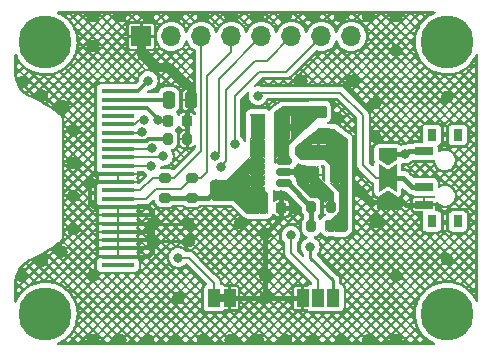
<source format=gbl>
%TF.GenerationSoftware,KiCad,Pcbnew,(6.0.1)*%
%TF.CreationDate,2022-01-22T22:46:40+08:00*%
%TF.ProjectId,PCB_OLED_OEL1M4033FPC_A1_E,5043425f-4f4c-4454-945f-4f454c314d34,0.9*%
%TF.SameCoordinates,Original*%
%TF.FileFunction,Copper,L2,Bot*%
%TF.FilePolarity,Positive*%
%FSLAX46Y46*%
G04 Gerber Fmt 4.6, Leading zero omitted, Abs format (unit mm)*
G04 Created by KiCad (PCBNEW (6.0.1)) date 2022-01-22 22:46:40*
%MOMM*%
%LPD*%
G01*
G04 APERTURE LIST*
G04 Aperture macros list*
%AMRoundRect*
0 Rectangle with rounded corners*
0 $1 Rounding radius*
0 $2 $3 $4 $5 $6 $7 $8 $9 X,Y pos of 4 corners*
0 Add a 4 corners polygon primitive as box body*
4,1,4,$2,$3,$4,$5,$6,$7,$8,$9,$2,$3,0*
0 Add four circle primitives for the rounded corners*
1,1,$1+$1,$2,$3*
1,1,$1+$1,$4,$5*
1,1,$1+$1,$6,$7*
1,1,$1+$1,$8,$9*
0 Add four rect primitives between the rounded corners*
20,1,$1+$1,$2,$3,$4,$5,0*
20,1,$1+$1,$4,$5,$6,$7,0*
20,1,$1+$1,$6,$7,$8,$9,0*
20,1,$1+$1,$8,$9,$2,$3,0*%
%AMFreePoly0*
4,1,6,1.000000,0.000000,0.500000,-0.750000,-0.500000,-0.750000,-0.500000,0.750000,0.500000,0.750000,1.000000,0.000000,1.000000,0.000000,$1*%
%AMFreePoly1*
4,1,7,0.700000,0.000000,1.200000,-0.750000,-1.200000,-0.750000,-0.700000,0.000000,-1.200000,0.750000,1.200000,0.750000,0.700000,0.000000,0.700000,0.000000,$1*%
G04 Aperture macros list end*
%TA.AperFunction,ComponentPad*%
%ADD10C,3.100000*%
%TD*%
%TA.AperFunction,ConnectorPad*%
%ADD11C,4.500000*%
%TD*%
%TA.AperFunction,SMDPad,CuDef*%
%ADD12RoundRect,0.225000X-0.225000X-0.250000X0.225000X-0.250000X0.225000X0.250000X-0.225000X0.250000X0*%
%TD*%
%TA.AperFunction,SMDPad,CuDef*%
%ADD13RoundRect,0.250000X0.250000X0.475000X-0.250000X0.475000X-0.250000X-0.475000X0.250000X-0.475000X0*%
%TD*%
%TA.AperFunction,SMDPad,CuDef*%
%ADD14R,1.000000X1.500000*%
%TD*%
%TA.AperFunction,SMDPad,CuDef*%
%ADD15RoundRect,0.200000X0.275000X-0.200000X0.275000X0.200000X-0.275000X0.200000X-0.275000X-0.200000X0*%
%TD*%
%TA.AperFunction,SMDPad,CuDef*%
%ADD16RoundRect,0.200000X0.200000X0.275000X-0.200000X0.275000X-0.200000X-0.275000X0.200000X-0.275000X0*%
%TD*%
%TA.AperFunction,SMDPad,CuDef*%
%ADD17R,1.200000X0.900000*%
%TD*%
%TA.AperFunction,ComponentPad*%
%ADD18R,1.700000X1.700000*%
%TD*%
%TA.AperFunction,ComponentPad*%
%ADD19O,1.700000X1.700000*%
%TD*%
%TA.AperFunction,SMDPad,CuDef*%
%ADD20R,0.800000X1.000000*%
%TD*%
%TA.AperFunction,SMDPad,CuDef*%
%ADD21R,1.500000X0.700000*%
%TD*%
%TA.AperFunction,SMDPad,CuDef*%
%ADD22RoundRect,0.250000X-0.250000X-0.475000X0.250000X-0.475000X0.250000X0.475000X-0.250000X0.475000X0*%
%TD*%
%TA.AperFunction,SMDPad,CuDef*%
%ADD23R,2.800000X0.400000*%
%TD*%
%TA.AperFunction,SMDPad,CuDef*%
%ADD24RoundRect,0.200000X-0.200000X-0.275000X0.200000X-0.275000X0.200000X0.275000X-0.200000X0.275000X0*%
%TD*%
%TA.AperFunction,SMDPad,CuDef*%
%ADD25FreePoly0,270.000000*%
%TD*%
%TA.AperFunction,SMDPad,CuDef*%
%ADD26FreePoly1,270.000000*%
%TD*%
%TA.AperFunction,SMDPad,CuDef*%
%ADD27FreePoly0,90.000000*%
%TD*%
%TA.AperFunction,SMDPad,CuDef*%
%ADD28RoundRect,0.250000X-0.375000X-0.850000X0.375000X-0.850000X0.375000X0.850000X-0.375000X0.850000X0*%
%TD*%
%TA.AperFunction,SMDPad,CuDef*%
%ADD29RoundRect,0.150000X0.512500X0.150000X-0.512500X0.150000X-0.512500X-0.150000X0.512500X-0.150000X0*%
%TD*%
%TA.AperFunction,ViaPad*%
%ADD30C,0.800000*%
%TD*%
%TA.AperFunction,ViaPad*%
%ADD31C,0.700000*%
%TD*%
%TA.AperFunction,Conductor*%
%ADD32C,0.609600*%
%TD*%
%TA.AperFunction,Conductor*%
%ADD33C,0.355600*%
%TD*%
%TA.AperFunction,Conductor*%
%ADD34C,0.254000*%
%TD*%
%TA.AperFunction,Conductor*%
%ADD35C,0.457200*%
%TD*%
%TA.AperFunction,Conductor*%
%ADD36C,0.762000*%
%TD*%
%TA.AperFunction,Conductor*%
%ADD37C,0.203200*%
%TD*%
G04 APERTURE END LIST*
%TO.C,JP3*%
G36*
X107692000Y-57958000D02*
G01*
X107192000Y-57958000D01*
X107192000Y-57358000D01*
X107692000Y-57358000D01*
X107692000Y-57958000D01*
G37*
%TD*%
D10*
%TO.P,REF\u002A\u002A,1*%
%TO.N,N/C*%
X92500000Y-59000000D03*
D11*
X92500000Y-59000000D03*
%TD*%
D10*
%TO.P,REF\u002A\u002A,1*%
%TO.N,N/C*%
X126500000Y-59000000D03*
D11*
X126500000Y-59000000D03*
%TD*%
%TO.P,REF\u002A\u002A,1*%
%TO.N,N/C*%
X126500000Y-36000000D03*
D10*
X126500000Y-36000000D03*
%TD*%
%TO.P,REF\u002A\u002A,1*%
%TO.N,N/C*%
X92500000Y-36000000D03*
D11*
X92500000Y-36000000D03*
%TD*%
D12*
%TO.P,C2,1*%
%TO.N,+3V3*%
X110924000Y-50038000D03*
%TO.P,C2,2*%
%TO.N,GND*%
X112474000Y-50038000D03*
%TD*%
D13*
%TO.P,C1,1*%
%TO.N,VPP*%
X117094000Y-47244000D03*
%TO.P,C1,2*%
%TO.N,GND*%
X115194000Y-47244000D03*
%TD*%
D14*
%TO.P,JP3,1,A*%
%TO.N,GND*%
X108092000Y-57658000D03*
%TO.P,JP3,2,B*%
%TO.N,/IM2*%
X106792000Y-57658000D03*
%TD*%
D15*
%TO.P,R3,1*%
%TO.N,+3V3*%
X102616000Y-49149000D03*
%TO.P,R3,2*%
%TO.N,SCL*%
X102616000Y-47499000D03*
%TD*%
%TO.P,R4,1*%
%TO.N,+3V3*%
X104902000Y-49149000D03*
%TO.P,R4,2*%
%TO.N,SDA*%
X104902000Y-47499000D03*
%TD*%
D16*
%TO.P,R1,1*%
%TO.N,VPP*%
X116651000Y-51587400D03*
%TO.P,R1,2*%
%TO.N,Net-(R1-Pad2)*%
X115001000Y-51587400D03*
%TD*%
D12*
%TO.P,C3,1*%
%TO.N,+3V3*%
X102920800Y-42646600D03*
%TO.P,C3,2*%
%TO.N,GND*%
X104470800Y-42646600D03*
%TD*%
D17*
%TO.P,D1,1,K*%
%TO.N,VPP*%
X115636000Y-45084000D03*
%TO.P,D1,2,A*%
%TO.N,Net-(D1-Pad2)*%
X115636000Y-41784000D03*
%TD*%
D18*
%TO.P,J1,1,Pin_1*%
%TO.N,GND*%
X100625000Y-35500000D03*
D19*
%TO.P,J1,2,Pin_2*%
%TO.N,+3V3*%
X103165000Y-35500000D03*
%TO.P,J1,3,Pin_3*%
%TO.N,SCL*%
X105705000Y-35500000D03*
%TO.P,J1,4,Pin_4*%
%TO.N,SDA*%
X108245000Y-35500000D03*
%TO.P,J1,5,Pin_5*%
%TO.N,~{RES}*%
X110785000Y-35500000D03*
%TO.P,J1,6,Pin_6*%
%TO.N,DC#*%
X113325000Y-35500000D03*
%TO.P,J1,7,Pin_7*%
%TO.N,~{CS#}*%
X115865000Y-35500000D03*
%TO.P,J1,8,Pin_8*%
%TO.N,unconnected-(J1-Pad8)*%
X118405000Y-35500000D03*
%TD*%
D20*
%TO.P,SW1,*%
%TO.N,*%
X125220000Y-43850000D03*
X125220000Y-51150000D03*
X127430000Y-43850000D03*
X127430000Y-51150000D03*
D21*
%TO.P,SW1,1,A*%
%TO.N,+3V3*%
X124570000Y-45250000D03*
%TO.P,SW1,2,B*%
%TO.N,/IM1*%
X124570000Y-48250000D03*
%TO.P,SW1,3,C*%
%TO.N,GND*%
X124570000Y-49750000D03*
%TD*%
D22*
%TO.P,C4,1*%
%TO.N,Net-(C4-Pad1)*%
X102936000Y-40894000D03*
%TO.P,C4,2*%
%TO.N,GND*%
X104836000Y-40894000D03*
%TD*%
D23*
%TO.P,J2,1,Pin_1*%
%TO.N,unconnected-(J2-Pad1)*%
X98625000Y-54850000D03*
%TO.P,J2,2,Pin_2*%
%TO.N,GND*%
X98625000Y-54150000D03*
%TO.P,J2,3,Pin_3*%
X98625000Y-53450000D03*
%TO.P,J2,4,Pin_4*%
X98625000Y-52750000D03*
%TO.P,J2,5,Pin_5*%
X98625000Y-52050000D03*
%TO.P,J2,6,Pin_6*%
X98625000Y-51350000D03*
%TO.P,J2,7,Pin_7*%
X98625000Y-50650000D03*
%TO.P,J2,8,Pin_8*%
X98625000Y-49950000D03*
%TO.P,J2,9,Pin_9*%
%TO.N,SDA*%
X98625000Y-49250000D03*
%TO.P,J2,10,Pin_10*%
%TO.N,SCL*%
X98625000Y-48550000D03*
%TO.P,J2,11,Pin_11*%
%TO.N,GND*%
X98625000Y-47850000D03*
%TO.P,J2,12,Pin_12*%
X98625000Y-47150000D03*
%TO.P,J2,13,Pin_13*%
%TO.N,DC#*%
X98625000Y-46450000D03*
%TO.P,J2,14,Pin_14*%
%TO.N,~{RES}*%
X98625000Y-45750000D03*
%TO.P,J2,15,Pin_15*%
%TO.N,~{CS#}*%
X98625000Y-45050000D03*
%TO.P,J2,16,Pin_16*%
%TO.N,Net-(J2-Pad16)*%
X98625000Y-44350000D03*
%TO.P,J2,17,Pin_17*%
%TO.N,/IM2*%
X98625000Y-43650000D03*
%TO.P,J2,18,Pin_18*%
%TO.N,/IM1*%
X98625000Y-42950000D03*
%TO.P,J2,19,Pin_19*%
%TO.N,unconnected-(J2-Pad19)*%
X98625000Y-42250000D03*
%TO.P,J2,20,Pin_20*%
%TO.N,+3V3*%
X98625000Y-41550000D03*
%TO.P,J2,21,Pin_21*%
%TO.N,Net-(C4-Pad1)*%
X98625000Y-40850000D03*
%TO.P,J2,22,Pin_22*%
%TO.N,VPP*%
X98625000Y-40150000D03*
%TD*%
D24*
%TO.P,R2,1*%
%TO.N,Net-(R1-Pad2)*%
X115001000Y-49911000D03*
%TO.P,R2,2*%
%TO.N,GND*%
X116651000Y-49911000D03*
%TD*%
%TO.P,R5,1*%
%TO.N,Net-(J2-Pad16)*%
X102870000Y-44196000D03*
%TO.P,R5,2*%
%TO.N,GND*%
X104520000Y-44196000D03*
%TD*%
D25*
%TO.P,JP2,1,A*%
%TO.N,+3V3*%
X121500000Y-45500000D03*
D26*
%TO.P,JP2,2,C*%
%TO.N,/IM1*%
X121500000Y-47500000D03*
D27*
%TO.P,JP2,3,B*%
%TO.N,GND*%
X121500000Y-49500000D03*
%TD*%
D28*
%TO.P,L1,1,1*%
%TO.N,+3V3*%
X110497000Y-43180000D03*
%TO.P,L1,2,2*%
%TO.N,Net-(D1-Pad2)*%
X112647000Y-43180000D03*
%TD*%
D29*
%TO.P,U1,1,SW*%
%TO.N,Net-(D1-Pad2)*%
X112709500Y-46040000D03*
%TO.P,U1,2,GND*%
%TO.N,GND*%
X112709500Y-46990000D03*
%TO.P,U1,3,FB*%
%TO.N,Net-(R1-Pad2)*%
X112709500Y-47940000D03*
%TO.P,U1,4,EN*%
%TO.N,+3V3*%
X110434500Y-47940000D03*
%TO.P,U1,5,IN*%
X110434500Y-46990000D03*
%TO.P,U1,6,NC*%
X110434501Y-46039989D03*
%TD*%
D14*
%TO.P,JP1,1,A*%
%TO.N,+3V3*%
X116870000Y-57658000D03*
%TO.P,JP1,2,C*%
%TO.N,DC#*%
X115570000Y-57658000D03*
%TO.P,JP1,3,B*%
%TO.N,GND*%
X114270000Y-57658000D03*
%TD*%
D30*
%TO.N,VPP*%
X114109250Y-45085000D03*
X101219000Y-39243000D03*
%TO.N,GND*%
X112458250Y-48895000D03*
X115177448Y-61214000D03*
X96266000Y-47879000D03*
X126492000Y-40640000D03*
X119124625Y-48639625D03*
X118491000Y-39243000D03*
X96520000Y-55753000D03*
X93853000Y-53721000D03*
X93980000Y-41402000D03*
X117498086Y-33782000D03*
X103759000Y-57658000D03*
X101172819Y-33782000D03*
X120396000Y-41148000D03*
X108169362Y-33782000D03*
X114173000Y-39243000D03*
D31*
X101600000Y-52781200D03*
D30*
X92202000Y-40513000D03*
X103516543Y-61214000D03*
X112833724Y-33782000D03*
X126492000Y-54356000D03*
X113538000Y-50038000D03*
X96520000Y-36322000D03*
X92202000Y-54483000D03*
X105848724Y-61214000D03*
X120523000Y-51181000D03*
X103505000Y-33782000D03*
X98852181Y-61214000D03*
X119841810Y-61214000D03*
X114046000Y-46990000D03*
X110513086Y-61214000D03*
X104648000Y-52832000D03*
X119830267Y-33782000D03*
X96520000Y-61214000D03*
X120396000Y-43942000D03*
X117221000Y-42418000D03*
X114998250Y-48636209D03*
X108966000Y-51308000D03*
X115165905Y-33782000D03*
X105837181Y-33782000D03*
X117509629Y-61214000D03*
X116269625Y-48639625D03*
X112845267Y-61214000D03*
X94869000Y-43434000D03*
X108180905Y-61214000D03*
X101184362Y-61214000D03*
X90551000Y-39370000D03*
X94869000Y-49022000D03*
X96508457Y-33782000D03*
X122162457Y-33782000D03*
X122174000Y-61214000D03*
X110501543Y-33782000D03*
X122174000Y-36703000D03*
X98840638Y-33782000D03*
X122174000Y-55753000D03*
X94869000Y-46228000D03*
X109474000Y-41402000D03*
X111125000Y-52197000D03*
D31*
X101600000Y-51358800D03*
D30*
X94869000Y-51816000D03*
X104606000Y-51350000D03*
X90424000Y-55753000D03*
X111125000Y-55753000D03*
X111125000Y-57658000D03*
%TO.N,+3V3*%
X102032253Y-42620747D03*
X107950000Y-49022000D03*
X107950000Y-48006000D03*
X106934000Y-49022000D03*
X114935000Y-53340000D03*
X122936000Y-45466000D03*
X106934000Y-48006000D03*
%TO.N,~{RES}*%
X102489000Y-45659100D03*
X106873100Y-45659100D03*
%TO.N,DC#*%
X107345968Y-46539669D03*
X113284000Y-52324000D03*
X101473000Y-46451100D03*
%TO.N,~{CS#}*%
X101498127Y-44995444D03*
X108524100Y-44577000D03*
%TO.N,/IM2*%
X100711000Y-43561000D03*
X103759000Y-54229000D03*
%TO.N,/IM1*%
X110490000Y-40513000D03*
X100838000Y-42545000D03*
%TD*%
D32*
%TO.N,VPP*%
X114110250Y-45084000D02*
X114109250Y-45085000D01*
X115636000Y-45084000D02*
X116394250Y-45084000D01*
X117665250Y-48514000D02*
X117665250Y-50573150D01*
X117665250Y-47815250D02*
X117665250Y-48514000D01*
X116394250Y-45084000D02*
X117094000Y-45783750D01*
X117094000Y-47244000D02*
X117665250Y-47815250D01*
X117094000Y-45783750D02*
X117094000Y-47244000D01*
X115636000Y-45084000D02*
X114110250Y-45084000D01*
D33*
X101219000Y-39243000D02*
X100316309Y-40145691D01*
D32*
X117665250Y-50573150D02*
X116651000Y-51587400D01*
D33*
X100316309Y-40145691D02*
X98625000Y-40145691D01*
D34*
%TO.N,GND*%
X101600000Y-52832000D02*
X101600000Y-52781200D01*
D33*
X96266000Y-47879000D02*
X96266000Y-47498000D01*
D35*
X113985000Y-46990000D02*
X114239000Y-47244000D01*
X112474000Y-50038000D02*
X112474000Y-48910750D01*
X124570000Y-49750000D02*
X123029000Y-49750000D01*
X104798500Y-41632500D02*
X104520000Y-41911000D01*
D33*
X98625000Y-52050000D02*
X101580000Y-52050000D01*
D36*
X104798500Y-39901500D02*
X104798500Y-40894000D01*
D34*
X101600000Y-52832000D02*
X104775000Y-52832000D01*
D33*
X101600000Y-50650000D02*
X101600000Y-50800000D01*
D35*
X115194000Y-47244000D02*
X115194000Y-47564000D01*
D33*
X98625000Y-52750000D02*
X101518000Y-52750000D01*
X101298000Y-54150000D02*
X101600000Y-53848000D01*
D35*
X112474000Y-50038000D02*
X112474000Y-50848000D01*
X114808000Y-47244000D02*
X115194000Y-47244000D01*
D33*
X101600000Y-50800000D02*
X101600000Y-50292000D01*
X101600000Y-51308000D02*
X101600000Y-50800000D01*
X96559000Y-49950000D02*
X96266000Y-49657000D01*
X101600000Y-52781200D02*
X101600000Y-52070000D01*
D35*
X121500000Y-49500000D02*
X119985000Y-49500000D01*
D34*
X101558000Y-51350000D02*
X101600000Y-51308000D01*
D35*
X111125000Y-54991000D02*
X111125000Y-55753000D01*
X112709500Y-46990000D02*
X113985000Y-46990000D01*
X116651000Y-49021000D02*
X116651000Y-49911000D01*
D33*
X98625000Y-53450000D02*
X101600000Y-53450000D01*
D36*
X100625000Y-36998000D02*
X101727000Y-38100000D01*
D33*
X98625000Y-51350000D02*
X101558000Y-51350000D01*
D35*
X114239000Y-47244000D02*
X114808000Y-47244000D01*
X104520000Y-41911000D02*
X104520000Y-44196000D01*
D33*
X98625000Y-47850000D02*
X96295000Y-47850000D01*
X96614000Y-47150000D02*
X98625000Y-47150000D01*
D34*
X104691000Y-51308000D02*
X104733000Y-51350000D01*
D35*
X123029000Y-49750000D02*
X122779000Y-49500000D01*
D33*
X101258000Y-49950000D02*
X98625000Y-49950000D01*
D36*
X100625000Y-35500000D02*
X100625000Y-36998000D01*
D33*
X98625000Y-49950000D02*
X96559000Y-49950000D01*
D35*
X112474000Y-50038000D02*
X113538000Y-50038000D01*
X122779000Y-49500000D02*
X121500000Y-49500000D01*
D33*
X98625000Y-54150000D02*
X101298000Y-54150000D01*
D35*
X115194000Y-47564000D02*
X116269625Y-48639625D01*
D34*
X101600000Y-51358800D02*
X101600000Y-51308000D01*
D35*
X104798500Y-40894000D02*
X104798500Y-41632500D01*
D34*
X101518000Y-52750000D02*
X101600000Y-52832000D01*
D35*
X108092000Y-57658000D02*
X111125000Y-57658000D01*
X111125000Y-52197000D02*
X111125000Y-54991000D01*
D34*
X101580000Y-52050000D02*
X101600000Y-52070000D01*
X104724200Y-51358800D02*
X104733000Y-51350000D01*
D33*
X101600000Y-53848000D02*
X101600000Y-53340000D01*
D36*
X102997000Y-38100000D02*
X104798500Y-39901500D01*
D33*
X101600000Y-53340000D02*
X101600000Y-52832000D01*
X96266000Y-47498000D02*
X96614000Y-47150000D01*
X98625000Y-50650000D02*
X101600000Y-50650000D01*
D35*
X112474000Y-48910750D02*
X112458250Y-48895000D01*
X111125000Y-57658000D02*
X114270000Y-57658000D01*
X112474000Y-50848000D02*
X111125000Y-52197000D01*
D33*
X96266000Y-49657000D02*
X96266000Y-47879000D01*
D34*
X101600000Y-51358800D02*
X104724200Y-51358800D01*
D35*
X116269625Y-48639625D02*
X116651000Y-49021000D01*
D33*
X101600000Y-50292000D02*
X101258000Y-49950000D01*
D34*
X96295000Y-47850000D02*
X96266000Y-47879000D01*
D35*
X111125000Y-55753000D02*
X111125000Y-57658000D01*
X119985000Y-49500000D02*
X119124625Y-48639625D01*
D36*
X101727000Y-38100000D02*
X102997000Y-38100000D01*
D33*
X101600000Y-52070000D02*
X101600000Y-51358800D01*
%TO.N,+3V3*%
X102032253Y-42512968D02*
X101069285Y-41550000D01*
X102032253Y-42620747D02*
X102058106Y-42646600D01*
D35*
X123279000Y-45250000D02*
X123029000Y-45500000D01*
D33*
X102032253Y-42620747D02*
X102032253Y-42512968D01*
D32*
X110434505Y-44949745D02*
X110553250Y-44831000D01*
D35*
X104902000Y-49149000D02*
X106299000Y-49149000D01*
D32*
X110434505Y-46039989D02*
X110434505Y-44949745D01*
X110434500Y-46039994D02*
X110434505Y-46039989D01*
D34*
X114935000Y-54229000D02*
X116870000Y-56164000D01*
X116870000Y-56164000D02*
X116870000Y-57658000D01*
D35*
X107000000Y-47940000D02*
X106934000Y-48006000D01*
X109863250Y-47940000D02*
X107000000Y-47940000D01*
D32*
X110553250Y-44831000D02*
X110553250Y-43236250D01*
X110553250Y-43236250D02*
X110497000Y-43180000D01*
X110434500Y-46990000D02*
X110434500Y-46039994D01*
D34*
X114935000Y-53340000D02*
X114935000Y-54229000D01*
D35*
X110924000Y-49138750D02*
X110426250Y-48641000D01*
D33*
X101069285Y-41550000D02*
X98625000Y-41550000D01*
D35*
X123029000Y-45500000D02*
X121500000Y-45500000D01*
X124570000Y-45250000D02*
X123279000Y-45250000D01*
X110426250Y-48641000D02*
X110426250Y-47948250D01*
X106299000Y-49149000D02*
X106426000Y-49022000D01*
X106426000Y-49022000D02*
X106934000Y-49022000D01*
X110924000Y-50038000D02*
X110924000Y-49138750D01*
D33*
X102058106Y-42646600D02*
X102920800Y-42646600D01*
D35*
X102616000Y-49149000D02*
X104902000Y-49149000D01*
X110426250Y-47948250D02*
X110434500Y-47940000D01*
D32*
X110434500Y-47940000D02*
X110434500Y-46990000D01*
D33*
%TO.N,Net-(C4-Pad1)*%
X102929500Y-40850000D02*
X102973500Y-40894000D01*
X98625000Y-40850000D02*
X102929500Y-40850000D01*
D32*
%TO.N,Net-(D1-Pad2)*%
X115636000Y-41784000D02*
X115632250Y-41784000D01*
X112709500Y-46040000D02*
X112709500Y-44828250D01*
X114236250Y-43180000D02*
X112647000Y-43180000D01*
X112647000Y-44765750D02*
X112647000Y-43180000D01*
X115632250Y-41784000D02*
X114236250Y-43180000D01*
X112709500Y-44828250D02*
X112647000Y-44765750D01*
D37*
%TO.N,SCL*%
X100548000Y-48550000D02*
X101600000Y-47498000D01*
X103377000Y-47499000D02*
X105705000Y-45171000D01*
X102615000Y-47498000D02*
X102616000Y-47499000D01*
X98625000Y-48550000D02*
X100548000Y-48550000D01*
X105705000Y-45171000D02*
X105705000Y-35500000D01*
X101600000Y-47498000D02*
X102615000Y-47498000D01*
X102616000Y-47499000D02*
X103377000Y-47499000D01*
%TO.N,SDA*%
X104014000Y-48387000D02*
X104902000Y-47499000D01*
X106172000Y-46990000D02*
X106172000Y-38862000D01*
X98625000Y-49250000D02*
X100991000Y-49250000D01*
X100991000Y-49250000D02*
X101854000Y-48387000D01*
X104902000Y-47499000D02*
X105663000Y-47499000D01*
X108245000Y-36789000D02*
X108245000Y-35500000D01*
X105663000Y-47499000D02*
X106172000Y-46990000D01*
X106172000Y-38862000D02*
X108245000Y-36789000D01*
X101854000Y-48387000D02*
X104014000Y-48387000D01*
%TO.N,~{RES}*%
X107188000Y-45344200D02*
X107188000Y-39097000D01*
X98625000Y-45750000D02*
X102398100Y-45750000D01*
X106873100Y-45659100D02*
X107188000Y-45344200D01*
X107188000Y-39097000D02*
X110785000Y-35500000D01*
X102398100Y-45750000D02*
X102489000Y-45659100D01*
%TO.N,DC#*%
X107345968Y-46539669D02*
X107823000Y-46062637D01*
X107823000Y-46062637D02*
X107823000Y-40005000D01*
X101471900Y-46450000D02*
X98625000Y-46450000D01*
X113284000Y-52324000D02*
X113284000Y-53848000D01*
X110236000Y-37592000D02*
X111233000Y-37592000D01*
X107823000Y-40005000D02*
X110236000Y-37592000D01*
X101473000Y-46451100D02*
X101471900Y-46450000D01*
X111233000Y-37592000D02*
X113325000Y-35500000D01*
X113284000Y-53848000D02*
X115570000Y-56134000D01*
X115570000Y-56134000D02*
X115570000Y-57658000D01*
%TO.N,~{CS#}*%
X112903000Y-38481000D02*
X115865000Y-35519000D01*
X101443571Y-45050000D02*
X101498127Y-44995444D01*
X110617000Y-38481000D02*
X112903000Y-38481000D01*
X108524100Y-40573900D02*
X110617000Y-38481000D01*
X98625000Y-45050000D02*
X101443571Y-45050000D01*
X115865000Y-35519000D02*
X115865000Y-35500000D01*
X108524100Y-44577000D02*
X108524100Y-40573900D01*
D33*
%TO.N,Net-(J2-Pad16)*%
X98625000Y-44350000D02*
X101065000Y-44350000D01*
X101219000Y-44196000D02*
X102870000Y-44196000D01*
X101065000Y-44350000D02*
X101219000Y-44196000D01*
D37*
%TO.N,/IM2*%
X98625000Y-43650000D02*
X100622000Y-43650000D01*
X100622000Y-43650000D02*
X100711000Y-43561000D01*
X104648000Y-54229000D02*
X106792000Y-56373000D01*
X106792000Y-56373000D02*
X106792000Y-57658000D01*
X103759000Y-54229000D02*
X104648000Y-54229000D01*
%TO.N,/IM1*%
X100838000Y-42545000D02*
X100457000Y-42545000D01*
X110490000Y-40513000D02*
X110744000Y-40259000D01*
X100457000Y-42545000D02*
X100052000Y-42950000D01*
X120525000Y-47500000D02*
X121500000Y-47500000D01*
X119380000Y-42164000D02*
X119380000Y-46355000D01*
X110744000Y-40259000D02*
X117475000Y-40259000D01*
X100052000Y-42950000D02*
X98625000Y-42950000D01*
X119380000Y-46355000D02*
X120525000Y-47500000D01*
D35*
X121502000Y-47498000D02*
X121500000Y-47500000D01*
X122809000Y-47498000D02*
X121502000Y-47498000D01*
D37*
X117475000Y-40259000D02*
X119380000Y-42164000D01*
D35*
X123561000Y-48250000D02*
X122809000Y-47498000D01*
X124570000Y-48250000D02*
X123561000Y-48250000D01*
%TO.N,Net-(R1-Pad2)*%
X115001000Y-49911000D02*
X115001000Y-51587400D01*
X113030000Y-47940000D02*
X115001000Y-49911000D01*
X112709500Y-47940000D02*
X113030000Y-47940000D01*
%TD*%
%TA.AperFunction,Conductor*%
%TO.N,VPP*%
G36*
X116328944Y-43288920D02*
G01*
X116954126Y-43311037D01*
X116960838Y-43313451D01*
X118105426Y-44192487D01*
X118109901Y-44200244D01*
X118110000Y-44201766D01*
X118110000Y-51811154D01*
X118106573Y-51819427D01*
X117859427Y-52066573D01*
X117851154Y-52070000D01*
X116938864Y-52070000D01*
X116930591Y-52066573D01*
X116927164Y-52058300D01*
X116930591Y-52050027D01*
X116932364Y-52048572D01*
X116994234Y-52007232D01*
X116995832Y-52005634D01*
X117038756Y-51941394D01*
X117039621Y-51939306D01*
X117050887Y-51882667D01*
X117051000Y-51881518D01*
X117051000Y-51691327D01*
X117050318Y-51689682D01*
X117048673Y-51689000D01*
X116253327Y-51689000D01*
X116251682Y-51689682D01*
X116251000Y-51691327D01*
X116251000Y-51881518D01*
X116251113Y-51882667D01*
X116262379Y-51939306D01*
X116263244Y-51941394D01*
X116306168Y-52005634D01*
X116307766Y-52007232D01*
X116369636Y-52048572D01*
X116374611Y-52056017D01*
X116372864Y-52064800D01*
X116365419Y-52069775D01*
X116363136Y-52070000D01*
X116336846Y-52070000D01*
X116328573Y-52066573D01*
X116208427Y-51946427D01*
X116205000Y-51938154D01*
X116205000Y-51483473D01*
X116251000Y-51483473D01*
X116251682Y-51485118D01*
X116253327Y-51485800D01*
X116547073Y-51485800D01*
X116548718Y-51485118D01*
X116549400Y-51483473D01*
X116752600Y-51483473D01*
X116753282Y-51485118D01*
X116754927Y-51485800D01*
X117048673Y-51485800D01*
X117050318Y-51485118D01*
X117051000Y-51483473D01*
X117051000Y-51293282D01*
X117050887Y-51292133D01*
X117039621Y-51235494D01*
X117038756Y-51233406D01*
X116995832Y-51169166D01*
X116994234Y-51167568D01*
X116929994Y-51124644D01*
X116927906Y-51123779D01*
X116871267Y-51112513D01*
X116870118Y-51112400D01*
X116754927Y-51112400D01*
X116753282Y-51113082D01*
X116752600Y-51114727D01*
X116752600Y-51483473D01*
X116549400Y-51483473D01*
X116549400Y-51114727D01*
X116548718Y-51113082D01*
X116547073Y-51112400D01*
X116431882Y-51112400D01*
X116430733Y-51112513D01*
X116374094Y-51123779D01*
X116372006Y-51124644D01*
X116307766Y-51167568D01*
X116306168Y-51169166D01*
X116263244Y-51233406D01*
X116262379Y-51235494D01*
X116251113Y-51292133D01*
X116251000Y-51293282D01*
X116251000Y-51483473D01*
X116205000Y-51483473D01*
X116205000Y-51185846D01*
X116208427Y-51177573D01*
X116328573Y-51057427D01*
X116336846Y-51054000D01*
X116586000Y-51054000D01*
X117036010Y-50603990D01*
X117040406Y-50601224D01*
X117065247Y-50592500D01*
X117065246Y-50592500D01*
X117066076Y-50592209D01*
X117176010Y-50511010D01*
X117195761Y-50484269D01*
X117256687Y-50401783D01*
X117256688Y-50401782D01*
X117257209Y-50401076D01*
X117266224Y-50375406D01*
X117268990Y-50371010D01*
X117348000Y-50292000D01*
X117348000Y-48641000D01*
X116589427Y-47882427D01*
X116586000Y-47874154D01*
X116586000Y-47820445D01*
X116589427Y-47812172D01*
X116597700Y-47808745D01*
X116605973Y-47812172D01*
X116608509Y-47815967D01*
X116609145Y-47817504D01*
X116663120Y-47898282D01*
X116664718Y-47899880D01*
X116745497Y-47953855D01*
X116747585Y-47954720D01*
X116818807Y-47968887D01*
X116819956Y-47969000D01*
X116990073Y-47969000D01*
X116991718Y-47968318D01*
X116992400Y-47966673D01*
X117195600Y-47966673D01*
X117196282Y-47968318D01*
X117197927Y-47969000D01*
X117368044Y-47969000D01*
X117369193Y-47968887D01*
X117440415Y-47954720D01*
X117442503Y-47953855D01*
X117523282Y-47899880D01*
X117524880Y-47898282D01*
X117578855Y-47817503D01*
X117579720Y-47815415D01*
X117593887Y-47744193D01*
X117594000Y-47743044D01*
X117594000Y-47347927D01*
X117593318Y-47346282D01*
X117591673Y-47345600D01*
X117197927Y-47345600D01*
X117196282Y-47346282D01*
X117195600Y-47347927D01*
X117195600Y-47966673D01*
X116992400Y-47966673D01*
X116992400Y-47140073D01*
X117195600Y-47140073D01*
X117196282Y-47141718D01*
X117197927Y-47142400D01*
X117591673Y-47142400D01*
X117593318Y-47141718D01*
X117594000Y-47140073D01*
X117594000Y-46744956D01*
X117593887Y-46743807D01*
X117579720Y-46672585D01*
X117578855Y-46670497D01*
X117524880Y-46589718D01*
X117523282Y-46588120D01*
X117442503Y-46534145D01*
X117440415Y-46533280D01*
X117369193Y-46519113D01*
X117368044Y-46519000D01*
X117197927Y-46519000D01*
X117196282Y-46519682D01*
X117195600Y-46521327D01*
X117195600Y-47140073D01*
X116992400Y-47140073D01*
X116992400Y-46521327D01*
X116991718Y-46519682D01*
X116990073Y-46519000D01*
X116819956Y-46519000D01*
X116818807Y-46519113D01*
X116747585Y-46533280D01*
X116745497Y-46534145D01*
X116664718Y-46588120D01*
X116663120Y-46589718D01*
X116609145Y-46670496D01*
X116608509Y-46672033D01*
X116602177Y-46678364D01*
X116593222Y-46678364D01*
X116586891Y-46672032D01*
X116586000Y-46667555D01*
X116586000Y-46355000D01*
X116205000Y-45974000D01*
X114177443Y-45974000D01*
X114169676Y-45971050D01*
X113677284Y-45534000D01*
X113674662Y-45531673D01*
X115036000Y-45531673D01*
X115036682Y-45533318D01*
X115038327Y-45534000D01*
X115532073Y-45534000D01*
X115533718Y-45533318D01*
X115534400Y-45531673D01*
X115737600Y-45531673D01*
X115738282Y-45533318D01*
X115739927Y-45534000D01*
X116233673Y-45534000D01*
X116235318Y-45533318D01*
X116236000Y-45531673D01*
X116236000Y-45187927D01*
X116235318Y-45186282D01*
X116233673Y-45185600D01*
X115739927Y-45185600D01*
X115738282Y-45186282D01*
X115737600Y-45187927D01*
X115737600Y-45531673D01*
X115534400Y-45531673D01*
X115534400Y-45187927D01*
X115533718Y-45186282D01*
X115532073Y-45185600D01*
X115038327Y-45185600D01*
X115036682Y-45186282D01*
X115036000Y-45187927D01*
X115036000Y-45531673D01*
X113674662Y-45531673D01*
X113620560Y-45483652D01*
X113616627Y-45474802D01*
X113620849Y-44980073D01*
X115036000Y-44980073D01*
X115036682Y-44981718D01*
X115038327Y-44982400D01*
X115532073Y-44982400D01*
X115533718Y-44981718D01*
X115534400Y-44980073D01*
X115737600Y-44980073D01*
X115738282Y-44981718D01*
X115739927Y-44982400D01*
X116233673Y-44982400D01*
X116235318Y-44981718D01*
X116236000Y-44980073D01*
X116236000Y-44636327D01*
X116235318Y-44634682D01*
X116233673Y-44634000D01*
X115739927Y-44634000D01*
X115738282Y-44634682D01*
X115737600Y-44636327D01*
X115737600Y-44980073D01*
X115534400Y-44980073D01*
X115534400Y-44636327D01*
X115533718Y-44634682D01*
X115532073Y-44634000D01*
X115038327Y-44634000D01*
X115036682Y-44634682D01*
X115036000Y-44636327D01*
X115036000Y-44980073D01*
X113620849Y-44980073D01*
X113621387Y-44917030D01*
X113624885Y-44908787D01*
X113625700Y-44908057D01*
X114495134Y-44200244D01*
X115640893Y-43267474D01*
X115648692Y-43264854D01*
X116328944Y-43288920D01*
G37*
%TD.AperFunction*%
%TD*%
%TA.AperFunction,Conductor*%
%TO.N,GND*%
G36*
X125498684Y-33400213D02*
G01*
X125535229Y-33450513D01*
X125535229Y-33512687D01*
X125498684Y-33562987D01*
X125480230Y-33573609D01*
X125293628Y-33656105D01*
X125293623Y-33656108D01*
X125290858Y-33657330D01*
X125288256Y-33658878D01*
X125054854Y-33797737D01*
X125018174Y-33819559D01*
X124766955Y-34013373D01*
X124764793Y-34015501D01*
X124764791Y-34015503D01*
X124704778Y-34074581D01*
X124540840Y-34235964D01*
X124343104Y-34484108D01*
X124341521Y-34486677D01*
X124341519Y-34486679D01*
X124256173Y-34625136D01*
X124176611Y-34754210D01*
X124175343Y-34756961D01*
X124175339Y-34756968D01*
X124075076Y-34974456D01*
X124043773Y-35042357D01*
X124032555Y-35077193D01*
X123950709Y-35331353D01*
X123946515Y-35344376D01*
X123916405Y-35500000D01*
X123887843Y-35647630D01*
X123886244Y-35655892D01*
X123874429Y-35822764D01*
X123867647Y-35918560D01*
X123863835Y-35972393D01*
X123879611Y-36289294D01*
X123910763Y-36470590D01*
X123923519Y-36544823D01*
X123933344Y-36602004D01*
X123961941Y-36697626D01*
X124016187Y-36879011D01*
X124024256Y-36905993D01*
X124025462Y-36908761D01*
X124025465Y-36908768D01*
X124099293Y-37078154D01*
X124151031Y-37196860D01*
X124152559Y-37199459D01*
X124152564Y-37199469D01*
X124212541Y-37301493D01*
X124311830Y-37470389D01*
X124313670Y-37472800D01*
X124313672Y-37472803D01*
X124387095Y-37569010D01*
X124504326Y-37722619D01*
X124506429Y-37724778D01*
X124506437Y-37724787D01*
X124605196Y-37826165D01*
X124725730Y-37949897D01*
X124972835Y-38148930D01*
X125107449Y-38232882D01*
X125160982Y-38266268D01*
X125242062Y-38316834D01*
X125244808Y-38318118D01*
X125244811Y-38318119D01*
X125510521Y-38442304D01*
X125529510Y-38451179D01*
X125532383Y-38452121D01*
X125532391Y-38452124D01*
X125828150Y-38549079D01*
X125828153Y-38549080D01*
X125831015Y-38550018D01*
X126142212Y-38611918D01*
X126458591Y-38635985D01*
X126461624Y-38635850D01*
X126461630Y-38635850D01*
X126772545Y-38622003D01*
X126772550Y-38622002D01*
X126775569Y-38621868D01*
X126778547Y-38621372D01*
X126778550Y-38621372D01*
X127085579Y-38570269D01*
X127085584Y-38570268D01*
X127088557Y-38569773D01*
X127091447Y-38568925D01*
X127091452Y-38568924D01*
X127215373Y-38532569D01*
X127820228Y-38532569D01*
X127955088Y-38667429D01*
X128225910Y-38396607D01*
X128511864Y-38396607D01*
X128782686Y-38667429D01*
X128897480Y-38552635D01*
X128897480Y-38240579D01*
X128782686Y-38125786D01*
X128511864Y-38396607D01*
X128225910Y-38396607D01*
X128154810Y-38325507D01*
X128092381Y-38372637D01*
X128089882Y-38374463D01*
X128088883Y-38375170D01*
X128086438Y-38376848D01*
X128076353Y-38383548D01*
X128073839Y-38385164D01*
X128072801Y-38385810D01*
X128070174Y-38387390D01*
X127820228Y-38532569D01*
X127215373Y-38532569D01*
X127301151Y-38507404D01*
X127393018Y-38480453D01*
X127684544Y-38355204D01*
X127695031Y-38349113D01*
X127840121Y-38264838D01*
X127947449Y-38202497D01*
X128317754Y-38202497D01*
X128368887Y-38253630D01*
X128639709Y-37982809D01*
X128597570Y-37940670D01*
X128597350Y-37940902D01*
X128596496Y-37941777D01*
X128594321Y-37943938D01*
X128365887Y-38164149D01*
X128363665Y-38166227D01*
X128362759Y-38167049D01*
X128360498Y-38169039D01*
X128351292Y-38176902D01*
X128348991Y-38178810D01*
X128348037Y-38179577D01*
X128345615Y-38181464D01*
X128317754Y-38202497D01*
X127947449Y-38202497D01*
X127958912Y-38195839D01*
X128019951Y-38149759D01*
X128209737Y-38006485D01*
X128209741Y-38006482D01*
X128212146Y-38004666D01*
X128359457Y-37862658D01*
X128438400Y-37786557D01*
X128438404Y-37786553D01*
X128440580Y-37784455D01*
X128441064Y-37783860D01*
X128726714Y-37783860D01*
X128782686Y-37839831D01*
X128897480Y-37725038D01*
X128897480Y-37546878D01*
X128828249Y-37656603D01*
X128826632Y-37659084D01*
X128825949Y-37660099D01*
X128824182Y-37662640D01*
X128817117Y-37672472D01*
X128815275Y-37674954D01*
X128814531Y-37675925D01*
X128812692Y-37678253D01*
X128726714Y-37783860D01*
X128441064Y-37783860D01*
X128447155Y-37776380D01*
X128638990Y-37540747D01*
X128640904Y-37538396D01*
X128810216Y-37270052D01*
X128846205Y-37194088D01*
X128927487Y-37022523D01*
X128970166Y-36977311D01*
X129031270Y-36965821D01*
X129087457Y-36992440D01*
X129117267Y-37047002D01*
X129119000Y-37065594D01*
X129119000Y-57938842D01*
X129099787Y-57997973D01*
X129049487Y-58034518D01*
X128987313Y-58034518D01*
X128937013Y-57997973D01*
X128926605Y-57980000D01*
X128837548Y-57781376D01*
X128836307Y-57778608D01*
X128700695Y-57553357D01*
X128674214Y-57509372D01*
X128674212Y-57509369D01*
X128672652Y-57506778D01*
X128581564Y-57389980D01*
X128479396Y-57258976D01*
X128479395Y-57258975D01*
X128477525Y-57256577D01*
X128437395Y-57216236D01*
X128726985Y-57216236D01*
X128847331Y-57370550D01*
X128849130Y-57372928D01*
X128849853Y-57373914D01*
X128851632Y-57376420D01*
X128858490Y-57386398D01*
X128860188Y-57388951D01*
X128860850Y-57389980D01*
X128862432Y-57392521D01*
X128897480Y-57450735D01*
X128897480Y-57275328D01*
X128782686Y-57160535D01*
X128726985Y-57216236D01*
X128437395Y-57216236D01*
X128253753Y-57031630D01*
X128055687Y-56875487D01*
X128006957Y-56837071D01*
X128006952Y-56837068D01*
X128004578Y-56835196D01*
X128001999Y-56833625D01*
X128001992Y-56833620D01*
X127945269Y-56799064D01*
X128316559Y-56799064D01*
X128390895Y-56857666D01*
X128393275Y-56859602D01*
X128394213Y-56860389D01*
X128396477Y-56862347D01*
X128405517Y-56870402D01*
X128407724Y-56872428D01*
X128408612Y-56873268D01*
X128410801Y-56875403D01*
X128595846Y-57061420D01*
X128639709Y-57017557D01*
X128368887Y-56746736D01*
X128316559Y-56799064D01*
X127945269Y-56799064D01*
X127790535Y-56704800D01*
X127733608Y-56670120D01*
X127730869Y-56668875D01*
X127730864Y-56668872D01*
X127452060Y-56542108D01*
X127444769Y-56538793D01*
X127216725Y-56466672D01*
X127821353Y-56466672D01*
X127825294Y-56468464D01*
X127828053Y-56469770D01*
X127829151Y-56470310D01*
X127831828Y-56471677D01*
X127842529Y-56477343D01*
X127845181Y-56478798D01*
X127846245Y-56479403D01*
X127848858Y-56480941D01*
X128119828Y-56646017D01*
X128122358Y-56647611D01*
X128123383Y-56648278D01*
X128125929Y-56649990D01*
X128135871Y-56656900D01*
X128138328Y-56658663D01*
X128139311Y-56659391D01*
X128141720Y-56661232D01*
X128156659Y-56673009D01*
X128225910Y-56603759D01*
X128511864Y-56603759D01*
X128782686Y-56874580D01*
X128897480Y-56759787D01*
X128897480Y-56447731D01*
X128782686Y-56332937D01*
X128511864Y-56603759D01*
X128225910Y-56603759D01*
X127955088Y-56332937D01*
X127821353Y-56466672D01*
X127216725Y-56466672D01*
X127142245Y-56443117D01*
X127139279Y-56442559D01*
X127139270Y-56442557D01*
X126833391Y-56385037D01*
X126833387Y-56385036D01*
X126830417Y-56384478D01*
X126827408Y-56384281D01*
X126827402Y-56384280D01*
X126516828Y-56363924D01*
X126516825Y-56363924D01*
X126513804Y-56363726D01*
X126383231Y-56370912D01*
X126200018Y-56380994D01*
X126200012Y-56380995D01*
X126196990Y-56381161D01*
X125884566Y-56436531D01*
X125881667Y-56437414D01*
X125881665Y-56437415D01*
X125844038Y-56448883D01*
X125581056Y-56529034D01*
X125578278Y-56530262D01*
X125578273Y-56530264D01*
X125293628Y-56656105D01*
X125293623Y-56656108D01*
X125290858Y-56657330D01*
X125288256Y-56658878D01*
X125056335Y-56796856D01*
X125018174Y-56819559D01*
X124766955Y-57013373D01*
X124764793Y-57015501D01*
X124764791Y-57015503D01*
X124748409Y-57031630D01*
X124540840Y-57235964D01*
X124343104Y-57484108D01*
X124341521Y-57486677D01*
X124341519Y-57486679D01*
X124216952Y-57688764D01*
X124176611Y-57754210D01*
X124175343Y-57756961D01*
X124175339Y-57756968D01*
X124070570Y-57984229D01*
X124043773Y-58042357D01*
X124007355Y-58155447D01*
X123966129Y-58283469D01*
X123946515Y-58344376D01*
X123917271Y-58495524D01*
X123887843Y-58647630D01*
X123886244Y-58655892D01*
X123863835Y-58972393D01*
X123879611Y-59289294D01*
X123933344Y-59602004D01*
X123957366Y-59682327D01*
X123977465Y-59749533D01*
X124024256Y-59905993D01*
X124025462Y-59908761D01*
X124025465Y-59908768D01*
X124053157Y-59972303D01*
X124151031Y-60196860D01*
X124152559Y-60199459D01*
X124152564Y-60199469D01*
X124228094Y-60327949D01*
X124311830Y-60470389D01*
X124313670Y-60472800D01*
X124313672Y-60472803D01*
X124409807Y-60598770D01*
X124504326Y-60722619D01*
X124506429Y-60724778D01*
X124506437Y-60724787D01*
X124590586Y-60811168D01*
X124725730Y-60949897D01*
X124972835Y-61148930D01*
X125092955Y-61223843D01*
X125237964Y-61314278D01*
X125242062Y-61316834D01*
X125244808Y-61318118D01*
X125244811Y-61318119D01*
X125478339Y-61427263D01*
X125523773Y-61469705D01*
X125535583Y-61530747D01*
X125509258Y-61587073D01*
X125454853Y-61617168D01*
X125435744Y-61619000D01*
X93559542Y-61619000D01*
X93500411Y-61599787D01*
X93463866Y-61549487D01*
X93463866Y-61487313D01*
X93500411Y-61437013D01*
X93519831Y-61425970D01*
X93684544Y-61355204D01*
X93870244Y-61247341D01*
X94258351Y-61247341D01*
X94408490Y-61397480D01*
X94466266Y-61397480D01*
X94752220Y-61397480D01*
X94950134Y-61397480D01*
X94851177Y-61298523D01*
X94752220Y-61397480D01*
X94466266Y-61397480D01*
X94708200Y-61155546D01*
X94994154Y-61155546D01*
X95236088Y-61397480D01*
X95293864Y-61397480D01*
X95579818Y-61397480D01*
X95777732Y-61397480D01*
X97235013Y-61397480D01*
X97432927Y-61397480D01*
X97333970Y-61298523D01*
X97235013Y-61397480D01*
X95777732Y-61397480D01*
X95678775Y-61298523D01*
X95579818Y-61397480D01*
X95293864Y-61397480D01*
X95535798Y-61155546D01*
X95821752Y-61155546D01*
X96009887Y-61343681D01*
X95991840Y-61229737D01*
X95991840Y-61198263D01*
X96012827Y-61065757D01*
X96022553Y-61035823D01*
X96078465Y-60926089D01*
X96961535Y-60926089D01*
X97017447Y-61035823D01*
X97027173Y-61065757D01*
X97048160Y-61198263D01*
X97048160Y-61229737D01*
X97035242Y-61311297D01*
X97190993Y-61155546D01*
X97476947Y-61155546D01*
X97718881Y-61397480D01*
X97776657Y-61397480D01*
X98062611Y-61397480D01*
X98260525Y-61397480D01*
X98161568Y-61298523D01*
X98062611Y-61397480D01*
X97776657Y-61397480D01*
X98018591Y-61155546D01*
X98304545Y-61155546D01*
X98327199Y-61178200D01*
X98335725Y-61124366D01*
X98304545Y-61155546D01*
X98018591Y-61155546D01*
X97747769Y-60884725D01*
X97476947Y-61155546D01*
X97190993Y-61155546D01*
X96961535Y-60926089D01*
X96078465Y-60926089D01*
X96083459Y-60916287D01*
X96100576Y-60892727D01*
X96092574Y-60884725D01*
X95821752Y-61155546D01*
X95535798Y-61155546D01*
X95264976Y-60884725D01*
X94994154Y-61155546D01*
X94708200Y-61155546D01*
X94544560Y-60991907D01*
X94365887Y-61164149D01*
X94363665Y-61166227D01*
X94362759Y-61167049D01*
X94360498Y-61169039D01*
X94351292Y-61176902D01*
X94348991Y-61178810D01*
X94348037Y-61179577D01*
X94345615Y-61181464D01*
X94258351Y-61247341D01*
X93870244Y-61247341D01*
X93958912Y-61195839D01*
X94000890Y-61164149D01*
X94209737Y-61006485D01*
X94209741Y-61006482D01*
X94212146Y-61004666D01*
X94330240Y-60890823D01*
X94381589Y-60841323D01*
X94679931Y-60841323D01*
X94851177Y-61012569D01*
X95121999Y-60741747D01*
X95407953Y-60741747D01*
X95678775Y-61012569D01*
X95949597Y-60741747D01*
X96235551Y-60741747D01*
X96254732Y-60760928D01*
X96341823Y-60716553D01*
X96371757Y-60706827D01*
X96504263Y-60685840D01*
X96535737Y-60685840D01*
X96668243Y-60706827D01*
X96698177Y-60716553D01*
X96767213Y-60751728D01*
X96777194Y-60741747D01*
X97063149Y-60741747D01*
X97333970Y-61012569D01*
X97604792Y-60741747D01*
X97890746Y-60741747D01*
X98161568Y-61012569D01*
X98203077Y-60971060D01*
X99316630Y-60971060D01*
X99349628Y-61035823D01*
X99359354Y-61065757D01*
X99380341Y-61198263D01*
X99380341Y-61229737D01*
X99359354Y-61362243D01*
X99354324Y-61377727D01*
X99374077Y-61397480D01*
X99431853Y-61397480D01*
X99717807Y-61397480D01*
X99915721Y-61397480D01*
X99816764Y-61298523D01*
X99717807Y-61397480D01*
X99431853Y-61397480D01*
X99673787Y-61155546D01*
X99959741Y-61155546D01*
X100201675Y-61397480D01*
X100259451Y-61397480D01*
X100501384Y-61155546D01*
X100422982Y-61077144D01*
X101693338Y-61077144D01*
X101712522Y-61198263D01*
X101712523Y-61229737D01*
X101709324Y-61249934D01*
X101856870Y-61397480D01*
X101914646Y-61397480D01*
X102200600Y-61397480D01*
X102398514Y-61397480D01*
X102299557Y-61298523D01*
X102200600Y-61397480D01*
X101914646Y-61397480D01*
X102156580Y-61155546D01*
X102442534Y-61155546D01*
X102684468Y-61397480D01*
X102742244Y-61397480D01*
X102984178Y-61155546D01*
X104097730Y-61155546D01*
X104339663Y-61397480D01*
X104397439Y-61397480D01*
X104683393Y-61397480D01*
X104881307Y-61397480D01*
X104782350Y-61298523D01*
X104683393Y-61397480D01*
X104397439Y-61397480D01*
X104639373Y-61155546D01*
X104925327Y-61155546D01*
X105167261Y-61397480D01*
X105225037Y-61397480D01*
X106343469Y-61397480D01*
X106536503Y-61397480D01*
X106437546Y-61298523D01*
X106347268Y-61388801D01*
X106346171Y-61392177D01*
X106343469Y-61397480D01*
X105225037Y-61397480D01*
X105330438Y-61292079D01*
X105320564Y-61229738D01*
X105320564Y-61198263D01*
X105327330Y-61155546D01*
X106580523Y-61155546D01*
X106822457Y-61397480D01*
X106880233Y-61397480D01*
X107166187Y-61397480D01*
X107364101Y-61397480D01*
X107265144Y-61298523D01*
X107166187Y-61397480D01*
X106880233Y-61397480D01*
X107122167Y-61155546D01*
X107408121Y-61155546D01*
X107650055Y-61397480D01*
X107686160Y-61397480D01*
X108821382Y-61397480D01*
X109019296Y-61397480D01*
X108920339Y-61298523D01*
X108821382Y-61397480D01*
X107686160Y-61397480D01*
X107683458Y-61392177D01*
X107673732Y-61362243D01*
X107652745Y-61229737D01*
X107652745Y-61198263D01*
X107673637Y-61066357D01*
X108688173Y-61066357D01*
X108709065Y-61198263D01*
X108709065Y-61223843D01*
X108777362Y-61155546D01*
X109063316Y-61155546D01*
X109305250Y-61397480D01*
X109363026Y-61397480D01*
X109648980Y-61397480D01*
X109846894Y-61397480D01*
X109747937Y-61298523D01*
X109648980Y-61397480D01*
X109363026Y-61397480D01*
X109604960Y-61155546D01*
X109890914Y-61155546D01*
X109988656Y-61253288D01*
X109984926Y-61229737D01*
X109984926Y-61198263D01*
X110005913Y-61065757D01*
X110015639Y-61035823D01*
X110020835Y-61025626D01*
X109890914Y-61155546D01*
X109604960Y-61155546D01*
X109334138Y-60884725D01*
X109063316Y-61155546D01*
X108777362Y-61155546D01*
X108688173Y-61066357D01*
X107673637Y-61066357D01*
X107673732Y-61065757D01*
X107683458Y-61035823D01*
X107732935Y-60938717D01*
X107678943Y-60884725D01*
X107408121Y-61155546D01*
X107122167Y-61155546D01*
X106851345Y-60884725D01*
X106580523Y-61155546D01*
X105327330Y-61155546D01*
X105341551Y-61065757D01*
X105350289Y-61038864D01*
X105196149Y-60884725D01*
X104925327Y-61155546D01*
X104639373Y-61155546D01*
X104368551Y-60884725D01*
X104097730Y-61155546D01*
X102984178Y-61155546D01*
X102713356Y-60884725D01*
X102442534Y-61155546D01*
X102156580Y-61155546D01*
X101885758Y-60884725D01*
X101693338Y-61077144D01*
X100422982Y-61077144D01*
X100230563Y-60884725D01*
X99959741Y-61155546D01*
X99673787Y-61155546D01*
X99402965Y-60884725D01*
X99316630Y-60971060D01*
X98203077Y-60971060D01*
X98432390Y-60741747D01*
X98388187Y-60697544D01*
X98762547Y-60697544D01*
X98836444Y-60685840D01*
X98867918Y-60685840D01*
X99000424Y-60706827D01*
X99030358Y-60716553D01*
X99149894Y-60777459D01*
X99175358Y-60795959D01*
X99190567Y-60811168D01*
X99259988Y-60741747D01*
X99545942Y-60741747D01*
X99816764Y-61012569D01*
X100087585Y-60741747D01*
X100373540Y-60741747D01*
X100644361Y-61012569D01*
X100915183Y-60741747D01*
X100867062Y-60693626D01*
X101249258Y-60693626D01*
X101332605Y-60706827D01*
X101362539Y-60716553D01*
X101482075Y-60777459D01*
X101507539Y-60795959D01*
X101598054Y-60886474D01*
X101742781Y-60741747D01*
X102028735Y-60741747D01*
X102299557Y-61012569D01*
X102570379Y-60741747D01*
X102856333Y-60741747D01*
X103063419Y-60948833D01*
X103080002Y-60916287D01*
X103098502Y-60890823D01*
X103193366Y-60795959D01*
X103218830Y-60777459D01*
X103328824Y-60721415D01*
X103704263Y-60721415D01*
X103814256Y-60777459D01*
X103839720Y-60795959D01*
X103934584Y-60890823D01*
X103953084Y-60916287D01*
X103986146Y-60981176D01*
X104225574Y-60741747D01*
X104511529Y-60741747D01*
X104782350Y-61012569D01*
X105053172Y-60741747D01*
X105339126Y-60741747D01*
X105459443Y-60862064D01*
X105525547Y-60795959D01*
X105551011Y-60777459D01*
X105621100Y-60741747D01*
X106166724Y-60741747D01*
X106437546Y-61012569D01*
X106708368Y-60741747D01*
X106994322Y-60741747D01*
X107265144Y-61012569D01*
X107535965Y-60741747D01*
X107821920Y-60741747D01*
X107868388Y-60788215D01*
X107883192Y-60777459D01*
X107953281Y-60741747D01*
X108649517Y-60741747D01*
X108920339Y-61012569D01*
X109191161Y-60741747D01*
X109477115Y-60741747D01*
X109747937Y-61012569D01*
X109838824Y-60921682D01*
X110952376Y-60921682D01*
X111010533Y-61035823D01*
X111020259Y-61065757D01*
X111041246Y-61198263D01*
X111041246Y-61229737D01*
X111020259Y-61362243D01*
X111010534Y-61392177D01*
X111007832Y-61397480D01*
X111018222Y-61397480D01*
X111304176Y-61397480D01*
X111502090Y-61397480D01*
X111403133Y-61298523D01*
X111304176Y-61397480D01*
X111018222Y-61397480D01*
X111260155Y-61155546D01*
X111546110Y-61155546D01*
X111788043Y-61397480D01*
X111845819Y-61397480D01*
X112131773Y-61397480D01*
X112329687Y-61397480D01*
X112230730Y-61298523D01*
X112131773Y-61397480D01*
X111845819Y-61397480D01*
X112087753Y-61155546D01*
X111953664Y-61021457D01*
X113335394Y-61021457D01*
X113342714Y-61035823D01*
X113352440Y-61065757D01*
X113373427Y-61198263D01*
X113373427Y-61229737D01*
X113360037Y-61314278D01*
X113443239Y-61397480D01*
X113501015Y-61397480D01*
X113786969Y-61397480D01*
X113984883Y-61397480D01*
X113885926Y-61298523D01*
X113786969Y-61397480D01*
X113501015Y-61397480D01*
X113742949Y-61155546D01*
X114028903Y-61155546D01*
X114270837Y-61397480D01*
X114328613Y-61397480D01*
X114570547Y-61155546D01*
X114557819Y-61142818D01*
X115696827Y-61142818D01*
X115701617Y-61173064D01*
X115926032Y-61397480D01*
X115983808Y-61397480D01*
X116269762Y-61397480D01*
X116467676Y-61397480D01*
X116368719Y-61298523D01*
X116269762Y-61397480D01*
X115983808Y-61397480D01*
X116225742Y-61155546D01*
X116511696Y-61155546D01*
X116753630Y-61397480D01*
X116811406Y-61397480D01*
X116981468Y-61227418D01*
X116981469Y-61198263D01*
X116988235Y-61155546D01*
X118166892Y-61155546D01*
X118408826Y-61397480D01*
X118466602Y-61397480D01*
X118752556Y-61397480D01*
X118950470Y-61397480D01*
X118851513Y-61298523D01*
X118752556Y-61397480D01*
X118466602Y-61397480D01*
X118708535Y-61155546D01*
X118994490Y-61155546D01*
X119236423Y-61397480D01*
X119294199Y-61397480D01*
X120407751Y-61397480D01*
X120605665Y-61397480D01*
X120506708Y-61298523D01*
X120407751Y-61397480D01*
X119294199Y-61397480D01*
X119333926Y-61357753D01*
X119313650Y-61229737D01*
X119313650Y-61198263D01*
X119320416Y-61155546D01*
X120649685Y-61155546D01*
X120891619Y-61397480D01*
X120949395Y-61397480D01*
X121235349Y-61397480D01*
X121433263Y-61397480D01*
X122890544Y-61397480D01*
X123088458Y-61397480D01*
X122989501Y-61298523D01*
X122890544Y-61397480D01*
X121433263Y-61397480D01*
X121334306Y-61298523D01*
X121235349Y-61397480D01*
X120949395Y-61397480D01*
X121191329Y-61155546D01*
X121477283Y-61155546D01*
X121663599Y-61341862D01*
X121645840Y-61229737D01*
X121645840Y-61198263D01*
X121666827Y-61065757D01*
X121676553Y-61035823D01*
X121734056Y-60922966D01*
X122613944Y-60922966D01*
X122671447Y-61035823D01*
X122681173Y-61065757D01*
X122702160Y-61198263D01*
X122702160Y-61229737D01*
X122688954Y-61313117D01*
X122846524Y-61155546D01*
X123132479Y-61155546D01*
X123374412Y-61397480D01*
X123432188Y-61397480D01*
X123718142Y-61397480D01*
X123916056Y-61397480D01*
X123817099Y-61298523D01*
X123718142Y-61397480D01*
X123432188Y-61397480D01*
X123674122Y-61155546D01*
X123960076Y-61155546D01*
X124202010Y-61397480D01*
X124259786Y-61397480D01*
X124545740Y-61397480D01*
X124743654Y-61397480D01*
X124644697Y-61298523D01*
X124545740Y-61397480D01*
X124259786Y-61397480D01*
X124501720Y-61155546D01*
X124230898Y-60884725D01*
X123960076Y-61155546D01*
X123674122Y-61155546D01*
X123403300Y-60884725D01*
X123132479Y-61155546D01*
X122846524Y-61155546D01*
X122613944Y-60922966D01*
X121734056Y-60922966D01*
X121737459Y-60916287D01*
X121755220Y-60891840D01*
X121748105Y-60884725D01*
X121477283Y-61155546D01*
X121191329Y-61155546D01*
X120920507Y-60884725D01*
X120649685Y-61155546D01*
X119320416Y-61155546D01*
X119334637Y-61065757D01*
X119344362Y-61035823D01*
X119368680Y-60988094D01*
X119265311Y-60884725D01*
X118994490Y-61155546D01*
X118708535Y-61155546D01*
X118437714Y-60884725D01*
X118166892Y-61155546D01*
X116988235Y-61155546D01*
X116997137Y-61099343D01*
X116782518Y-60884725D01*
X116511696Y-61155546D01*
X116225742Y-61155546D01*
X115954920Y-60884725D01*
X115696827Y-61142818D01*
X114557819Y-61142818D01*
X114299725Y-60884725D01*
X114028903Y-61155546D01*
X113742949Y-61155546D01*
X113472127Y-60884725D01*
X113335394Y-61021457D01*
X111953664Y-61021457D01*
X111816931Y-60884725D01*
X111546110Y-61155546D01*
X111260155Y-61155546D01*
X110989334Y-60884725D01*
X110952376Y-60921682D01*
X109838824Y-60921682D01*
X110018759Y-60741747D01*
X109998759Y-60721747D01*
X110324713Y-60721747D01*
X110334909Y-60716552D01*
X110364843Y-60706827D01*
X110497349Y-60685840D01*
X110528823Y-60685840D01*
X110661329Y-60706827D01*
X110691263Y-60716553D01*
X110810697Y-60777407D01*
X110846357Y-60741747D01*
X111132311Y-60741747D01*
X111403133Y-61012569D01*
X111673954Y-60741747D01*
X111959909Y-60741747D01*
X112230730Y-61012569D01*
X112501552Y-60741747D01*
X112445645Y-60685840D01*
X112843413Y-60685840D01*
X112861004Y-60685840D01*
X112993510Y-60706827D01*
X113023444Y-60716553D01*
X113142980Y-60777459D01*
X113168444Y-60795959D01*
X113221691Y-60849206D01*
X113329150Y-60741747D01*
X113615104Y-60741747D01*
X113885926Y-61012569D01*
X114156748Y-60741747D01*
X114442702Y-60741747D01*
X114699165Y-60998210D01*
X114740907Y-60916287D01*
X114759407Y-60890823D01*
X114854271Y-60795959D01*
X114879735Y-60777459D01*
X114972693Y-60730095D01*
X114946626Y-60704028D01*
X115308019Y-60704028D01*
X115325691Y-60706827D01*
X115355625Y-60716553D01*
X115475161Y-60777459D01*
X115500625Y-60795959D01*
X115595489Y-60890823D01*
X115613989Y-60916287D01*
X115621892Y-60931798D01*
X115811943Y-60741747D01*
X116097897Y-60741747D01*
X116368719Y-61012569D01*
X116639541Y-60741747D01*
X116925495Y-60741747D01*
X117084427Y-60900679D01*
X117091588Y-60890823D01*
X117186452Y-60795959D01*
X117211916Y-60777459D01*
X117282005Y-60741747D01*
X117753093Y-60741747D01*
X117769548Y-60758202D01*
X117807342Y-60777459D01*
X117832806Y-60795959D01*
X117927670Y-60890823D01*
X117946170Y-60916287D01*
X117965427Y-60954081D01*
X118023915Y-61012569D01*
X118294737Y-60741747D01*
X118580691Y-60741747D01*
X118851513Y-61012569D01*
X119122334Y-60741747D01*
X119408289Y-60741747D01*
X119490567Y-60824025D01*
X119518633Y-60795959D01*
X119544097Y-60777459D01*
X119614186Y-60741747D01*
X120235886Y-60741747D01*
X120506708Y-61012569D01*
X120777530Y-60741747D01*
X121063484Y-60741747D01*
X121334306Y-61012569D01*
X121605128Y-60741747D01*
X121891082Y-60741747D01*
X121909746Y-60760411D01*
X121995823Y-60716553D01*
X122025757Y-60706827D01*
X122158263Y-60685840D01*
X122189737Y-60685840D01*
X122322243Y-60706827D01*
X122352177Y-60716553D01*
X122422227Y-60752245D01*
X122432725Y-60741747D01*
X122718680Y-60741747D01*
X122989501Y-61012569D01*
X123260323Y-60741747D01*
X123546277Y-60741747D01*
X123817099Y-61012569D01*
X124087921Y-60741747D01*
X123817099Y-60470926D01*
X123546277Y-60741747D01*
X123260323Y-60741747D01*
X122989501Y-60470926D01*
X122718680Y-60741747D01*
X122432725Y-60741747D01*
X122161904Y-60470926D01*
X121891082Y-60741747D01*
X121605128Y-60741747D01*
X121334306Y-60470926D01*
X121063484Y-60741747D01*
X120777530Y-60741747D01*
X120506708Y-60470926D01*
X120235886Y-60741747D01*
X119614186Y-60741747D01*
X119663633Y-60716553D01*
X119693567Y-60706827D01*
X119826073Y-60685840D01*
X119857547Y-60685840D01*
X119900890Y-60692705D01*
X119679110Y-60470926D01*
X119408289Y-60741747D01*
X119122334Y-60741747D01*
X118851513Y-60470926D01*
X118580691Y-60741747D01*
X118294737Y-60741747D01*
X118023915Y-60470926D01*
X117753093Y-60741747D01*
X117282005Y-60741747D01*
X117331452Y-60716553D01*
X117361386Y-60706827D01*
X117422534Y-60697142D01*
X117196317Y-60470926D01*
X116925495Y-60741747D01*
X116639541Y-60741747D01*
X116368719Y-60470926D01*
X116097897Y-60741747D01*
X115811943Y-60741747D01*
X115541121Y-60470926D01*
X115308019Y-60704028D01*
X114946626Y-60704028D01*
X114713524Y-60470926D01*
X114442702Y-60741747D01*
X114156748Y-60741747D01*
X113885926Y-60470926D01*
X113615104Y-60741747D01*
X113329150Y-60741747D01*
X113058328Y-60470926D01*
X112843413Y-60685840D01*
X112445645Y-60685840D01*
X112230730Y-60470926D01*
X111959909Y-60741747D01*
X111673954Y-60741747D01*
X111403133Y-60470926D01*
X111132311Y-60741747D01*
X110846357Y-60741747D01*
X110575535Y-60470926D01*
X110324713Y-60721747D01*
X109998759Y-60721747D01*
X109747937Y-60470926D01*
X109477115Y-60741747D01*
X109191161Y-60741747D01*
X108920339Y-60470926D01*
X108649517Y-60741747D01*
X107953281Y-60741747D01*
X108002728Y-60716553D01*
X108032662Y-60706827D01*
X108165168Y-60685840D01*
X108196642Y-60685840D01*
X108328548Y-60706732D01*
X108092741Y-60470926D01*
X107821920Y-60741747D01*
X107535965Y-60741747D01*
X107265144Y-60470926D01*
X106994322Y-60741747D01*
X106708368Y-60741747D01*
X106437546Y-60470926D01*
X106166724Y-60741747D01*
X105621100Y-60741747D01*
X105670547Y-60716553D01*
X105700481Y-60706827D01*
X105825974Y-60686951D01*
X105609948Y-60470926D01*
X105339126Y-60741747D01*
X105053172Y-60741747D01*
X104782350Y-60470926D01*
X104511529Y-60741747D01*
X104225574Y-60741747D01*
X103954753Y-60470926D01*
X103704263Y-60721415D01*
X103328824Y-60721415D01*
X103338366Y-60716553D01*
X103364343Y-60708113D01*
X103127155Y-60470926D01*
X102856333Y-60741747D01*
X102570379Y-60741747D01*
X102299557Y-60470926D01*
X102028735Y-60741747D01*
X101742781Y-60741747D01*
X101471959Y-60470926D01*
X101249258Y-60693626D01*
X100867062Y-60693626D01*
X100644361Y-60470926D01*
X100373540Y-60741747D01*
X100087585Y-60741747D01*
X99816764Y-60470926D01*
X99545942Y-60741747D01*
X99259988Y-60741747D01*
X98989166Y-60470926D01*
X98762547Y-60697544D01*
X98388187Y-60697544D01*
X98161568Y-60470926D01*
X97890746Y-60741747D01*
X97604792Y-60741747D01*
X97333970Y-60470926D01*
X97063149Y-60741747D01*
X96777194Y-60741747D01*
X96506373Y-60470926D01*
X96235551Y-60741747D01*
X95949597Y-60741747D01*
X95678775Y-60470926D01*
X95407953Y-60741747D01*
X95121999Y-60741747D01*
X94908951Y-60528699D01*
X94828249Y-60656603D01*
X94826632Y-60659084D01*
X94825949Y-60660099D01*
X94824182Y-60662640D01*
X94817117Y-60672472D01*
X94815275Y-60674954D01*
X94814531Y-60675925D01*
X94812692Y-60678253D01*
X94679931Y-60841323D01*
X94381589Y-60841323D01*
X94438400Y-60786557D01*
X94438404Y-60786553D01*
X94440580Y-60784455D01*
X94461954Y-60758202D01*
X94638990Y-60540747D01*
X94640904Y-60538396D01*
X94647023Y-60528699D01*
X94759235Y-60350852D01*
X95017058Y-60350852D01*
X95264976Y-60598770D01*
X95535798Y-60327949D01*
X95821752Y-60327949D01*
X96092574Y-60598770D01*
X96363396Y-60327949D01*
X96649350Y-60327949D01*
X96920171Y-60598770D01*
X97190993Y-60327949D01*
X97476947Y-60327949D01*
X97747769Y-60598770D01*
X98018591Y-60327949D01*
X98304545Y-60327949D01*
X98575367Y-60598770D01*
X98846189Y-60327949D01*
X99132143Y-60327949D01*
X99402965Y-60598770D01*
X99673787Y-60327949D01*
X99959741Y-60327949D01*
X100230563Y-60598770D01*
X100501384Y-60327949D01*
X100787339Y-60327949D01*
X101058160Y-60598770D01*
X101328982Y-60327949D01*
X101614936Y-60327949D01*
X101885758Y-60598770D01*
X102156580Y-60327949D01*
X102442534Y-60327949D01*
X102713356Y-60598770D01*
X102984178Y-60327949D01*
X103270132Y-60327949D01*
X103540954Y-60598770D01*
X103811775Y-60327949D01*
X104097730Y-60327949D01*
X104368551Y-60598770D01*
X104639373Y-60327949D01*
X104925327Y-60327949D01*
X105196149Y-60598770D01*
X105466971Y-60327949D01*
X105752925Y-60327949D01*
X106023747Y-60598770D01*
X106294569Y-60327949D01*
X106580523Y-60327949D01*
X106851345Y-60598770D01*
X107122167Y-60327949D01*
X107408121Y-60327949D01*
X107678943Y-60598770D01*
X107949764Y-60327949D01*
X108235719Y-60327949D01*
X108506540Y-60598770D01*
X108777362Y-60327949D01*
X109063316Y-60327949D01*
X109334138Y-60598770D01*
X109604960Y-60327949D01*
X109890914Y-60327949D01*
X110161736Y-60598770D01*
X110432558Y-60327949D01*
X110718512Y-60327949D01*
X110989334Y-60598770D01*
X111260155Y-60327949D01*
X111546110Y-60327949D01*
X111816931Y-60598770D01*
X112087753Y-60327949D01*
X112373707Y-60327949D01*
X112644529Y-60598770D01*
X112915351Y-60327949D01*
X113201305Y-60327949D01*
X113472127Y-60598770D01*
X113742949Y-60327949D01*
X114028903Y-60327949D01*
X114299725Y-60598770D01*
X114570547Y-60327949D01*
X114856501Y-60327949D01*
X115127323Y-60598770D01*
X115398144Y-60327949D01*
X115684099Y-60327949D01*
X115954920Y-60598770D01*
X116225742Y-60327949D01*
X116511696Y-60327949D01*
X116782518Y-60598770D01*
X117053340Y-60327949D01*
X117339294Y-60327949D01*
X117610116Y-60598770D01*
X117880938Y-60327949D01*
X118166892Y-60327949D01*
X118437714Y-60598770D01*
X118708535Y-60327949D01*
X118994490Y-60327949D01*
X119265311Y-60598770D01*
X119536133Y-60327949D01*
X119822087Y-60327949D01*
X120092909Y-60598770D01*
X120363731Y-60327949D01*
X120649685Y-60327949D01*
X120920507Y-60598770D01*
X121191329Y-60327949D01*
X121477283Y-60327949D01*
X121748105Y-60598770D01*
X122018927Y-60327949D01*
X122304881Y-60327949D01*
X122575703Y-60598770D01*
X122846524Y-60327949D01*
X123132479Y-60327949D01*
X123403300Y-60598770D01*
X123674122Y-60327949D01*
X123403300Y-60057127D01*
X123132479Y-60327949D01*
X122846524Y-60327949D01*
X122575703Y-60057127D01*
X122304881Y-60327949D01*
X122018927Y-60327949D01*
X121748105Y-60057127D01*
X121477283Y-60327949D01*
X121191329Y-60327949D01*
X120920507Y-60057127D01*
X120649685Y-60327949D01*
X120363731Y-60327949D01*
X120092909Y-60057127D01*
X119822087Y-60327949D01*
X119536133Y-60327949D01*
X119265311Y-60057127D01*
X118994490Y-60327949D01*
X118708535Y-60327949D01*
X118437714Y-60057127D01*
X118166892Y-60327949D01*
X117880938Y-60327949D01*
X117610116Y-60057127D01*
X117339294Y-60327949D01*
X117053340Y-60327949D01*
X116782518Y-60057127D01*
X116511696Y-60327949D01*
X116225742Y-60327949D01*
X115954920Y-60057127D01*
X115684099Y-60327949D01*
X115398144Y-60327949D01*
X115127323Y-60057127D01*
X114856501Y-60327949D01*
X114570547Y-60327949D01*
X114299725Y-60057127D01*
X114028903Y-60327949D01*
X113742949Y-60327949D01*
X113472127Y-60057127D01*
X113201305Y-60327949D01*
X112915351Y-60327949D01*
X112644529Y-60057127D01*
X112373707Y-60327949D01*
X112087753Y-60327949D01*
X111816931Y-60057127D01*
X111546110Y-60327949D01*
X111260155Y-60327949D01*
X110989334Y-60057127D01*
X110718512Y-60327949D01*
X110432558Y-60327949D01*
X110161736Y-60057127D01*
X109890914Y-60327949D01*
X109604960Y-60327949D01*
X109334138Y-60057127D01*
X109063316Y-60327949D01*
X108777362Y-60327949D01*
X108506540Y-60057127D01*
X108235719Y-60327949D01*
X107949764Y-60327949D01*
X107678943Y-60057127D01*
X107408121Y-60327949D01*
X107122167Y-60327949D01*
X106851345Y-60057127D01*
X106580523Y-60327949D01*
X106294569Y-60327949D01*
X106023747Y-60057127D01*
X105752925Y-60327949D01*
X105466971Y-60327949D01*
X105196149Y-60057127D01*
X104925327Y-60327949D01*
X104639373Y-60327949D01*
X104368551Y-60057127D01*
X104097730Y-60327949D01*
X103811775Y-60327949D01*
X103540954Y-60057127D01*
X103270132Y-60327949D01*
X102984178Y-60327949D01*
X102713356Y-60057127D01*
X102442534Y-60327949D01*
X102156580Y-60327949D01*
X101885758Y-60057127D01*
X101614936Y-60327949D01*
X101328982Y-60327949D01*
X101058160Y-60057127D01*
X100787339Y-60327949D01*
X100501384Y-60327949D01*
X100230563Y-60057127D01*
X99959741Y-60327949D01*
X99673787Y-60327949D01*
X99402965Y-60057127D01*
X99132143Y-60327949D01*
X98846189Y-60327949D01*
X98575367Y-60057127D01*
X98304545Y-60327949D01*
X98018591Y-60327949D01*
X97747769Y-60057127D01*
X97476947Y-60327949D01*
X97190993Y-60327949D01*
X96920171Y-60057127D01*
X96649350Y-60327949D01*
X96363396Y-60327949D01*
X96092574Y-60057127D01*
X95821752Y-60327949D01*
X95535798Y-60327949D01*
X95264976Y-60057127D01*
X95058299Y-60263804D01*
X95017058Y-60350852D01*
X94759235Y-60350852D01*
X94808600Y-60272613D01*
X94810216Y-60270052D01*
X94846205Y-60194088D01*
X94944771Y-59986041D01*
X94944773Y-59986036D01*
X94946064Y-59983311D01*
X94969138Y-59914150D01*
X95407953Y-59914150D01*
X95678775Y-60184971D01*
X95949597Y-59914150D01*
X96235551Y-59914150D01*
X96506373Y-60184971D01*
X96777194Y-59914150D01*
X97063149Y-59914150D01*
X97333970Y-60184971D01*
X97604792Y-59914150D01*
X97890746Y-59914150D01*
X98161568Y-60184971D01*
X98432390Y-59914150D01*
X98718344Y-59914150D01*
X98989166Y-60184971D01*
X99259988Y-59914150D01*
X99545942Y-59914150D01*
X99816764Y-60184971D01*
X100087585Y-59914150D01*
X100373540Y-59914150D01*
X100644361Y-60184971D01*
X100915183Y-59914150D01*
X101201137Y-59914150D01*
X101471959Y-60184971D01*
X101742781Y-59914150D01*
X102028735Y-59914150D01*
X102299557Y-60184971D01*
X102570379Y-59914150D01*
X102856333Y-59914150D01*
X103127155Y-60184971D01*
X103397977Y-59914150D01*
X103683931Y-59914150D01*
X103954753Y-60184971D01*
X104225574Y-59914150D01*
X104511529Y-59914150D01*
X104782350Y-60184971D01*
X105053172Y-59914150D01*
X105339126Y-59914150D01*
X105609948Y-60184971D01*
X105880770Y-59914150D01*
X106166724Y-59914150D01*
X106437546Y-60184971D01*
X106708368Y-59914150D01*
X106994322Y-59914150D01*
X107265144Y-60184971D01*
X107535965Y-59914150D01*
X107821920Y-59914150D01*
X108092741Y-60184971D01*
X108363563Y-59914150D01*
X108649517Y-59914150D01*
X108920339Y-60184971D01*
X109191161Y-59914150D01*
X109477115Y-59914150D01*
X109747937Y-60184971D01*
X110018759Y-59914150D01*
X110304713Y-59914150D01*
X110575535Y-60184971D01*
X110846357Y-59914150D01*
X111132311Y-59914150D01*
X111403133Y-60184971D01*
X111673954Y-59914150D01*
X111959909Y-59914150D01*
X112230730Y-60184971D01*
X112501552Y-59914150D01*
X112787506Y-59914150D01*
X113058328Y-60184971D01*
X113329150Y-59914150D01*
X113615104Y-59914150D01*
X113885926Y-60184971D01*
X114156748Y-59914150D01*
X114442702Y-59914150D01*
X114713524Y-60184971D01*
X114984345Y-59914150D01*
X115270300Y-59914150D01*
X115541121Y-60184971D01*
X115811943Y-59914150D01*
X116097897Y-59914150D01*
X116368719Y-60184971D01*
X116639541Y-59914150D01*
X116925495Y-59914150D01*
X117196317Y-60184971D01*
X117467139Y-59914150D01*
X117753093Y-59914150D01*
X118023915Y-60184971D01*
X118294737Y-59914150D01*
X118580691Y-59914150D01*
X118851513Y-60184971D01*
X119122334Y-59914150D01*
X119408289Y-59914150D01*
X119679110Y-60184971D01*
X119949932Y-59914150D01*
X120235886Y-59914150D01*
X120506708Y-60184971D01*
X120777530Y-59914150D01*
X121063484Y-59914150D01*
X121334306Y-60184971D01*
X121605128Y-59914150D01*
X121891082Y-59914150D01*
X122161904Y-60184971D01*
X122432725Y-59914150D01*
X122718680Y-59914150D01*
X122989501Y-60184971D01*
X123260323Y-59914150D01*
X123546277Y-59914150D01*
X123817099Y-60184971D01*
X123877762Y-60124308D01*
X123821186Y-59994502D01*
X123820019Y-59991711D01*
X123819564Y-59990575D01*
X123818479Y-59987742D01*
X123814318Y-59976371D01*
X123813304Y-59973464D01*
X123812919Y-59972303D01*
X123812024Y-59969463D01*
X123738111Y-59722316D01*
X123546277Y-59914150D01*
X123260323Y-59914150D01*
X122989501Y-59643328D01*
X122718680Y-59914150D01*
X122432725Y-59914150D01*
X122161904Y-59643328D01*
X121891082Y-59914150D01*
X121605128Y-59914150D01*
X121334306Y-59643328D01*
X121063484Y-59914150D01*
X120777530Y-59914150D01*
X120506708Y-59643328D01*
X120235886Y-59914150D01*
X119949932Y-59914150D01*
X119679110Y-59643328D01*
X119408289Y-59914150D01*
X119122334Y-59914150D01*
X118851513Y-59643328D01*
X118580691Y-59914150D01*
X118294737Y-59914150D01*
X118023915Y-59643328D01*
X117753093Y-59914150D01*
X117467139Y-59914150D01*
X117196317Y-59643328D01*
X116925495Y-59914150D01*
X116639541Y-59914150D01*
X116368719Y-59643328D01*
X116097897Y-59914150D01*
X115811943Y-59914150D01*
X115541121Y-59643328D01*
X115270300Y-59914150D01*
X114984345Y-59914150D01*
X114713524Y-59643328D01*
X114442702Y-59914150D01*
X114156748Y-59914150D01*
X113885926Y-59643328D01*
X113615104Y-59914150D01*
X113329150Y-59914150D01*
X113058328Y-59643328D01*
X112787506Y-59914150D01*
X112501552Y-59914150D01*
X112230730Y-59643328D01*
X111959909Y-59914150D01*
X111673954Y-59914150D01*
X111403133Y-59643328D01*
X111132311Y-59914150D01*
X110846357Y-59914150D01*
X110575535Y-59643328D01*
X110304713Y-59914150D01*
X110018759Y-59914150D01*
X109747937Y-59643328D01*
X109477115Y-59914150D01*
X109191161Y-59914150D01*
X108920339Y-59643328D01*
X108649517Y-59914150D01*
X108363563Y-59914150D01*
X108092741Y-59643328D01*
X107821920Y-59914150D01*
X107535965Y-59914150D01*
X107265144Y-59643328D01*
X106994322Y-59914150D01*
X106708368Y-59914150D01*
X106437546Y-59643328D01*
X106166724Y-59914150D01*
X105880770Y-59914150D01*
X105609948Y-59643328D01*
X105339126Y-59914150D01*
X105053172Y-59914150D01*
X104782350Y-59643328D01*
X104511529Y-59914150D01*
X104225574Y-59914150D01*
X103954753Y-59643328D01*
X103683931Y-59914150D01*
X103397977Y-59914150D01*
X103127155Y-59643328D01*
X102856333Y-59914150D01*
X102570379Y-59914150D01*
X102299557Y-59643328D01*
X102028735Y-59914150D01*
X101742781Y-59914150D01*
X101471959Y-59643328D01*
X101201137Y-59914150D01*
X100915183Y-59914150D01*
X100644361Y-59643328D01*
X100373540Y-59914150D01*
X100087585Y-59914150D01*
X99816764Y-59643328D01*
X99545942Y-59914150D01*
X99259988Y-59914150D01*
X98989166Y-59643328D01*
X98718344Y-59914150D01*
X98432390Y-59914150D01*
X98161568Y-59643328D01*
X97890746Y-59914150D01*
X97604792Y-59914150D01*
X97333970Y-59643328D01*
X97063149Y-59914150D01*
X96777194Y-59914150D01*
X96506373Y-59643328D01*
X96235551Y-59914150D01*
X95949597Y-59914150D01*
X95678775Y-59643328D01*
X95407953Y-59914150D01*
X94969138Y-59914150D01*
X95020495Y-59760215D01*
X95254018Y-59760215D01*
X95264976Y-59771173D01*
X95535798Y-59500351D01*
X95821752Y-59500351D01*
X96092574Y-59771173D01*
X96363396Y-59500351D01*
X96649350Y-59500351D01*
X96920171Y-59771173D01*
X97190993Y-59500351D01*
X97476947Y-59500351D01*
X97747769Y-59771173D01*
X98018591Y-59500351D01*
X98304545Y-59500351D01*
X98575367Y-59771173D01*
X98846189Y-59500351D01*
X99132143Y-59500351D01*
X99402965Y-59771173D01*
X99673787Y-59500351D01*
X99959741Y-59500351D01*
X100230563Y-59771173D01*
X100501384Y-59500351D01*
X100787339Y-59500351D01*
X101058160Y-59771173D01*
X101328982Y-59500351D01*
X101614936Y-59500351D01*
X101885758Y-59771173D01*
X102156580Y-59500351D01*
X102442534Y-59500351D01*
X102713356Y-59771173D01*
X102984178Y-59500351D01*
X103270132Y-59500351D01*
X103540954Y-59771173D01*
X103811775Y-59500351D01*
X104097730Y-59500351D01*
X104368551Y-59771173D01*
X104639373Y-59500351D01*
X104925327Y-59500351D01*
X105196149Y-59771173D01*
X105466971Y-59500351D01*
X105752925Y-59500351D01*
X106023747Y-59771173D01*
X106294569Y-59500351D01*
X106580523Y-59500351D01*
X106851345Y-59771173D01*
X107122167Y-59500351D01*
X107408121Y-59500351D01*
X107678943Y-59771173D01*
X107949764Y-59500351D01*
X108235719Y-59500351D01*
X108506540Y-59771173D01*
X108777362Y-59500351D01*
X109063316Y-59500351D01*
X109334138Y-59771173D01*
X109604960Y-59500351D01*
X109890914Y-59500351D01*
X110161736Y-59771173D01*
X110432558Y-59500351D01*
X110718512Y-59500351D01*
X110989334Y-59771173D01*
X111260155Y-59500351D01*
X111546110Y-59500351D01*
X111816931Y-59771173D01*
X112087753Y-59500351D01*
X112373707Y-59500351D01*
X112644529Y-59771173D01*
X112915351Y-59500351D01*
X113201305Y-59500351D01*
X113472127Y-59771173D01*
X113742949Y-59500351D01*
X114028903Y-59500351D01*
X114299725Y-59771173D01*
X114570547Y-59500351D01*
X114856501Y-59500351D01*
X115127323Y-59771173D01*
X115398144Y-59500351D01*
X115684099Y-59500351D01*
X115954920Y-59771173D01*
X116225742Y-59500351D01*
X116511696Y-59500351D01*
X116782518Y-59771173D01*
X117053340Y-59500351D01*
X117339294Y-59500351D01*
X117610116Y-59771173D01*
X117880938Y-59500351D01*
X118166892Y-59500351D01*
X118437714Y-59771173D01*
X118708535Y-59500351D01*
X118994490Y-59500351D01*
X119265311Y-59771173D01*
X119536133Y-59500351D01*
X119822087Y-59500351D01*
X120092909Y-59771173D01*
X120363731Y-59500351D01*
X120649685Y-59500351D01*
X120920507Y-59771173D01*
X121191329Y-59500351D01*
X121477283Y-59500351D01*
X121748105Y-59771173D01*
X122018927Y-59500351D01*
X122304881Y-59500351D01*
X122575703Y-59771173D01*
X122846524Y-59500351D01*
X123132479Y-59500351D01*
X123403300Y-59771173D01*
X123674122Y-59500351D01*
X123403300Y-59229529D01*
X123132479Y-59500351D01*
X122846524Y-59500351D01*
X122575703Y-59229529D01*
X122304881Y-59500351D01*
X122018927Y-59500351D01*
X121748105Y-59229529D01*
X121477283Y-59500351D01*
X121191329Y-59500351D01*
X120920507Y-59229529D01*
X120649685Y-59500351D01*
X120363731Y-59500351D01*
X120092909Y-59229529D01*
X119822087Y-59500351D01*
X119536133Y-59500351D01*
X119265311Y-59229529D01*
X118994490Y-59500351D01*
X118708535Y-59500351D01*
X118437714Y-59229529D01*
X118166892Y-59500351D01*
X117880938Y-59500351D01*
X117610116Y-59229529D01*
X117339294Y-59500351D01*
X117053340Y-59500351D01*
X116782518Y-59229529D01*
X116511696Y-59500351D01*
X116225742Y-59500351D01*
X115954920Y-59229529D01*
X115684099Y-59500351D01*
X115398144Y-59500351D01*
X115127323Y-59229529D01*
X114856501Y-59500351D01*
X114570547Y-59500351D01*
X114299725Y-59229529D01*
X114028903Y-59500351D01*
X113742949Y-59500351D01*
X113472127Y-59229529D01*
X113201305Y-59500351D01*
X112915351Y-59500351D01*
X112644529Y-59229529D01*
X112373707Y-59500351D01*
X112087753Y-59500351D01*
X111816931Y-59229529D01*
X111546110Y-59500351D01*
X111260155Y-59500351D01*
X110989334Y-59229529D01*
X110718512Y-59500351D01*
X110432558Y-59500351D01*
X110161736Y-59229529D01*
X109890914Y-59500351D01*
X109604960Y-59500351D01*
X109334138Y-59229529D01*
X109063316Y-59500351D01*
X108777362Y-59500351D01*
X108506540Y-59229529D01*
X108235719Y-59500351D01*
X107949764Y-59500351D01*
X107678943Y-59229529D01*
X107408121Y-59500351D01*
X107122167Y-59500351D01*
X106851345Y-59229529D01*
X106580523Y-59500351D01*
X106294569Y-59500351D01*
X106023747Y-59229529D01*
X105752925Y-59500351D01*
X105466971Y-59500351D01*
X105196149Y-59229529D01*
X104925327Y-59500351D01*
X104639373Y-59500351D01*
X104368551Y-59229529D01*
X104097730Y-59500351D01*
X103811775Y-59500351D01*
X103540954Y-59229529D01*
X103270132Y-59500351D01*
X102984178Y-59500351D01*
X102713356Y-59229529D01*
X102442534Y-59500351D01*
X102156580Y-59500351D01*
X101885758Y-59229529D01*
X101614936Y-59500351D01*
X101328982Y-59500351D01*
X101058160Y-59229529D01*
X100787339Y-59500351D01*
X100501384Y-59500351D01*
X100230563Y-59229529D01*
X99959741Y-59500351D01*
X99673787Y-59500351D01*
X99402965Y-59229529D01*
X99132143Y-59500351D01*
X98846189Y-59500351D01*
X98575367Y-59229529D01*
X98304545Y-59500351D01*
X98018591Y-59500351D01*
X97747769Y-59229529D01*
X97476947Y-59500351D01*
X97190993Y-59500351D01*
X96920171Y-59229529D01*
X96649350Y-59500351D01*
X96363396Y-59500351D01*
X96092574Y-59229529D01*
X95821752Y-59500351D01*
X95535798Y-59500351D01*
X95337876Y-59302429D01*
X95330800Y-59389418D01*
X95330508Y-59392444D01*
X95330372Y-59393660D01*
X95329991Y-59396654D01*
X95328285Y-59408640D01*
X95327825Y-59411562D01*
X95327617Y-59412768D01*
X95327044Y-59415812D01*
X95263515Y-59726680D01*
X95262859Y-59729657D01*
X95262578Y-59730847D01*
X95261843Y-59733766D01*
X95258709Y-59745462D01*
X95257885Y-59748361D01*
X95257533Y-59749533D01*
X95256614Y-59752434D01*
X95254018Y-59760215D01*
X95020495Y-59760215D01*
X95023091Y-59752434D01*
X95045521Y-59685203D01*
X95045523Y-59685195D01*
X95046480Y-59682327D01*
X95110009Y-59371459D01*
X95133183Y-59086552D01*
X95407953Y-59086552D01*
X95678775Y-59357374D01*
X95949597Y-59086552D01*
X96235551Y-59086552D01*
X96506373Y-59357374D01*
X96777194Y-59086552D01*
X97063149Y-59086552D01*
X97333970Y-59357374D01*
X97604792Y-59086552D01*
X97890746Y-59086552D01*
X98161568Y-59357374D01*
X98432390Y-59086552D01*
X98718344Y-59086552D01*
X98989166Y-59357374D01*
X99259988Y-59086552D01*
X99545942Y-59086552D01*
X99816764Y-59357374D01*
X100087585Y-59086552D01*
X100373540Y-59086552D01*
X100644361Y-59357374D01*
X100915183Y-59086552D01*
X101201137Y-59086552D01*
X101471959Y-59357374D01*
X101742781Y-59086552D01*
X102028735Y-59086552D01*
X102299557Y-59357374D01*
X102570379Y-59086552D01*
X102856333Y-59086552D01*
X103127155Y-59357374D01*
X103397977Y-59086552D01*
X103683931Y-59086552D01*
X103954753Y-59357374D01*
X104225574Y-59086552D01*
X104511529Y-59086552D01*
X104782350Y-59357374D01*
X105053172Y-59086552D01*
X105339126Y-59086552D01*
X105609948Y-59357374D01*
X105880770Y-59086552D01*
X106166724Y-59086552D01*
X106437546Y-59357374D01*
X106708368Y-59086552D01*
X106994322Y-59086552D01*
X107265144Y-59357374D01*
X107535965Y-59086552D01*
X107821920Y-59086552D01*
X108092741Y-59357374D01*
X108363563Y-59086552D01*
X108649517Y-59086552D01*
X108920339Y-59357374D01*
X109191161Y-59086552D01*
X109477115Y-59086552D01*
X109747937Y-59357374D01*
X110018759Y-59086552D01*
X110304713Y-59086552D01*
X110575535Y-59357374D01*
X110846357Y-59086552D01*
X111132311Y-59086552D01*
X111403133Y-59357374D01*
X111673954Y-59086552D01*
X111959909Y-59086552D01*
X112230730Y-59357374D01*
X112501552Y-59086552D01*
X112787506Y-59086552D01*
X113058328Y-59357374D01*
X113329150Y-59086552D01*
X113615104Y-59086552D01*
X113885926Y-59357374D01*
X114156748Y-59086552D01*
X114442702Y-59086552D01*
X114713524Y-59357374D01*
X114984345Y-59086552D01*
X115270300Y-59086552D01*
X115541121Y-59357374D01*
X115811943Y-59086552D01*
X116097897Y-59086552D01*
X116368719Y-59357374D01*
X116639541Y-59086552D01*
X116925495Y-59086552D01*
X117196317Y-59357374D01*
X117467139Y-59086552D01*
X117753093Y-59086552D01*
X118023915Y-59357374D01*
X118294737Y-59086552D01*
X118580691Y-59086552D01*
X118851513Y-59357374D01*
X119122334Y-59086552D01*
X119408289Y-59086552D01*
X119679110Y-59357374D01*
X119949932Y-59086552D01*
X120235886Y-59086552D01*
X120506708Y-59357374D01*
X120777530Y-59086552D01*
X121063484Y-59086552D01*
X121334306Y-59357374D01*
X121605128Y-59086552D01*
X121891082Y-59086552D01*
X122161904Y-59357374D01*
X122432725Y-59086552D01*
X122718680Y-59086552D01*
X122989501Y-59357374D01*
X123260323Y-59086552D01*
X123546277Y-59086552D01*
X123653038Y-59193313D01*
X123642912Y-58989917D01*
X123546277Y-59086552D01*
X123260323Y-59086552D01*
X122989501Y-58815730D01*
X122718680Y-59086552D01*
X122432725Y-59086552D01*
X122161904Y-58815730D01*
X121891082Y-59086552D01*
X121605128Y-59086552D01*
X121334306Y-58815730D01*
X121063484Y-59086552D01*
X120777530Y-59086552D01*
X120506708Y-58815730D01*
X120235886Y-59086552D01*
X119949932Y-59086552D01*
X119679110Y-58815730D01*
X119408289Y-59086552D01*
X119122334Y-59086552D01*
X118851513Y-58815730D01*
X118580691Y-59086552D01*
X118294737Y-59086552D01*
X118023915Y-58815730D01*
X117753093Y-59086552D01*
X117467139Y-59086552D01*
X117391607Y-59011020D01*
X117001027Y-59011020D01*
X116925495Y-59086552D01*
X116639541Y-59086552D01*
X116564009Y-59011020D01*
X116333842Y-59011020D01*
X116330220Y-59010955D01*
X116328749Y-59010902D01*
X116325089Y-59010703D01*
X116310567Y-59009649D01*
X116306905Y-59009316D01*
X116305443Y-59009156D01*
X116301865Y-59008699D01*
X116227526Y-58997854D01*
X116219876Y-58996434D01*
X116219817Y-58996421D01*
X116213405Y-58997619D01*
X116182243Y-59002206D01*
X116097897Y-59086552D01*
X115811943Y-59086552D01*
X115736411Y-59011020D01*
X115345832Y-59011020D01*
X115270300Y-59086552D01*
X114984345Y-59086552D01*
X114883583Y-58985789D01*
X114879620Y-58984564D01*
X114872282Y-58981981D01*
X114869358Y-58980823D01*
X114862221Y-58977671D01*
X114748117Y-58921896D01*
X114740816Y-58917946D01*
X114737940Y-58916233D01*
X114731002Y-58911703D01*
X114704108Y-58892520D01*
X114697558Y-58887428D01*
X114695002Y-58885266D01*
X114688897Y-58879655D01*
X114669231Y-58860023D01*
X114442702Y-59086552D01*
X114156748Y-59086552D01*
X113902916Y-58832720D01*
X113868936Y-58832720D01*
X113615104Y-59086552D01*
X113329150Y-59086552D01*
X113058328Y-58815730D01*
X112787506Y-59086552D01*
X112501552Y-59086552D01*
X112230730Y-58815730D01*
X111959909Y-59086552D01*
X111673954Y-59086552D01*
X111403133Y-58815730D01*
X111132311Y-59086552D01*
X110846357Y-59086552D01*
X110575535Y-58815730D01*
X110304713Y-59086552D01*
X110018759Y-59086552D01*
X109747937Y-58815730D01*
X109477115Y-59086552D01*
X109191161Y-59086552D01*
X108920339Y-58815730D01*
X108649517Y-59086552D01*
X108363563Y-59086552D01*
X108109731Y-58832720D01*
X108395685Y-58832720D01*
X108506540Y-58943575D01*
X108617546Y-58832569D01*
X108616957Y-58832598D01*
X108612014Y-58832720D01*
X108395685Y-58832720D01*
X108109731Y-58832720D01*
X108092741Y-58815730D01*
X107821920Y-59086552D01*
X107535965Y-59086552D01*
X107445130Y-58995717D01*
X107443057Y-58996188D01*
X107435405Y-58997619D01*
X107360419Y-59008657D01*
X107356818Y-59009121D01*
X107355343Y-59009284D01*
X107351641Y-59009624D01*
X107336990Y-59010697D01*
X107333300Y-59010899D01*
X107331816Y-59010953D01*
X107328158Y-59011020D01*
X107069854Y-59011020D01*
X106994322Y-59086552D01*
X106708368Y-59086552D01*
X106632836Y-59011020D01*
X106255842Y-59011020D01*
X106252220Y-59010955D01*
X106250749Y-59010902D01*
X106247089Y-59010703D01*
X106242879Y-59010397D01*
X106166724Y-59086552D01*
X105880770Y-59086552D01*
X105609948Y-58815730D01*
X105339126Y-59086552D01*
X105053172Y-59086552D01*
X104782350Y-58815730D01*
X104511529Y-59086552D01*
X104225574Y-59086552D01*
X103954753Y-58815730D01*
X103683931Y-59086552D01*
X103397977Y-59086552D01*
X103127155Y-58815730D01*
X102856333Y-59086552D01*
X102570379Y-59086552D01*
X102299557Y-58815730D01*
X102028735Y-59086552D01*
X101742781Y-59086552D01*
X101471959Y-58815730D01*
X101201137Y-59086552D01*
X100915183Y-59086552D01*
X100644361Y-58815730D01*
X100373540Y-59086552D01*
X100087585Y-59086552D01*
X99816764Y-58815730D01*
X99545942Y-59086552D01*
X99259988Y-59086552D01*
X98989166Y-58815730D01*
X98718344Y-59086552D01*
X98432390Y-59086552D01*
X98161568Y-58815730D01*
X97890746Y-59086552D01*
X97604792Y-59086552D01*
X97333970Y-58815730D01*
X97063149Y-59086552D01*
X96777194Y-59086552D01*
X96506373Y-58815730D01*
X96235551Y-59086552D01*
X95949597Y-59086552D01*
X95678775Y-58815730D01*
X95407953Y-59086552D01*
X95133183Y-59086552D01*
X95135732Y-59055211D01*
X95136310Y-59000000D01*
X95117216Y-58683282D01*
X95116173Y-58677568D01*
X95071651Y-58433789D01*
X95296834Y-58433789D01*
X95335131Y-58643483D01*
X95335623Y-58646421D01*
X95335807Y-58647630D01*
X95336223Y-58650677D01*
X95337678Y-58662697D01*
X95338000Y-58665745D01*
X95338110Y-58666964D01*
X95338335Y-58669951D01*
X95349722Y-58858829D01*
X95535798Y-58672753D01*
X95821752Y-58672753D01*
X96092574Y-58943575D01*
X96363396Y-58672753D01*
X96649350Y-58672753D01*
X96920171Y-58943575D01*
X97190993Y-58672753D01*
X97476947Y-58672753D01*
X97747769Y-58943575D01*
X98018591Y-58672753D01*
X98304545Y-58672753D01*
X98575367Y-58943575D01*
X98846189Y-58672753D01*
X99132143Y-58672753D01*
X99402965Y-58943575D01*
X99673787Y-58672753D01*
X99959741Y-58672753D01*
X100230563Y-58943575D01*
X100501384Y-58672753D01*
X100787339Y-58672753D01*
X101058160Y-58943575D01*
X101328982Y-58672753D01*
X101614936Y-58672753D01*
X101885758Y-58943575D01*
X102156580Y-58672753D01*
X102442534Y-58672753D01*
X102713356Y-58943575D01*
X102984178Y-58672753D01*
X103270132Y-58672753D01*
X103540954Y-58943575D01*
X103811775Y-58672753D01*
X104097730Y-58672753D01*
X104368551Y-58943575D01*
X104639373Y-58672753D01*
X104925327Y-58672753D01*
X105196149Y-58943575D01*
X105466971Y-58672753D01*
X105196149Y-58401931D01*
X104925327Y-58672753D01*
X104639373Y-58672753D01*
X104368551Y-58401931D01*
X104097730Y-58672753D01*
X103811775Y-58672753D01*
X103540954Y-58401931D01*
X103270132Y-58672753D01*
X102984178Y-58672753D01*
X102713356Y-58401931D01*
X102442534Y-58672753D01*
X102156580Y-58672753D01*
X101885758Y-58401931D01*
X101614936Y-58672753D01*
X101328982Y-58672753D01*
X101058160Y-58401931D01*
X100787339Y-58672753D01*
X100501384Y-58672753D01*
X100230563Y-58401931D01*
X99959741Y-58672753D01*
X99673787Y-58672753D01*
X99402965Y-58401931D01*
X99132143Y-58672753D01*
X98846189Y-58672753D01*
X98575367Y-58401931D01*
X98304545Y-58672753D01*
X98018591Y-58672753D01*
X97747769Y-58401931D01*
X97476947Y-58672753D01*
X97190993Y-58672753D01*
X96920171Y-58401931D01*
X96649350Y-58672753D01*
X96363396Y-58672753D01*
X96092574Y-58401931D01*
X95821752Y-58672753D01*
X95535798Y-58672753D01*
X95296834Y-58433789D01*
X95071651Y-58433789D01*
X95060755Y-58374130D01*
X95060755Y-58374128D01*
X95060211Y-58371152D01*
X95025372Y-58258954D01*
X95407953Y-58258954D01*
X95678775Y-58529776D01*
X95949597Y-58258954D01*
X96235551Y-58258954D01*
X96506373Y-58529776D01*
X96777194Y-58258954D01*
X97063149Y-58258954D01*
X97333970Y-58529776D01*
X97604792Y-58258954D01*
X97890746Y-58258954D01*
X98161568Y-58529776D01*
X98432390Y-58258954D01*
X98718344Y-58258954D01*
X98989166Y-58529776D01*
X99259988Y-58258954D01*
X99545942Y-58258954D01*
X99816764Y-58529776D01*
X100087585Y-58258954D01*
X100373540Y-58258954D01*
X100644361Y-58529776D01*
X100915183Y-58258954D01*
X101201137Y-58258954D01*
X101471959Y-58529776D01*
X101742781Y-58258954D01*
X102028735Y-58258954D01*
X102299557Y-58529776D01*
X102570379Y-58258954D01*
X102856333Y-58258954D01*
X103127155Y-58529776D01*
X103397977Y-58258954D01*
X103683931Y-58258954D01*
X103954753Y-58529776D01*
X104225574Y-58258954D01*
X104511529Y-58258954D01*
X104782350Y-58529776D01*
X105053172Y-58258954D01*
X105339126Y-58258954D01*
X105609948Y-58529776D01*
X105689170Y-58450554D01*
X105689101Y-58449300D01*
X105689047Y-58447816D01*
X105688980Y-58444158D01*
X105688980Y-58067164D01*
X105609948Y-57988132D01*
X105339126Y-58258954D01*
X105053172Y-58258954D01*
X104782350Y-57988132D01*
X104511529Y-58258954D01*
X104225574Y-58258954D01*
X104059289Y-58092669D01*
X104056713Y-58094541D01*
X103937177Y-58155447D01*
X103907243Y-58165173D01*
X103774737Y-58186160D01*
X103756725Y-58186160D01*
X103683931Y-58258954D01*
X103397977Y-58258954D01*
X103127155Y-57988132D01*
X102856333Y-58258954D01*
X102570379Y-58258954D01*
X102299557Y-57988132D01*
X102028735Y-58258954D01*
X101742781Y-58258954D01*
X101471959Y-57988132D01*
X101201137Y-58258954D01*
X100915183Y-58258954D01*
X100644361Y-57988132D01*
X100373540Y-58258954D01*
X100087585Y-58258954D01*
X99816764Y-57988132D01*
X99545942Y-58258954D01*
X99259988Y-58258954D01*
X98989166Y-57988132D01*
X98718344Y-58258954D01*
X98432390Y-58258954D01*
X98161568Y-57988132D01*
X97890746Y-58258954D01*
X97604792Y-58258954D01*
X97333970Y-57988132D01*
X97063149Y-58258954D01*
X96777194Y-58258954D01*
X96506373Y-57988132D01*
X96235551Y-58258954D01*
X95949597Y-58258954D01*
X95678775Y-57988132D01*
X95407953Y-58258954D01*
X95025372Y-58258954D01*
X94966120Y-58068131D01*
X94955861Y-58045249D01*
X94837548Y-57781376D01*
X94836307Y-57778608D01*
X94828669Y-57765922D01*
X95073387Y-57765922D01*
X95168252Y-57977502D01*
X95169459Y-57980307D01*
X95169925Y-57981437D01*
X95171028Y-57984229D01*
X95175308Y-57995555D01*
X95176332Y-57998392D01*
X95176730Y-57999549D01*
X95177676Y-58002441D01*
X95189491Y-58040492D01*
X95264976Y-58115977D01*
X95535798Y-57845155D01*
X95821752Y-57845155D01*
X96092574Y-58115977D01*
X96363396Y-57845155D01*
X96649350Y-57845155D01*
X96920171Y-58115977D01*
X97190993Y-57845155D01*
X97476947Y-57845155D01*
X97747769Y-58115977D01*
X98018591Y-57845155D01*
X98304545Y-57845155D01*
X98575367Y-58115977D01*
X98846189Y-57845155D01*
X99132143Y-57845155D01*
X99402965Y-58115977D01*
X99673787Y-57845155D01*
X99959741Y-57845155D01*
X100230563Y-58115977D01*
X100501384Y-57845155D01*
X100787339Y-57845155D01*
X101058160Y-58115977D01*
X101328982Y-57845155D01*
X101614936Y-57845155D01*
X101885758Y-58115977D01*
X102156580Y-57845155D01*
X102442534Y-57845155D01*
X102713356Y-58115977D01*
X102882064Y-57947269D01*
X104199843Y-57947269D01*
X104368551Y-58115977D01*
X104639373Y-57845155D01*
X104925327Y-57845155D01*
X105196149Y-58115977D01*
X105466971Y-57845155D01*
X105196149Y-57574333D01*
X104925327Y-57845155D01*
X104639373Y-57845155D01*
X104368551Y-57574333D01*
X104287160Y-57655725D01*
X104287160Y-57673737D01*
X104266173Y-57806243D01*
X104256447Y-57836177D01*
X104199843Y-57947269D01*
X102882064Y-57947269D01*
X102984178Y-57845155D01*
X102713356Y-57574333D01*
X102442534Y-57845155D01*
X102156580Y-57845155D01*
X101885758Y-57574333D01*
X101614936Y-57845155D01*
X101328982Y-57845155D01*
X101058160Y-57574333D01*
X100787339Y-57845155D01*
X100501384Y-57845155D01*
X100230563Y-57574333D01*
X99959741Y-57845155D01*
X99673787Y-57845155D01*
X99402965Y-57574333D01*
X99132143Y-57845155D01*
X98846189Y-57845155D01*
X98575367Y-57574333D01*
X98304545Y-57845155D01*
X98018591Y-57845155D01*
X97747769Y-57574333D01*
X97476947Y-57845155D01*
X97190993Y-57845155D01*
X96920171Y-57574333D01*
X96649350Y-57845155D01*
X96363396Y-57845155D01*
X96092574Y-57574333D01*
X95821752Y-57845155D01*
X95535798Y-57845155D01*
X95264976Y-57574333D01*
X95073387Y-57765922D01*
X94828669Y-57765922D01*
X94700695Y-57553357D01*
X94674214Y-57509372D01*
X94674212Y-57509369D01*
X94672652Y-57506778D01*
X94581564Y-57389980D01*
X94479396Y-57258976D01*
X94479395Y-57258975D01*
X94477525Y-57256577D01*
X94475675Y-57254717D01*
X94756995Y-57254717D01*
X94847331Y-57370550D01*
X94849130Y-57372928D01*
X94849853Y-57373914D01*
X94851632Y-57376420D01*
X94858490Y-57386398D01*
X94860188Y-57388951D01*
X94860850Y-57389980D01*
X94862432Y-57392521D01*
X94974571Y-57578784D01*
X95121999Y-57431356D01*
X95407953Y-57431356D01*
X95678775Y-57702178D01*
X95949597Y-57431356D01*
X96235551Y-57431356D01*
X96506373Y-57702178D01*
X96777194Y-57431356D01*
X97063149Y-57431356D01*
X97333970Y-57702178D01*
X97604792Y-57431356D01*
X97890746Y-57431356D01*
X98161568Y-57702178D01*
X98432390Y-57431356D01*
X98718344Y-57431356D01*
X98989166Y-57702178D01*
X99259988Y-57431356D01*
X99545942Y-57431356D01*
X99816764Y-57702178D01*
X100087585Y-57431356D01*
X100373540Y-57431356D01*
X100644361Y-57702178D01*
X100915183Y-57431356D01*
X101201137Y-57431356D01*
X101471959Y-57702178D01*
X101742781Y-57431356D01*
X102028735Y-57431356D01*
X102299557Y-57702178D01*
X102570379Y-57431356D01*
X102856333Y-57431356D01*
X103127155Y-57702178D01*
X103239077Y-57590256D01*
X103251827Y-57509757D01*
X103261553Y-57479823D01*
X103286248Y-57431356D01*
X104511529Y-57431356D01*
X104782350Y-57702178D01*
X105053172Y-57431356D01*
X105339126Y-57431356D01*
X105609948Y-57702178D01*
X105688980Y-57623146D01*
X105688980Y-57239567D01*
X105609948Y-57160535D01*
X105339126Y-57431356D01*
X105053172Y-57431356D01*
X104782350Y-57160535D01*
X104511529Y-57431356D01*
X103286248Y-57431356D01*
X103322459Y-57360287D01*
X103324331Y-57357711D01*
X103127155Y-57160535D01*
X102856333Y-57431356D01*
X102570379Y-57431356D01*
X102299557Y-57160535D01*
X102028735Y-57431356D01*
X101742781Y-57431356D01*
X101471959Y-57160535D01*
X101201137Y-57431356D01*
X100915183Y-57431356D01*
X100644361Y-57160535D01*
X100373540Y-57431356D01*
X100087585Y-57431356D01*
X99816764Y-57160535D01*
X99545942Y-57431356D01*
X99259988Y-57431356D01*
X98989166Y-57160535D01*
X98718344Y-57431356D01*
X98432390Y-57431356D01*
X98161568Y-57160535D01*
X97890746Y-57431356D01*
X97604792Y-57431356D01*
X97333970Y-57160535D01*
X97063149Y-57431356D01*
X96777194Y-57431356D01*
X96506373Y-57160535D01*
X96235551Y-57431356D01*
X95949597Y-57431356D01*
X95678775Y-57160535D01*
X95407953Y-57431356D01*
X95121999Y-57431356D01*
X94851177Y-57160535D01*
X94756995Y-57254717D01*
X94475675Y-57254717D01*
X94253753Y-57031630D01*
X94055687Y-56875487D01*
X94006957Y-56837071D01*
X94006952Y-56837068D01*
X94004578Y-56835196D01*
X94001999Y-56833625D01*
X94001992Y-56833620D01*
X93994829Y-56829256D01*
X94354857Y-56829256D01*
X94390895Y-56857666D01*
X94393275Y-56859602D01*
X94394213Y-56860389D01*
X94396477Y-56862347D01*
X94405517Y-56870402D01*
X94407724Y-56872428D01*
X94408612Y-56873268D01*
X94410801Y-56875403D01*
X94630002Y-57095755D01*
X94708200Y-57017557D01*
X94994154Y-57017557D01*
X95264976Y-57288379D01*
X95535798Y-57017557D01*
X95821752Y-57017557D01*
X96092574Y-57288379D01*
X96363396Y-57017557D01*
X96649350Y-57017557D01*
X96920171Y-57288379D01*
X97190993Y-57017557D01*
X97476947Y-57017557D01*
X97747769Y-57288379D01*
X98018591Y-57017557D01*
X98304545Y-57017557D01*
X98575367Y-57288379D01*
X98846189Y-57017557D01*
X99132143Y-57017557D01*
X99402965Y-57288379D01*
X99673787Y-57017557D01*
X99959741Y-57017557D01*
X100230563Y-57288379D01*
X100501384Y-57017557D01*
X100787339Y-57017557D01*
X101058160Y-57288379D01*
X101328982Y-57017557D01*
X101614936Y-57017557D01*
X101885758Y-57288379D01*
X102156580Y-57017557D01*
X102442534Y-57017557D01*
X102713356Y-57288379D01*
X102984178Y-57017557D01*
X103270132Y-57017557D01*
X103469731Y-57217156D01*
X103569192Y-57166479D01*
X103948808Y-57166479D01*
X103973048Y-57178830D01*
X103954753Y-57160535D01*
X103948808Y-57166479D01*
X103569192Y-57166479D01*
X103580823Y-57160553D01*
X103610757Y-57150827D01*
X103691255Y-57138077D01*
X103811775Y-57017557D01*
X104097730Y-57017557D01*
X104368551Y-57288379D01*
X104639373Y-57017557D01*
X104925327Y-57017557D01*
X105196149Y-57288379D01*
X105466971Y-57017557D01*
X105196149Y-56746736D01*
X104925327Y-57017557D01*
X104639373Y-57017557D01*
X104368551Y-56746736D01*
X104097730Y-57017557D01*
X103811775Y-57017557D01*
X103540954Y-56746736D01*
X103270132Y-57017557D01*
X102984178Y-57017557D01*
X102713356Y-56746736D01*
X102442534Y-57017557D01*
X102156580Y-57017557D01*
X101885758Y-56746736D01*
X101614936Y-57017557D01*
X101328982Y-57017557D01*
X101058160Y-56746736D01*
X100787339Y-57017557D01*
X100501384Y-57017557D01*
X100230563Y-56746736D01*
X99959741Y-57017557D01*
X99673787Y-57017557D01*
X99402965Y-56746736D01*
X99132143Y-57017557D01*
X98846189Y-57017557D01*
X98575367Y-56746736D01*
X98304545Y-57017557D01*
X98018591Y-57017557D01*
X97747769Y-56746736D01*
X97476947Y-57017557D01*
X97190993Y-57017557D01*
X96920171Y-56746736D01*
X96649350Y-57017557D01*
X96363396Y-57017557D01*
X96092574Y-56746736D01*
X95821752Y-57017557D01*
X95535798Y-57017557D01*
X95264976Y-56746736D01*
X94994154Y-57017557D01*
X94708200Y-57017557D01*
X94437378Y-56746736D01*
X94354857Y-56829256D01*
X93994829Y-56829256D01*
X93790535Y-56704800D01*
X93733608Y-56670120D01*
X93730869Y-56668875D01*
X93730864Y-56668872D01*
X93452060Y-56542108D01*
X93444769Y-56538793D01*
X93293823Y-56491055D01*
X93865461Y-56491055D01*
X94119828Y-56646017D01*
X94122358Y-56647611D01*
X94123383Y-56648278D01*
X94125929Y-56649990D01*
X94135871Y-56656900D01*
X94138328Y-56658663D01*
X94139311Y-56659391D01*
X94141720Y-56661232D01*
X94194958Y-56703202D01*
X94294401Y-56603759D01*
X94580355Y-56603759D01*
X94851177Y-56874580D01*
X95121999Y-56603759D01*
X95407953Y-56603759D01*
X95678775Y-56874580D01*
X95949597Y-56603759D01*
X96235551Y-56603759D01*
X96506373Y-56874580D01*
X96777194Y-56603759D01*
X97063149Y-56603759D01*
X97333970Y-56874580D01*
X97604792Y-56603759D01*
X97890746Y-56603759D01*
X98161568Y-56874580D01*
X98432390Y-56603759D01*
X98718344Y-56603759D01*
X98989166Y-56874580D01*
X99259988Y-56603759D01*
X99545942Y-56603759D01*
X99816764Y-56874580D01*
X100087585Y-56603759D01*
X100373540Y-56603759D01*
X100644361Y-56874580D01*
X100915183Y-56603759D01*
X101201137Y-56603759D01*
X101471959Y-56874580D01*
X101742781Y-56603759D01*
X102028735Y-56603759D01*
X102299557Y-56874580D01*
X102570379Y-56603759D01*
X102856333Y-56603759D01*
X103127155Y-56874580D01*
X103397977Y-56603759D01*
X103683931Y-56603759D01*
X103954753Y-56874580D01*
X104225574Y-56603759D01*
X104511529Y-56603759D01*
X104782350Y-56874580D01*
X105053172Y-56603759D01*
X105339126Y-56603759D01*
X105609948Y-56874580D01*
X105699267Y-56785262D01*
X105702146Y-56765526D01*
X105703566Y-56757876D01*
X105704259Y-56754809D01*
X105706271Y-56747275D01*
X105715437Y-56717618D01*
X105718019Y-56710282D01*
X105719177Y-56707358D01*
X105722329Y-56700221D01*
X105778104Y-56586117D01*
X105782054Y-56578816D01*
X105783767Y-56575940D01*
X105788297Y-56569002D01*
X105807480Y-56542108D01*
X105812571Y-56535560D01*
X105609948Y-56332937D01*
X105339126Y-56603759D01*
X105053172Y-56603759D01*
X104782350Y-56332937D01*
X104511529Y-56603759D01*
X104225574Y-56603759D01*
X103954753Y-56332937D01*
X103683931Y-56603759D01*
X103397977Y-56603759D01*
X103127155Y-56332937D01*
X102856333Y-56603759D01*
X102570379Y-56603759D01*
X102299557Y-56332937D01*
X102028735Y-56603759D01*
X101742781Y-56603759D01*
X101471959Y-56332937D01*
X101201137Y-56603759D01*
X100915183Y-56603759D01*
X100644361Y-56332937D01*
X100373540Y-56603759D01*
X100087585Y-56603759D01*
X99816764Y-56332937D01*
X99545942Y-56603759D01*
X99259988Y-56603759D01*
X98989166Y-56332937D01*
X98718344Y-56603759D01*
X98432390Y-56603759D01*
X98161568Y-56332937D01*
X97890746Y-56603759D01*
X97604792Y-56603759D01*
X97333970Y-56332937D01*
X97063149Y-56603759D01*
X96777194Y-56603759D01*
X96506373Y-56332937D01*
X96235551Y-56603759D01*
X95949597Y-56603759D01*
X95678775Y-56332937D01*
X95407953Y-56603759D01*
X95121999Y-56603759D01*
X94851177Y-56332937D01*
X94580355Y-56603759D01*
X94294401Y-56603759D01*
X94023579Y-56332937D01*
X93865461Y-56491055D01*
X93293823Y-56491055D01*
X93142245Y-56443117D01*
X93139279Y-56442559D01*
X93139270Y-56442557D01*
X92833391Y-56385037D01*
X92833387Y-56385036D01*
X92830417Y-56384478D01*
X92827408Y-56384281D01*
X92827402Y-56384280D01*
X92516828Y-56363924D01*
X92516825Y-56363924D01*
X92513804Y-56363726D01*
X92383231Y-56370912D01*
X92200018Y-56380994D01*
X92200012Y-56380995D01*
X92196990Y-56381161D01*
X91884566Y-56436531D01*
X91881667Y-56437414D01*
X91881665Y-56437415D01*
X91844038Y-56448883D01*
X91581056Y-56529034D01*
X91578278Y-56530262D01*
X91578273Y-56530264D01*
X91293628Y-56656105D01*
X91293623Y-56656108D01*
X91290858Y-56657330D01*
X91288256Y-56658878D01*
X91056335Y-56796856D01*
X91018174Y-56819559D01*
X90766955Y-57013373D01*
X90764793Y-57015501D01*
X90764791Y-57015503D01*
X90748409Y-57031630D01*
X90540840Y-57235964D01*
X90343104Y-57484108D01*
X90341521Y-57486677D01*
X90341519Y-57486679D01*
X90216952Y-57688764D01*
X90176611Y-57754210D01*
X90175343Y-57756961D01*
X90175339Y-57756968D01*
X90072959Y-57979048D01*
X90030755Y-58024704D01*
X89969776Y-58036834D01*
X89913313Y-58010804D01*
X89882933Y-57956557D01*
X89881000Y-57936931D01*
X89881000Y-57091509D01*
X90102520Y-57091509D01*
X90252882Y-57241872D01*
X90367596Y-57097914D01*
X90369510Y-57095585D01*
X90370302Y-57094650D01*
X90372308Y-57092353D01*
X90380410Y-57083356D01*
X90382484Y-57081121D01*
X90383329Y-57080238D01*
X90385437Y-57078101D01*
X90509059Y-56956405D01*
X90299389Y-56746736D01*
X90102520Y-56943605D01*
X90102520Y-57091509D01*
X89881000Y-57091509D01*
X89881000Y-56603759D01*
X90442366Y-56603759D01*
X90657015Y-56818408D01*
X90882862Y-56644168D01*
X90885289Y-56642354D01*
X90886280Y-56641636D01*
X90888760Y-56639895D01*
X90898774Y-56633090D01*
X90901350Y-56631397D01*
X90902382Y-56630741D01*
X90904913Y-56629184D01*
X90970447Y-56590196D01*
X90713188Y-56332937D01*
X90442366Y-56603759D01*
X89881000Y-56603759D01*
X89881000Y-56521315D01*
X89881394Y-56512425D01*
X89883290Y-56491055D01*
X89884842Y-56473559D01*
X89882401Y-56462927D01*
X89879852Y-56441187D01*
X89879661Y-56416297D01*
X89878165Y-56221890D01*
X90099691Y-56221890D01*
X90099995Y-56261387D01*
X90299389Y-56460781D01*
X90486402Y-56273769D01*
X90439737Y-56281160D01*
X90408263Y-56281160D01*
X90275757Y-56260173D01*
X90245823Y-56250447D01*
X90127109Y-56189960D01*
X90856165Y-56189960D01*
X91126987Y-56460781D01*
X91397809Y-56189960D01*
X91683763Y-56189960D01*
X91742157Y-56248354D01*
X91819984Y-56224634D01*
X91822850Y-56223807D01*
X91824031Y-56223485D01*
X91827015Y-56222720D01*
X91838789Y-56219894D01*
X91841780Y-56219224D01*
X91842977Y-56218975D01*
X91845910Y-56218411D01*
X92158334Y-56163041D01*
X92161328Y-56162556D01*
X92162538Y-56162379D01*
X92165533Y-56161987D01*
X92177560Y-56160595D01*
X92180574Y-56160292D01*
X92181793Y-56160188D01*
X92184817Y-56159976D01*
X92194870Y-56159423D01*
X92179994Y-56144547D01*
X92556774Y-56144547D01*
X92844906Y-56163432D01*
X92847856Y-56163669D01*
X92849075Y-56163785D01*
X92852158Y-56164127D01*
X92864170Y-56165645D01*
X92867200Y-56166075D01*
X92868407Y-56166265D01*
X92871356Y-56166774D01*
X93043768Y-56199196D01*
X93053004Y-56189960D01*
X93338959Y-56189960D01*
X93460403Y-56311404D01*
X93511566Y-56327585D01*
X93514398Y-56328527D01*
X93515552Y-56328930D01*
X93518431Y-56329985D01*
X93529734Y-56334323D01*
X93532561Y-56335457D01*
X93533690Y-56335930D01*
X93536455Y-56337138D01*
X93671859Y-56398702D01*
X93880602Y-56189960D01*
X94166556Y-56189960D01*
X94437378Y-56460781D01*
X94708200Y-56189960D01*
X94994154Y-56189960D01*
X95264976Y-56460781D01*
X95535798Y-56189960D01*
X95821752Y-56189960D01*
X96092574Y-56460781D01*
X96306845Y-56246511D01*
X96705901Y-56246511D01*
X96920171Y-56460781D01*
X97190993Y-56189960D01*
X97476947Y-56189960D01*
X97747769Y-56460781D01*
X98018591Y-56189960D01*
X98304545Y-56189960D01*
X98575367Y-56460781D01*
X98846189Y-56189960D01*
X99132143Y-56189960D01*
X99402965Y-56460781D01*
X99673787Y-56189960D01*
X99959741Y-56189960D01*
X100230563Y-56460781D01*
X100501384Y-56189960D01*
X100787339Y-56189960D01*
X101058160Y-56460781D01*
X101328982Y-56189960D01*
X101614936Y-56189960D01*
X101885758Y-56460781D01*
X102156580Y-56189960D01*
X102442534Y-56189960D01*
X102713356Y-56460781D01*
X102984178Y-56189960D01*
X103270132Y-56189960D01*
X103540954Y-56460781D01*
X103811775Y-56189960D01*
X104097730Y-56189960D01*
X104368551Y-56460781D01*
X104639373Y-56189960D01*
X104925327Y-56189960D01*
X105196149Y-56460781D01*
X105466971Y-56189960D01*
X105196149Y-55919138D01*
X104925327Y-56189960D01*
X104639373Y-56189960D01*
X104368551Y-55919138D01*
X104097730Y-56189960D01*
X103811775Y-56189960D01*
X103540954Y-55919138D01*
X103270132Y-56189960D01*
X102984178Y-56189960D01*
X102713356Y-55919138D01*
X102442534Y-56189960D01*
X102156580Y-56189960D01*
X101885758Y-55919138D01*
X101614936Y-56189960D01*
X101328982Y-56189960D01*
X101058160Y-55919138D01*
X100787339Y-56189960D01*
X100501384Y-56189960D01*
X100230563Y-55919138D01*
X99959741Y-56189960D01*
X99673787Y-56189960D01*
X99402965Y-55919138D01*
X99132143Y-56189960D01*
X98846189Y-56189960D01*
X98575367Y-55919138D01*
X98304545Y-56189960D01*
X98018591Y-56189960D01*
X97747769Y-55919138D01*
X97476947Y-56189960D01*
X97190993Y-56189960D01*
X96988676Y-55987643D01*
X96956541Y-56050713D01*
X96938041Y-56076177D01*
X96843177Y-56171041D01*
X96817713Y-56189541D01*
X96705901Y-56246511D01*
X96306845Y-56246511D01*
X96316044Y-56237312D01*
X96222287Y-56189541D01*
X96196823Y-56171041D01*
X96101959Y-56076177D01*
X96083459Y-56050713D01*
X96042124Y-55969588D01*
X95821752Y-56189960D01*
X95535798Y-56189960D01*
X95264976Y-55919138D01*
X94994154Y-56189960D01*
X94708200Y-56189960D01*
X94437378Y-55919138D01*
X94166556Y-56189960D01*
X93880602Y-56189960D01*
X93609780Y-55919138D01*
X93338959Y-56189960D01*
X93053004Y-56189960D01*
X92782183Y-55919138D01*
X92556774Y-56144547D01*
X92179994Y-56144547D01*
X91954585Y-55919138D01*
X91683763Y-56189960D01*
X91397809Y-56189960D01*
X91126987Y-55919138D01*
X90856165Y-56189960D01*
X90127109Y-56189960D01*
X90126287Y-56189541D01*
X90105157Y-56174190D01*
X90099691Y-56221890D01*
X89878165Y-56221890D01*
X89878121Y-56216213D01*
X89878772Y-56203989D01*
X89879039Y-56201661D01*
X89907414Y-55954071D01*
X89909542Y-55942033D01*
X89939983Y-55815402D01*
X90944769Y-55815402D01*
X90984010Y-55776161D01*
X91269964Y-55776161D01*
X91540786Y-56046983D01*
X91811608Y-55776161D01*
X92097562Y-55776161D01*
X92368384Y-56046983D01*
X92639206Y-55776161D01*
X92925160Y-55776161D01*
X93195982Y-56046983D01*
X93466803Y-55776161D01*
X93752757Y-55776161D01*
X94023579Y-56046983D01*
X94294401Y-55776161D01*
X94580355Y-55776161D01*
X94851177Y-56046983D01*
X95121999Y-55776161D01*
X95407953Y-55776161D01*
X95678775Y-56046983D01*
X95949597Y-55776161D01*
X97063149Y-55776161D01*
X97333970Y-56046983D01*
X97604792Y-55776161D01*
X97890746Y-55776161D01*
X98161568Y-56046983D01*
X98432390Y-55776161D01*
X98718344Y-55776161D01*
X98989166Y-56046983D01*
X99259988Y-55776161D01*
X99545942Y-55776161D01*
X99816764Y-56046983D01*
X100087585Y-55776161D01*
X100373540Y-55776161D01*
X100644361Y-56046983D01*
X100915183Y-55776161D01*
X101201137Y-55776161D01*
X101471959Y-56046983D01*
X101742781Y-55776161D01*
X102028735Y-55776161D01*
X102299557Y-56046983D01*
X102570379Y-55776161D01*
X102856333Y-55776161D01*
X103127155Y-56046983D01*
X103397977Y-55776161D01*
X103683931Y-55776161D01*
X103954753Y-56046983D01*
X104225574Y-55776161D01*
X104511529Y-55776161D01*
X104782350Y-56046983D01*
X105053172Y-55776161D01*
X104782350Y-55505339D01*
X104511529Y-55776161D01*
X104225574Y-55776161D01*
X103954753Y-55505339D01*
X103683931Y-55776161D01*
X103397977Y-55776161D01*
X103127155Y-55505339D01*
X102856333Y-55776161D01*
X102570379Y-55776161D01*
X102299557Y-55505339D01*
X102028735Y-55776161D01*
X101742781Y-55776161D01*
X101471959Y-55505339D01*
X101201137Y-55776161D01*
X100915183Y-55776161D01*
X100644361Y-55505339D01*
X100373540Y-55776161D01*
X100087585Y-55776161D01*
X99964445Y-55653020D01*
X99669083Y-55653020D01*
X99545942Y-55776161D01*
X99259988Y-55776161D01*
X99136847Y-55653020D01*
X98841485Y-55653020D01*
X98718344Y-55776161D01*
X98432390Y-55776161D01*
X98309249Y-55653020D01*
X98013887Y-55653020D01*
X97890746Y-55776161D01*
X97604792Y-55776161D01*
X97481651Y-55653020D01*
X97188842Y-55653020D01*
X97186334Y-55652975D01*
X97063149Y-55776161D01*
X95949597Y-55776161D01*
X95797778Y-55624342D01*
X100221721Y-55624342D01*
X100230563Y-55633184D01*
X100254726Y-55609021D01*
X100233774Y-55619308D01*
X100226639Y-55622473D01*
X100223712Y-55623638D01*
X100221721Y-55624342D01*
X95797778Y-55624342D01*
X95678775Y-55505339D01*
X95407953Y-55776161D01*
X95121999Y-55776161D01*
X94851177Y-55505339D01*
X94580355Y-55776161D01*
X94294401Y-55776161D01*
X94023579Y-55505339D01*
X93752757Y-55776161D01*
X93466803Y-55776161D01*
X93195982Y-55505339D01*
X92925160Y-55776161D01*
X92639206Y-55776161D01*
X92368384Y-55505339D01*
X92097562Y-55776161D01*
X91811608Y-55776161D01*
X91540786Y-55505339D01*
X91269964Y-55776161D01*
X90984010Y-55776161D01*
X90952160Y-55744311D01*
X90952160Y-55768737D01*
X90944769Y-55815402D01*
X89939983Y-55815402D01*
X89968342Y-55697428D01*
X89971915Y-55685748D01*
X90059994Y-55450112D01*
X90064971Y-55438927D01*
X90104785Y-55362362D01*
X90856165Y-55362362D01*
X91126987Y-55633184D01*
X91397809Y-55362362D01*
X91683763Y-55362362D01*
X91954585Y-55633184D01*
X92225407Y-55362362D01*
X92511361Y-55362362D01*
X92782183Y-55633184D01*
X93053004Y-55362362D01*
X93338959Y-55362362D01*
X93609780Y-55633184D01*
X93880602Y-55362362D01*
X94166556Y-55362362D01*
X94437378Y-55633184D01*
X94708200Y-55362362D01*
X94994154Y-55362362D01*
X95264976Y-55633184D01*
X95535798Y-55362362D01*
X95821752Y-55362362D01*
X96026489Y-55567099D01*
X96083459Y-55455287D01*
X96101959Y-55429823D01*
X96196823Y-55334959D01*
X96222287Y-55316459D01*
X96285357Y-55284323D01*
X96092574Y-55091540D01*
X95821752Y-55362362D01*
X95535798Y-55362362D01*
X95264976Y-55091540D01*
X94994154Y-55362362D01*
X94708200Y-55362362D01*
X94437378Y-55091540D01*
X94166556Y-55362362D01*
X93880602Y-55362362D01*
X93609780Y-55091540D01*
X93338959Y-55362362D01*
X93053004Y-55362362D01*
X92782183Y-55091540D01*
X92511361Y-55362362D01*
X92225407Y-55362362D01*
X91954585Y-55091540D01*
X91683763Y-55362362D01*
X91397809Y-55362362D01*
X91126987Y-55091540D01*
X90856165Y-55362362D01*
X90104785Y-55362362D01*
X90150420Y-55274601D01*
X90181020Y-55215756D01*
X90187319Y-55205256D01*
X90191123Y-55199712D01*
X90281356Y-55068192D01*
X90561995Y-55068192D01*
X90713188Y-55219385D01*
X90984010Y-54948563D01*
X91269964Y-54948563D01*
X91540786Y-55219385D01*
X91753924Y-55006247D01*
X92155246Y-55006247D01*
X92368384Y-55219385D01*
X92639206Y-54948563D01*
X92925160Y-54948563D01*
X93195982Y-55219385D01*
X93466803Y-54948563D01*
X93752757Y-54948563D01*
X94023579Y-55219385D01*
X94294401Y-54948563D01*
X94580355Y-54948563D01*
X94851177Y-55219385D01*
X95121999Y-54948563D01*
X95407953Y-54948563D01*
X95678775Y-55219385D01*
X95949597Y-54948563D01*
X96235551Y-54948563D01*
X96506373Y-55219385D01*
X96622881Y-55102877D01*
X96622303Y-55094990D01*
X96622101Y-55091300D01*
X96622047Y-55089816D01*
X96621980Y-55086158D01*
X96843500Y-55086158D01*
X96854538Y-55161144D01*
X96857983Y-55168160D01*
X96857983Y-55168161D01*
X96904892Y-55263702D01*
X96910513Y-55275151D01*
X96916397Y-55281025D01*
X96916398Y-55281026D01*
X96994516Y-55359008D01*
X96994519Y-55359010D01*
X97000399Y-55364880D01*
X97007864Y-55368529D01*
X97007867Y-55368531D01*
X97106014Y-55416506D01*
X97114503Y-55420655D01*
X97148781Y-55425656D01*
X97185234Y-55430974D01*
X97185239Y-55430974D01*
X97188842Y-55431500D01*
X100061158Y-55431500D01*
X100101002Y-55425635D01*
X100128408Y-55421601D01*
X100128410Y-55421601D01*
X100136144Y-55420462D01*
X100197544Y-55390316D01*
X100242687Y-55368152D01*
X100242688Y-55368151D01*
X100250151Y-55364487D01*
X100252272Y-55362362D01*
X100787339Y-55362362D01*
X101058160Y-55633184D01*
X101328982Y-55362362D01*
X101614936Y-55362362D01*
X101885758Y-55633184D01*
X102156580Y-55362362D01*
X102442534Y-55362362D01*
X102713356Y-55633184D01*
X102984178Y-55362362D01*
X103270132Y-55362362D01*
X103540954Y-55633184D01*
X103811775Y-55362362D01*
X104097730Y-55362362D01*
X104368551Y-55633184D01*
X104639373Y-55362362D01*
X104368551Y-55091540D01*
X104097730Y-55362362D01*
X103811775Y-55362362D01*
X103679799Y-55230385D01*
X103539444Y-55211657D01*
X103533934Y-55210766D01*
X103531707Y-55210342D01*
X103526187Y-55209129D01*
X103504426Y-55203704D01*
X103499017Y-55202194D01*
X103496849Y-55201523D01*
X103491527Y-55199712D01*
X103448706Y-55183788D01*
X103270132Y-55362362D01*
X102984178Y-55362362D01*
X102713356Y-55091540D01*
X102442534Y-55362362D01*
X102156580Y-55362362D01*
X101885758Y-55091540D01*
X101614936Y-55362362D01*
X101328982Y-55362362D01*
X101058160Y-55091540D01*
X100787339Y-55362362D01*
X100252272Y-55362362D01*
X100256026Y-55358602D01*
X100334008Y-55280484D01*
X100334010Y-55280481D01*
X100339880Y-55274601D01*
X100343529Y-55267136D01*
X100343531Y-55267133D01*
X100381132Y-55190209D01*
X100615185Y-55190209D01*
X100644361Y-55219385D01*
X100915183Y-54948563D01*
X101201137Y-54948563D01*
X101471959Y-55219385D01*
X101742781Y-54948563D01*
X102028735Y-54948563D01*
X102299557Y-55219385D01*
X102570379Y-54948563D01*
X102856333Y-54948563D01*
X103127155Y-55219385D01*
X103251136Y-55095404D01*
X103136404Y-55020325D01*
X103131777Y-55017109D01*
X103129952Y-55015763D01*
X103125540Y-55012315D01*
X103108260Y-54998020D01*
X103104028Y-54994315D01*
X103102363Y-54992773D01*
X103098354Y-54988847D01*
X102976561Y-54862727D01*
X102972771Y-54858576D01*
X102971289Y-54856859D01*
X102967740Y-54852508D01*
X102961061Y-54843835D01*
X102856333Y-54948563D01*
X102570379Y-54948563D01*
X102299557Y-54677741D01*
X102028735Y-54948563D01*
X101742781Y-54948563D01*
X101471959Y-54677741D01*
X101201137Y-54948563D01*
X100915183Y-54948563D01*
X100644361Y-54677741D01*
X100628020Y-54694082D01*
X100628020Y-55086158D01*
X100627955Y-55089780D01*
X100627902Y-55091251D01*
X100627703Y-55094911D01*
X100626649Y-55109433D01*
X100626316Y-55113095D01*
X100626156Y-55114557D01*
X100625699Y-55118135D01*
X100615185Y-55190209D01*
X100381132Y-55190209D01*
X100392226Y-55167512D01*
X100395655Y-55160497D01*
X100405757Y-55091251D01*
X100405974Y-55089766D01*
X100405974Y-55089761D01*
X100406500Y-55086158D01*
X100406500Y-54613842D01*
X100395462Y-54538856D01*
X100393453Y-54534764D01*
X100787339Y-54534764D01*
X101058160Y-54805586D01*
X101328982Y-54534764D01*
X101614936Y-54534764D01*
X101885758Y-54805586D01*
X102156580Y-54534764D01*
X102442534Y-54534764D01*
X102713356Y-54805586D01*
X102851915Y-54667027D01*
X102851762Y-54666740D01*
X102849264Y-54661708D01*
X102839857Y-54641349D01*
X102837644Y-54636186D01*
X102836809Y-54634077D01*
X102834888Y-54628798D01*
X102779546Y-54462433D01*
X102777925Y-54457066D01*
X102777330Y-54454877D01*
X102776006Y-54449407D01*
X102771343Y-54427470D01*
X102770329Y-54421940D01*
X102769982Y-54419698D01*
X102769278Y-54414128D01*
X102759031Y-54309617D01*
X102713356Y-54263942D01*
X102442534Y-54534764D01*
X102156580Y-54534764D01*
X101885758Y-54263942D01*
X101614936Y-54534764D01*
X101328982Y-54534764D01*
X101058160Y-54263942D01*
X100787339Y-54534764D01*
X100393453Y-54534764D01*
X100378468Y-54504243D01*
X100343152Y-54432313D01*
X100343151Y-54432312D01*
X100339487Y-54424849D01*
X100307093Y-54392511D01*
X100277367Y-54362838D01*
X100257727Y-54343232D01*
X100229452Y-54287859D01*
X100228200Y-54272035D01*
X100228200Y-54267533D01*
X100224012Y-54254643D01*
X100219823Y-54251600D01*
X97037733Y-54251600D01*
X97024843Y-54255788D01*
X97021800Y-54259977D01*
X97021800Y-54271905D01*
X97002587Y-54331036D01*
X96992397Y-54342978D01*
X96915992Y-54419516D01*
X96915990Y-54419519D01*
X96910120Y-54425399D01*
X96906471Y-54432864D01*
X96906469Y-54432867D01*
X96888305Y-54470027D01*
X96854345Y-54539503D01*
X96843500Y-54613842D01*
X96843500Y-55086158D01*
X96621980Y-55086158D01*
X96621980Y-54793349D01*
X96506373Y-54677741D01*
X96235551Y-54948563D01*
X95949597Y-54948563D01*
X95678775Y-54677741D01*
X95407953Y-54948563D01*
X95121999Y-54948563D01*
X94851177Y-54677741D01*
X94580355Y-54948563D01*
X94294401Y-54948563D01*
X94023579Y-54677741D01*
X93752757Y-54948563D01*
X93466803Y-54948563D01*
X93195982Y-54677741D01*
X92925160Y-54948563D01*
X92639206Y-54948563D01*
X92558431Y-54867788D01*
X92525177Y-54901041D01*
X92499713Y-54919541D01*
X92380177Y-54980447D01*
X92350243Y-54990173D01*
X92217737Y-55011160D01*
X92186263Y-55011160D01*
X92155246Y-55006247D01*
X91753924Y-55006247D01*
X91811608Y-54948563D01*
X91565078Y-54702033D01*
X92678630Y-54702033D01*
X92782183Y-54805586D01*
X93053004Y-54534764D01*
X93338959Y-54534764D01*
X93609780Y-54805586D01*
X93880602Y-54534764D01*
X94166556Y-54534764D01*
X94437378Y-54805586D01*
X94708200Y-54534764D01*
X94994154Y-54534764D01*
X95264976Y-54805586D01*
X95535798Y-54534764D01*
X95821752Y-54534764D01*
X96092574Y-54805586D01*
X96363396Y-54534764D01*
X96092574Y-54263942D01*
X95821752Y-54534764D01*
X95535798Y-54534764D01*
X95264976Y-54263942D01*
X94994154Y-54534764D01*
X94708200Y-54534764D01*
X94437378Y-54263942D01*
X94166556Y-54534764D01*
X93880602Y-54534764D01*
X93609780Y-54263942D01*
X93338959Y-54534764D01*
X93053004Y-54534764D01*
X92782183Y-54263942D01*
X92709473Y-54336652D01*
X92730160Y-54467263D01*
X92730160Y-54498737D01*
X92709173Y-54631243D01*
X92699447Y-54661177D01*
X92678630Y-54702033D01*
X91565078Y-54702033D01*
X91540786Y-54677741D01*
X91269964Y-54948563D01*
X90984010Y-54948563D01*
X90835586Y-54800139D01*
X90664812Y-54951700D01*
X90561995Y-55068192D01*
X90281356Y-55068192D01*
X90329635Y-54997823D01*
X90337155Y-54988178D01*
X90503610Y-54799584D01*
X90512257Y-54790913D01*
X90634259Y-54682636D01*
X91004037Y-54682636D01*
X91126987Y-54805586D01*
X91397809Y-54534764D01*
X91361841Y-54498796D01*
X91271179Y-54542051D01*
X91269322Y-54543066D01*
X91262229Y-54546587D01*
X91233508Y-54559460D01*
X91226173Y-54562407D01*
X91223169Y-54563479D01*
X91218338Y-54564992D01*
X91036807Y-54660020D01*
X91004037Y-54682636D01*
X90634259Y-54682636D01*
X90700394Y-54623941D01*
X90710031Y-54616385D01*
X90784500Y-54564992D01*
X90917060Y-54473509D01*
X90927533Y-54467186D01*
X91126870Y-54362837D01*
X91147241Y-54354859D01*
X91157772Y-54352009D01*
X91164402Y-54347680D01*
X91168351Y-54345910D01*
X91171170Y-54344326D01*
X91173996Y-54342978D01*
X91701285Y-54091401D01*
X91904739Y-53982149D01*
X92369699Y-53982149D01*
X92380177Y-53985553D01*
X92499713Y-54046459D01*
X92525177Y-54064959D01*
X92610195Y-54149977D01*
X92639206Y-54120965D01*
X92925160Y-54120965D01*
X93195982Y-54391787D01*
X93340278Y-54247490D01*
X93879282Y-54247490D01*
X94023579Y-54391787D01*
X94294401Y-54120965D01*
X94580355Y-54120965D01*
X94851177Y-54391787D01*
X95121999Y-54120965D01*
X95407953Y-54120965D01*
X95678775Y-54391787D01*
X95949597Y-54120965D01*
X96235551Y-54120965D01*
X96506373Y-54391787D01*
X96748477Y-54149682D01*
X100422218Y-54149682D01*
X100424588Y-54155102D01*
X100432728Y-54180153D01*
X100644361Y-54391787D01*
X100915183Y-54120965D01*
X101201137Y-54120965D01*
X101471959Y-54391787D01*
X101742781Y-54120965D01*
X102028735Y-54120965D01*
X102299557Y-54391787D01*
X102473324Y-54218020D01*
X102972632Y-54218020D01*
X102989741Y-54392511D01*
X103013001Y-54462433D01*
X103040997Y-54546592D01*
X103045083Y-54558876D01*
X103047996Y-54563686D01*
X103047997Y-54563688D01*
X103126967Y-54694082D01*
X103135908Y-54708846D01*
X103257701Y-54834966D01*
X103262404Y-54838044D01*
X103262407Y-54838046D01*
X103399700Y-54927888D01*
X103404410Y-54930970D01*
X103409683Y-54932931D01*
X103537451Y-54980447D01*
X103568742Y-54992084D01*
X103574312Y-54992827D01*
X103574315Y-54992828D01*
X103736953Y-55014529D01*
X103736954Y-55014529D01*
X103742530Y-55015273D01*
X103841706Y-55006247D01*
X103911535Y-54999892D01*
X103911536Y-54999892D01*
X103917137Y-54999382D01*
X104083884Y-54945203D01*
X104088717Y-54942322D01*
X104229655Y-54858306D01*
X104229657Y-54858304D01*
X104234484Y-54855427D01*
X104293125Y-54799584D01*
X104346119Y-54749119D01*
X104402190Y-54722255D01*
X104463343Y-54733478D01*
X104486630Y-54750836D01*
X106143428Y-56407634D01*
X106171654Y-56463032D01*
X106161928Y-56524440D01*
X106116629Y-56569072D01*
X106074315Y-56589847D01*
X106074313Y-56589848D01*
X106066849Y-56593513D01*
X106060975Y-56599397D01*
X106060974Y-56599398D01*
X105982992Y-56677516D01*
X105982990Y-56677519D01*
X105977120Y-56683399D01*
X105973471Y-56690864D01*
X105973469Y-56690867D01*
X105927214Y-56785497D01*
X105921345Y-56797503D01*
X105916713Y-56829256D01*
X105912286Y-56859602D01*
X105910500Y-56871842D01*
X105910500Y-58444158D01*
X105921538Y-58519144D01*
X105924983Y-58526160D01*
X105924983Y-58526161D01*
X105966736Y-58611200D01*
X105977513Y-58633151D01*
X105983397Y-58639025D01*
X105983398Y-58639026D01*
X106061516Y-58717008D01*
X106061519Y-58717010D01*
X106067399Y-58722880D01*
X106074864Y-58726529D01*
X106074867Y-58726531D01*
X106172716Y-58774360D01*
X106181503Y-58778655D01*
X106215379Y-58783597D01*
X106252234Y-58788974D01*
X106252239Y-58788974D01*
X106255842Y-58789500D01*
X107328158Y-58789500D01*
X107368260Y-58783597D01*
X107395408Y-58779601D01*
X107395410Y-58779601D01*
X107403144Y-58778462D01*
X107484158Y-58738686D01*
X107509687Y-58726152D01*
X107509688Y-58726151D01*
X107517151Y-58722487D01*
X107566798Y-58672753D01*
X109063316Y-58672753D01*
X109334138Y-58943575D01*
X109604960Y-58672753D01*
X109890914Y-58672753D01*
X110161736Y-58943575D01*
X110432558Y-58672753D01*
X110718512Y-58672753D01*
X110989334Y-58943575D01*
X111260155Y-58672753D01*
X111546110Y-58672753D01*
X111816931Y-58943575D01*
X112087753Y-58672753D01*
X112373707Y-58672753D01*
X112644529Y-58943575D01*
X112915351Y-58672753D01*
X113201305Y-58672753D01*
X113472127Y-58943575D01*
X113584699Y-58831003D01*
X114187153Y-58831003D01*
X114299725Y-58943575D01*
X114410580Y-58832720D01*
X114371600Y-58832720D01*
X114363713Y-58832410D01*
X114360534Y-58832160D01*
X114352683Y-58831231D01*
X114321596Y-58826307D01*
X114317726Y-58825617D01*
X114316161Y-58825306D01*
X114293644Y-58817991D01*
X114286444Y-58814671D01*
X114270317Y-58805217D01*
X114264897Y-58807588D01*
X114205766Y-58826801D01*
X114190424Y-58830485D01*
X114187153Y-58831003D01*
X113584699Y-58831003D01*
X113611447Y-58804255D01*
X113588550Y-58794771D01*
X113579621Y-58790548D01*
X113576108Y-58788670D01*
X113567646Y-58783597D01*
X113500432Y-58738686D01*
X113492500Y-58732803D01*
X113489421Y-58730276D01*
X113482108Y-58723648D01*
X113454352Y-58695892D01*
X113447724Y-58688579D01*
X113445197Y-58685500D01*
X113439314Y-58677568D01*
X113394403Y-58610354D01*
X113389330Y-58601892D01*
X113387452Y-58598379D01*
X113383229Y-58589450D01*
X113368208Y-58553187D01*
X113364886Y-58543905D01*
X113363729Y-58540093D01*
X113361326Y-58530503D01*
X113358378Y-58515680D01*
X113201305Y-58672753D01*
X112915351Y-58672753D01*
X112644529Y-58401931D01*
X112373707Y-58672753D01*
X112087753Y-58672753D01*
X111816931Y-58401931D01*
X111546110Y-58672753D01*
X111260155Y-58672753D01*
X110989334Y-58401931D01*
X110718512Y-58672753D01*
X110432558Y-58672753D01*
X110161736Y-58401931D01*
X109890914Y-58672753D01*
X109604960Y-58672753D01*
X109334138Y-58401931D01*
X109063316Y-58672753D01*
X107566798Y-58672753D01*
X107598768Y-58640727D01*
X107654141Y-58612452D01*
X107669965Y-58611200D01*
X107974467Y-58611200D01*
X107987357Y-58607012D01*
X107990400Y-58602823D01*
X107990400Y-58595267D01*
X108193600Y-58595267D01*
X108197788Y-58608157D01*
X108201977Y-58611200D01*
X108607068Y-58611200D01*
X108616864Y-58610235D01*
X108661568Y-58601343D01*
X108679524Y-58593905D01*
X108730260Y-58560004D01*
X108744004Y-58546260D01*
X108777905Y-58495524D01*
X108785343Y-58477568D01*
X108794099Y-58433546D01*
X109016569Y-58433546D01*
X109191161Y-58258954D01*
X109477115Y-58258954D01*
X109747937Y-58529776D01*
X110018759Y-58258954D01*
X110304713Y-58258954D01*
X110575535Y-58529776D01*
X110846357Y-58258954D01*
X111132311Y-58258954D01*
X111403133Y-58529776D01*
X111673954Y-58258954D01*
X111959909Y-58258954D01*
X112230730Y-58529776D01*
X112501552Y-58258954D01*
X112787506Y-58258954D01*
X113058328Y-58529776D01*
X113165036Y-58423068D01*
X113566800Y-58423068D01*
X113567765Y-58432864D01*
X113576657Y-58477568D01*
X113584095Y-58495524D01*
X113617996Y-58546260D01*
X113631740Y-58560004D01*
X113682476Y-58593905D01*
X113700432Y-58601343D01*
X113745136Y-58610235D01*
X113754932Y-58611200D01*
X114152467Y-58611200D01*
X114165357Y-58607012D01*
X114168400Y-58602823D01*
X114168400Y-57775533D01*
X114164212Y-57762643D01*
X114160023Y-57759600D01*
X113582733Y-57759600D01*
X113569843Y-57763788D01*
X113566800Y-57767977D01*
X113566800Y-58423068D01*
X113165036Y-58423068D01*
X113329150Y-58258954D01*
X113058328Y-57988132D01*
X112787506Y-58258954D01*
X112501552Y-58258954D01*
X112230730Y-57988132D01*
X111959909Y-58258954D01*
X111673954Y-58258954D01*
X111469609Y-58054609D01*
X111448177Y-58076041D01*
X111422713Y-58094541D01*
X111303177Y-58155447D01*
X111273243Y-58165173D01*
X111217219Y-58174046D01*
X111132311Y-58258954D01*
X110846357Y-58258954D01*
X110575535Y-57988132D01*
X110304713Y-58258954D01*
X110018759Y-58258954D01*
X109747937Y-57988132D01*
X109477115Y-58258954D01*
X109191161Y-58258954D01*
X109016720Y-58084513D01*
X109016720Y-58428014D01*
X109016598Y-58432957D01*
X109016569Y-58433546D01*
X108794099Y-58433546D01*
X108794235Y-58432864D01*
X108795200Y-58423068D01*
X108795200Y-57845155D01*
X109063316Y-57845155D01*
X109334138Y-58115977D01*
X109604960Y-57845155D01*
X109890914Y-57845155D01*
X110161736Y-58115977D01*
X110385017Y-57892696D01*
X111593650Y-57892696D01*
X111816931Y-58115977D01*
X112087753Y-57845155D01*
X112373707Y-57845155D01*
X112644529Y-58115977D01*
X112915351Y-57845155D01*
X113201305Y-57845155D01*
X113345280Y-57989130D01*
X113345280Y-57759600D01*
X113345590Y-57751713D01*
X113345840Y-57748534D01*
X113346769Y-57740683D01*
X113351693Y-57709596D01*
X113352383Y-57705726D01*
X113352694Y-57704161D01*
X113357696Y-57688764D01*
X113201305Y-57845155D01*
X112915351Y-57845155D01*
X112644529Y-57574333D01*
X112373707Y-57845155D01*
X112087753Y-57845155D01*
X111816931Y-57574333D01*
X111641046Y-57750218D01*
X111632173Y-57806243D01*
X111622447Y-57836177D01*
X111593650Y-57892696D01*
X110385017Y-57892696D01*
X110432558Y-57845155D01*
X110161736Y-57574333D01*
X109890914Y-57845155D01*
X109604960Y-57845155D01*
X109334138Y-57574333D01*
X109063316Y-57845155D01*
X108795200Y-57845155D01*
X108795200Y-57775533D01*
X108791012Y-57762643D01*
X108786823Y-57759600D01*
X108209533Y-57759600D01*
X108196643Y-57763788D01*
X108193600Y-57767977D01*
X108193600Y-58595267D01*
X107990400Y-58595267D01*
X107990400Y-57613871D01*
X109008646Y-57613871D01*
X109191161Y-57431356D01*
X109477115Y-57431356D01*
X109747937Y-57702178D01*
X110018759Y-57431356D01*
X110304713Y-57431356D01*
X110575535Y-57702178D01*
X110597815Y-57679898D01*
X110596839Y-57673737D01*
X110596840Y-57642263D01*
X110617827Y-57509757D01*
X110627553Y-57479823D01*
X110688459Y-57360287D01*
X110706959Y-57334823D01*
X110728391Y-57313391D01*
X110609286Y-57194286D01*
X111369382Y-57194286D01*
X111422713Y-57221459D01*
X111448177Y-57239959D01*
X111543041Y-57334823D01*
X111561541Y-57360287D01*
X111622447Y-57479823D01*
X111623193Y-57482117D01*
X111673954Y-57431356D01*
X111959909Y-57431356D01*
X112230730Y-57702178D01*
X112501552Y-57431356D01*
X112787506Y-57431356D01*
X113058328Y-57702178D01*
X113220039Y-57540467D01*
X113566800Y-57540467D01*
X113570988Y-57553357D01*
X113575177Y-57556400D01*
X114152467Y-57556400D01*
X114165357Y-57552212D01*
X114168400Y-57548023D01*
X114168400Y-56720733D01*
X114164212Y-56707843D01*
X114160023Y-56704800D01*
X113754932Y-56704800D01*
X113745136Y-56705765D01*
X113700432Y-56714657D01*
X113682476Y-56722095D01*
X113631740Y-56755996D01*
X113617996Y-56769740D01*
X113584095Y-56820476D01*
X113576657Y-56838432D01*
X113567765Y-56883136D01*
X113566800Y-56892932D01*
X113566800Y-57540467D01*
X113220039Y-57540467D01*
X113329150Y-57431356D01*
X113058328Y-57160535D01*
X112787506Y-57431356D01*
X112501552Y-57431356D01*
X112230730Y-57160535D01*
X111959909Y-57431356D01*
X111673954Y-57431356D01*
X111403133Y-57160535D01*
X111369382Y-57194286D01*
X110609286Y-57194286D01*
X110575535Y-57160535D01*
X110304713Y-57431356D01*
X110018759Y-57431356D01*
X109747937Y-57160535D01*
X109477115Y-57431356D01*
X109191161Y-57431356D01*
X109016720Y-57256916D01*
X109016720Y-57556400D01*
X109016410Y-57564287D01*
X109016160Y-57567466D01*
X109015231Y-57575317D01*
X109010307Y-57606404D01*
X109009617Y-57610274D01*
X109009306Y-57611839D01*
X109008646Y-57613871D01*
X107990400Y-57613871D01*
X107990400Y-57540467D01*
X108193600Y-57540467D01*
X108197788Y-57553357D01*
X108201977Y-57556400D01*
X108779267Y-57556400D01*
X108792157Y-57552212D01*
X108795200Y-57548023D01*
X108795200Y-57017557D01*
X109063316Y-57017557D01*
X109334138Y-57288379D01*
X109604960Y-57017557D01*
X109890914Y-57017557D01*
X110161736Y-57288379D01*
X110432558Y-57017557D01*
X110718512Y-57017557D01*
X110890305Y-57189350D01*
X110946823Y-57160553D01*
X110976757Y-57150827D01*
X111109263Y-57129840D01*
X111140737Y-57129840D01*
X111146896Y-57130816D01*
X111260155Y-57017557D01*
X111546110Y-57017557D01*
X111816931Y-57288379D01*
X112087753Y-57017557D01*
X112373707Y-57017557D01*
X112644529Y-57288379D01*
X112915351Y-57017557D01*
X113201305Y-57017557D01*
X113345280Y-57161532D01*
X113345280Y-56887986D01*
X113345402Y-56883043D01*
X113345500Y-56881051D01*
X113345862Y-56876134D01*
X113346204Y-56872658D01*
X113201305Y-57017557D01*
X112915351Y-57017557D01*
X112644529Y-56746736D01*
X112373707Y-57017557D01*
X112087753Y-57017557D01*
X111816931Y-56746736D01*
X111546110Y-57017557D01*
X111260155Y-57017557D01*
X110989334Y-56746736D01*
X110718512Y-57017557D01*
X110432558Y-57017557D01*
X110161736Y-56746736D01*
X109890914Y-57017557D01*
X109604960Y-57017557D01*
X109334138Y-56746736D01*
X109063316Y-57017557D01*
X108795200Y-57017557D01*
X108795200Y-56892932D01*
X108794235Y-56883136D01*
X108785343Y-56838432D01*
X108777905Y-56820476D01*
X108744004Y-56769740D01*
X108730260Y-56755996D01*
X108679524Y-56722095D01*
X108661568Y-56714657D01*
X108616864Y-56705765D01*
X108607068Y-56704800D01*
X108209533Y-56704800D01*
X108196643Y-56708988D01*
X108193600Y-56713177D01*
X108193600Y-57540467D01*
X107990400Y-57540467D01*
X107990400Y-56720733D01*
X107986212Y-56707843D01*
X107982023Y-56704800D01*
X107670095Y-56704800D01*
X107610964Y-56685587D01*
X107599022Y-56675397D01*
X107522484Y-56598992D01*
X107522481Y-56598990D01*
X107516601Y-56593120D01*
X107509136Y-56589471D01*
X107509133Y-56589469D01*
X107409512Y-56540774D01*
X107402497Y-56537345D01*
X107362287Y-56531479D01*
X107306548Y-56503932D01*
X107295706Y-56483280D01*
X107942399Y-56483280D01*
X107990400Y-56483280D01*
X107998287Y-56483590D01*
X108001466Y-56483840D01*
X108009317Y-56484769D01*
X108040404Y-56489693D01*
X108044274Y-56490383D01*
X108045839Y-56490694D01*
X108068356Y-56498009D01*
X108075556Y-56501329D01*
X108091683Y-56510783D01*
X108095526Y-56509102D01*
X108744174Y-56509102D01*
X108773450Y-56521229D01*
X108782379Y-56525452D01*
X108785892Y-56527330D01*
X108794354Y-56532403D01*
X108861568Y-56577314D01*
X108869500Y-56583197D01*
X108872579Y-56585724D01*
X108879892Y-56592352D01*
X108907648Y-56620108D01*
X108914276Y-56627421D01*
X108916803Y-56630500D01*
X108922686Y-56638432D01*
X108967597Y-56705646D01*
X108972670Y-56714108D01*
X108974548Y-56717621D01*
X108978771Y-56726550D01*
X108993792Y-56762813D01*
X108997114Y-56772095D01*
X108998271Y-56775907D01*
X109000674Y-56785497D01*
X109002125Y-56792794D01*
X109191161Y-56603759D01*
X109477115Y-56603759D01*
X109747937Y-56874580D01*
X110018759Y-56603759D01*
X110304713Y-56603759D01*
X110575535Y-56874580D01*
X110846357Y-56603759D01*
X111132311Y-56603759D01*
X111403133Y-56874580D01*
X111673954Y-56603759D01*
X111959909Y-56603759D01*
X112230730Y-56874580D01*
X112501552Y-56603759D01*
X112787506Y-56603759D01*
X113058328Y-56874580D01*
X113329150Y-56603759D01*
X113209595Y-56484204D01*
X113734659Y-56484204D01*
X113738134Y-56483862D01*
X113743051Y-56483500D01*
X113745043Y-56483402D01*
X113749986Y-56483280D01*
X114036269Y-56483280D01*
X114563181Y-56483280D01*
X114641887Y-56483280D01*
X114688074Y-56437012D01*
X114694173Y-56431385D01*
X114696725Y-56429219D01*
X114703261Y-56424120D01*
X114730121Y-56404890D01*
X114737053Y-56400347D01*
X114739926Y-56398629D01*
X114747219Y-56394667D01*
X114766022Y-56385435D01*
X114713524Y-56332937D01*
X114563181Y-56483280D01*
X114036269Y-56483280D01*
X113885926Y-56332937D01*
X113734659Y-56484204D01*
X113209595Y-56484204D01*
X113058328Y-56332937D01*
X112787506Y-56603759D01*
X112501552Y-56603759D01*
X112230730Y-56332937D01*
X111959909Y-56603759D01*
X111673954Y-56603759D01*
X111403133Y-56332937D01*
X111132311Y-56603759D01*
X110846357Y-56603759D01*
X110575535Y-56332937D01*
X110304713Y-56603759D01*
X110018759Y-56603759D01*
X109747937Y-56332937D01*
X109477115Y-56603759D01*
X109191161Y-56603759D01*
X108920339Y-56332937D01*
X108744174Y-56509102D01*
X108095526Y-56509102D01*
X108097103Y-56508412D01*
X108156234Y-56489199D01*
X108171576Y-56485515D01*
X108177855Y-56484520D01*
X108193600Y-56483280D01*
X108243084Y-56483280D01*
X108092741Y-56332937D01*
X107942399Y-56483280D01*
X107295706Y-56483280D01*
X107277647Y-56448883D01*
X107276533Y-56423863D01*
X107276913Y-56419136D01*
X107278496Y-56412142D01*
X107275293Y-56360516D01*
X107275100Y-56354287D01*
X107275100Y-56338311D01*
X107273583Y-56327718D01*
X107272760Y-56319687D01*
X107270371Y-56281179D01*
X107270371Y-56281178D01*
X107269927Y-56274026D01*
X107266740Y-56265197D01*
X107261780Y-56245305D01*
X107260450Y-56236016D01*
X107241516Y-56194372D01*
X107238472Y-56186893D01*
X107225374Y-56150611D01*
X107222939Y-56143866D01*
X107219082Y-56138586D01*
X107459495Y-56138586D01*
X107462106Y-56144330D01*
X107464837Y-56150954D01*
X107465842Y-56153661D01*
X107468089Y-56160442D01*
X107476094Y-56187819D01*
X107477852Y-56194731D01*
X107478464Y-56197553D01*
X107479203Y-56201661D01*
X107480472Y-56205611D01*
X107481257Y-56208389D01*
X107482958Y-56215345D01*
X107488742Y-56243275D01*
X107489944Y-56250336D01*
X107490327Y-56253199D01*
X107491022Y-56260309D01*
X107491852Y-56273691D01*
X107610719Y-56392557D01*
X107613884Y-56394104D01*
X107621184Y-56398054D01*
X107624060Y-56399767D01*
X107630998Y-56404297D01*
X107657892Y-56423480D01*
X107664442Y-56428572D01*
X107666998Y-56430734D01*
X107673103Y-56436345D01*
X107688254Y-56451470D01*
X107949764Y-56189960D01*
X108235719Y-56189960D01*
X108506540Y-56460781D01*
X108777362Y-56189960D01*
X109063316Y-56189960D01*
X109334138Y-56460781D01*
X109604960Y-56189960D01*
X109890914Y-56189960D01*
X110161736Y-56460781D01*
X110432558Y-56189960D01*
X110718512Y-56189960D01*
X110989334Y-56460781D01*
X111174265Y-56275850D01*
X111140737Y-56281160D01*
X111109263Y-56281160D01*
X110976757Y-56260173D01*
X110946823Y-56250447D01*
X110828109Y-56189960D01*
X111546110Y-56189960D01*
X111816931Y-56460781D01*
X112087753Y-56189960D01*
X112373707Y-56189960D01*
X112644529Y-56460781D01*
X112915351Y-56189960D01*
X113201305Y-56189960D01*
X113472127Y-56460781D01*
X113742949Y-56189960D01*
X114028903Y-56189960D01*
X114299725Y-56460781D01*
X114570547Y-56189960D01*
X114299725Y-55919138D01*
X114028903Y-56189960D01*
X113742949Y-56189960D01*
X113472127Y-55919138D01*
X113201305Y-56189960D01*
X112915351Y-56189960D01*
X112644529Y-55919138D01*
X112373707Y-56189960D01*
X112087753Y-56189960D01*
X111816931Y-55919138D01*
X111546110Y-56189960D01*
X110828109Y-56189960D01*
X110827287Y-56189541D01*
X110801823Y-56171041D01*
X110769627Y-56138845D01*
X110718512Y-56189960D01*
X110432558Y-56189960D01*
X110161736Y-55919138D01*
X109890914Y-56189960D01*
X109604960Y-56189960D01*
X109334138Y-55919138D01*
X109063316Y-56189960D01*
X108777362Y-56189960D01*
X108506540Y-55919138D01*
X108235719Y-56189960D01*
X107949764Y-56189960D01*
X107678943Y-55919138D01*
X107459495Y-56138586D01*
X107219082Y-56138586D01*
X107217403Y-56136287D01*
X107207060Y-56118588D01*
X107206141Y-56116568D01*
X107206141Y-56116567D01*
X107203174Y-56110043D01*
X107173310Y-56075384D01*
X107168298Y-56069072D01*
X107162514Y-56061154D01*
X107162509Y-56061148D01*
X107160218Y-56058012D01*
X107149293Y-56047087D01*
X107144217Y-56041620D01*
X107117521Y-56010637D01*
X107117518Y-56010634D01*
X107112844Y-56005210D01*
X107106325Y-56000985D01*
X107089909Y-55987703D01*
X106779707Y-55677501D01*
X107092983Y-55677501D01*
X107238239Y-55822757D01*
X107239185Y-55823419D01*
X107241491Y-55825158D01*
X107247050Y-55829670D01*
X107268544Y-55848420D01*
X107273774Y-55853321D01*
X107275810Y-55855370D01*
X107280660Y-55860610D01*
X107309112Y-55893630D01*
X107316856Y-55901374D01*
X107319529Y-55904152D01*
X107320595Y-55905303D01*
X107323198Y-55908225D01*
X107333297Y-55920018D01*
X107335778Y-55923032D01*
X107336752Y-55924263D01*
X107339095Y-55927344D01*
X107344303Y-55934473D01*
X107359739Y-55952388D01*
X107535965Y-55776161D01*
X107821920Y-55776161D01*
X108092741Y-56046983D01*
X108363563Y-55776161D01*
X108649517Y-55776161D01*
X108920339Y-56046983D01*
X109191161Y-55776161D01*
X109477115Y-55776161D01*
X109747937Y-56046983D01*
X110018759Y-55776161D01*
X110304713Y-55776161D01*
X110575535Y-56046983D01*
X110649084Y-55973434D01*
X110627553Y-55931177D01*
X110617827Y-55901243D01*
X110602151Y-55802266D01*
X111647850Y-55802266D01*
X111673954Y-55776161D01*
X111959909Y-55776161D01*
X112230730Y-56046983D01*
X112501552Y-55776161D01*
X112787506Y-55776161D01*
X113058328Y-56046983D01*
X113329150Y-55776161D01*
X113615104Y-55776161D01*
X113885926Y-56046983D01*
X114156748Y-55776161D01*
X113885926Y-55505339D01*
X113615104Y-55776161D01*
X113329150Y-55776161D01*
X113058328Y-55505339D01*
X112787506Y-55776161D01*
X112501552Y-55776161D01*
X112230730Y-55505339D01*
X111959909Y-55776161D01*
X111673954Y-55776161D01*
X111653160Y-55755367D01*
X111653160Y-55768737D01*
X111647850Y-55802266D01*
X110602151Y-55802266D01*
X110596840Y-55768737D01*
X110596840Y-55737263D01*
X110617827Y-55604757D01*
X110627552Y-55574824D01*
X110633448Y-55563252D01*
X110575535Y-55505339D01*
X110304713Y-55776161D01*
X110018759Y-55776161D01*
X109747937Y-55505339D01*
X109477115Y-55776161D01*
X109191161Y-55776161D01*
X108920339Y-55505339D01*
X108649517Y-55776161D01*
X108363563Y-55776161D01*
X108092741Y-55505339D01*
X107821920Y-55776161D01*
X107535965Y-55776161D01*
X107265144Y-55505339D01*
X107092983Y-55677501D01*
X106779707Y-55677501D01*
X106365908Y-55263702D01*
X106679184Y-55263702D01*
X106950006Y-55534524D01*
X107122167Y-55362362D01*
X107408121Y-55362362D01*
X107678943Y-55633184D01*
X107949764Y-55362362D01*
X108235719Y-55362362D01*
X108506540Y-55633184D01*
X108777362Y-55362362D01*
X109063316Y-55362362D01*
X109334138Y-55633184D01*
X109604960Y-55362362D01*
X109890914Y-55362362D01*
X110161736Y-55633184D01*
X110432558Y-55362362D01*
X110718512Y-55362362D01*
X110746466Y-55390316D01*
X110774420Y-55362362D01*
X111546110Y-55362362D01*
X111816931Y-55633184D01*
X112087753Y-55362362D01*
X112373707Y-55362362D01*
X112644529Y-55633184D01*
X112915351Y-55362362D01*
X113201305Y-55362362D01*
X113472127Y-55633184D01*
X113742949Y-55362362D01*
X113472127Y-55091540D01*
X113201305Y-55362362D01*
X112915351Y-55362362D01*
X112644529Y-55091540D01*
X112373707Y-55362362D01*
X112087753Y-55362362D01*
X111816931Y-55091540D01*
X111546110Y-55362362D01*
X110774420Y-55362362D01*
X110801823Y-55334959D01*
X110827287Y-55316459D01*
X110946823Y-55255553D01*
X110976757Y-55245827D01*
X111109263Y-55224840D01*
X111122634Y-55224840D01*
X110989334Y-55091540D01*
X110718512Y-55362362D01*
X110432558Y-55362362D01*
X110161736Y-55091540D01*
X109890914Y-55362362D01*
X109604960Y-55362362D01*
X109334138Y-55091540D01*
X109063316Y-55362362D01*
X108777362Y-55362362D01*
X108506540Y-55091540D01*
X108235719Y-55362362D01*
X107949764Y-55362362D01*
X107678943Y-55091540D01*
X107408121Y-55362362D01*
X107122167Y-55362362D01*
X106851345Y-55091540D01*
X106679184Y-55263702D01*
X106365908Y-55263702D01*
X105952109Y-54849903D01*
X106265385Y-54849903D01*
X106536207Y-55120725D01*
X106708368Y-54948563D01*
X106994322Y-54948563D01*
X107265144Y-55219385D01*
X107535965Y-54948563D01*
X107821920Y-54948563D01*
X108092741Y-55219385D01*
X108363563Y-54948563D01*
X108649517Y-54948563D01*
X108920339Y-55219385D01*
X109191161Y-54948563D01*
X109477115Y-54948563D01*
X109747937Y-55219385D01*
X110018759Y-54948563D01*
X110304713Y-54948563D01*
X110575535Y-55219385D01*
X110846357Y-54948563D01*
X111132311Y-54948563D01*
X111403133Y-55219385D01*
X111673954Y-54948563D01*
X111959909Y-54948563D01*
X112230730Y-55219385D01*
X112501552Y-54948563D01*
X112787506Y-54948563D01*
X113058328Y-55219385D01*
X113329150Y-54948563D01*
X113058328Y-54677741D01*
X112787506Y-54948563D01*
X112501552Y-54948563D01*
X112230730Y-54677741D01*
X111959909Y-54948563D01*
X111673954Y-54948563D01*
X111403133Y-54677741D01*
X111132311Y-54948563D01*
X110846357Y-54948563D01*
X110575535Y-54677741D01*
X110304713Y-54948563D01*
X110018759Y-54948563D01*
X109747937Y-54677741D01*
X109477115Y-54948563D01*
X109191161Y-54948563D01*
X108920339Y-54677741D01*
X108649517Y-54948563D01*
X108363563Y-54948563D01*
X108092741Y-54677741D01*
X107821920Y-54948563D01*
X107535965Y-54948563D01*
X107265144Y-54677741D01*
X106994322Y-54948563D01*
X106708368Y-54948563D01*
X106437546Y-54677741D01*
X106265385Y-54849903D01*
X105952109Y-54849903D01*
X105538310Y-54436104D01*
X105851586Y-54436104D01*
X106122408Y-54706926D01*
X106294569Y-54534764D01*
X106580523Y-54534764D01*
X106851345Y-54805586D01*
X107122167Y-54534764D01*
X107408121Y-54534764D01*
X107678943Y-54805586D01*
X107949764Y-54534764D01*
X108235719Y-54534764D01*
X108506540Y-54805586D01*
X108777362Y-54534764D01*
X109063316Y-54534764D01*
X109334138Y-54805586D01*
X109604960Y-54534764D01*
X109890914Y-54534764D01*
X110161736Y-54805586D01*
X110432558Y-54534764D01*
X110718512Y-54534764D01*
X110989334Y-54805586D01*
X111260155Y-54534764D01*
X111546110Y-54534764D01*
X111816931Y-54805586D01*
X112087753Y-54534764D01*
X112373707Y-54534764D01*
X112644529Y-54805586D01*
X112915351Y-54534764D01*
X112644529Y-54263942D01*
X112373707Y-54534764D01*
X112087753Y-54534764D01*
X111816931Y-54263942D01*
X111546110Y-54534764D01*
X111260155Y-54534764D01*
X110989334Y-54263942D01*
X110718512Y-54534764D01*
X110432558Y-54534764D01*
X110161736Y-54263942D01*
X109890914Y-54534764D01*
X109604960Y-54534764D01*
X109334138Y-54263942D01*
X109063316Y-54534764D01*
X108777362Y-54534764D01*
X108506540Y-54263942D01*
X108235719Y-54534764D01*
X107949764Y-54534764D01*
X107678943Y-54263942D01*
X107408121Y-54534764D01*
X107122167Y-54534764D01*
X106851345Y-54263942D01*
X106580523Y-54534764D01*
X106294569Y-54534764D01*
X106023747Y-54263942D01*
X105851586Y-54436104D01*
X105538310Y-54436104D01*
X105124511Y-54022305D01*
X105437787Y-54022305D01*
X105708609Y-54293127D01*
X105880770Y-54120965D01*
X106166724Y-54120965D01*
X106437546Y-54391787D01*
X106708368Y-54120965D01*
X106994322Y-54120965D01*
X107265144Y-54391787D01*
X107535965Y-54120965D01*
X107821920Y-54120965D01*
X108092741Y-54391787D01*
X108363563Y-54120965D01*
X108649517Y-54120965D01*
X108920339Y-54391787D01*
X109191161Y-54120965D01*
X109477115Y-54120965D01*
X109747937Y-54391787D01*
X110018759Y-54120965D01*
X110304713Y-54120965D01*
X110575535Y-54391787D01*
X110846357Y-54120965D01*
X111132311Y-54120965D01*
X111403133Y-54391787D01*
X111673954Y-54120965D01*
X111959909Y-54120965D01*
X112230730Y-54391787D01*
X112501552Y-54120965D01*
X112230730Y-53850143D01*
X111959909Y-54120965D01*
X111673954Y-54120965D01*
X111403133Y-53850143D01*
X111132311Y-54120965D01*
X110846357Y-54120965D01*
X110575535Y-53850143D01*
X110304713Y-54120965D01*
X110018759Y-54120965D01*
X109747937Y-53850143D01*
X109477115Y-54120965D01*
X109191161Y-54120965D01*
X108920339Y-53850143D01*
X108649517Y-54120965D01*
X108363563Y-54120965D01*
X108092741Y-53850143D01*
X107821920Y-54120965D01*
X107535965Y-54120965D01*
X107265144Y-53850143D01*
X106994322Y-54120965D01*
X106708368Y-54120965D01*
X106437546Y-53850143D01*
X106166724Y-54120965D01*
X105880770Y-54120965D01*
X105609948Y-53850143D01*
X105437787Y-54022305D01*
X105124511Y-54022305D01*
X105035841Y-53933635D01*
X105028238Y-53924118D01*
X105028151Y-53924192D01*
X105023508Y-53918736D01*
X105019682Y-53912673D01*
X104980908Y-53878429D01*
X104976368Y-53874162D01*
X104965074Y-53862868D01*
X104959317Y-53858553D01*
X104956508Y-53856447D01*
X104950255Y-53851356D01*
X104921333Y-53825814D01*
X104921332Y-53825814D01*
X104915960Y-53821069D01*
X104909473Y-53818023D01*
X104909471Y-53818022D01*
X104907462Y-53817079D01*
X104889884Y-53806517D01*
X104882382Y-53800894D01*
X104839554Y-53784838D01*
X104832114Y-53781703D01*
X104797185Y-53765304D01*
X104790697Y-53762258D01*
X104781422Y-53760814D01*
X104761599Y-53755613D01*
X104759522Y-53754835D01*
X104759521Y-53754835D01*
X104752805Y-53752317D01*
X104707193Y-53748928D01*
X104699173Y-53748008D01*
X104685639Y-53745900D01*
X104670179Y-53745900D01*
X104662724Y-53745623D01*
X104621953Y-53742593D01*
X104621951Y-53742593D01*
X104614804Y-53742062D01*
X104607203Y-53743685D01*
X104586208Y-53745900D01*
X104422569Y-53745900D01*
X104363438Y-53726687D01*
X104351187Y-53716187D01*
X104317104Y-53681866D01*
X104256681Y-53621020D01*
X105011474Y-53621020D01*
X105012761Y-53621914D01*
X105016483Y-53623827D01*
X105019004Y-53625238D01*
X105025104Y-53628941D01*
X105048942Y-53644600D01*
X105054753Y-53648719D01*
X105057048Y-53650471D01*
X105062597Y-53655030D01*
X105093253Y-53682104D01*
X105097931Y-53685610D01*
X105100764Y-53687814D01*
X105101887Y-53688720D01*
X105104622Y-53691008D01*
X105115422Y-53700372D01*
X105118104Y-53702783D01*
X105119161Y-53703768D01*
X105121712Y-53706230D01*
X105130347Y-53714865D01*
X105166321Y-53746636D01*
X105171521Y-53751569D01*
X105173544Y-53753630D01*
X105178361Y-53758899D01*
X105196847Y-53780620D01*
X105199675Y-53784193D01*
X105294810Y-53879328D01*
X105466971Y-53707166D01*
X105752925Y-53707166D01*
X106023747Y-53977988D01*
X106294569Y-53707166D01*
X106580523Y-53707166D01*
X106851345Y-53977988D01*
X107122167Y-53707166D01*
X107408121Y-53707166D01*
X107678943Y-53977988D01*
X107949764Y-53707166D01*
X108235719Y-53707166D01*
X108506540Y-53977988D01*
X108777362Y-53707166D01*
X109063316Y-53707166D01*
X109334138Y-53977988D01*
X109604960Y-53707166D01*
X109890914Y-53707166D01*
X110161736Y-53977988D01*
X110432558Y-53707166D01*
X110718512Y-53707166D01*
X110989334Y-53977988D01*
X111260155Y-53707166D01*
X111546110Y-53707166D01*
X111816931Y-53977988D01*
X112087753Y-53707166D01*
X112373707Y-53707166D01*
X112581781Y-53915240D01*
X112581617Y-53914095D01*
X112581174Y-53910551D01*
X112581020Y-53909114D01*
X112580701Y-53905543D01*
X112579685Y-53891282D01*
X112579494Y-53887684D01*
X112579443Y-53886240D01*
X112579380Y-53882689D01*
X112579380Y-53870461D01*
X112576409Y-53822575D01*
X112576220Y-53815439D01*
X112576246Y-53812551D01*
X112576566Y-53805387D01*
X112578854Y-53776956D01*
X112579380Y-53772443D01*
X112579380Y-53501494D01*
X112373707Y-53707166D01*
X112087753Y-53707166D01*
X111816931Y-53436345D01*
X111546110Y-53707166D01*
X111260155Y-53707166D01*
X110989334Y-53436345D01*
X110718512Y-53707166D01*
X110432558Y-53707166D01*
X110161736Y-53436345D01*
X109890914Y-53707166D01*
X109604960Y-53707166D01*
X109334138Y-53436345D01*
X109063316Y-53707166D01*
X108777362Y-53707166D01*
X108506540Y-53436345D01*
X108235719Y-53707166D01*
X107949764Y-53707166D01*
X107678943Y-53436345D01*
X107408121Y-53707166D01*
X107122167Y-53707166D01*
X106851345Y-53436345D01*
X106580523Y-53707166D01*
X106294569Y-53707166D01*
X106023747Y-53436345D01*
X105752925Y-53707166D01*
X105466971Y-53707166D01*
X105196149Y-53436345D01*
X105011474Y-53621020D01*
X104256681Y-53621020D01*
X104251789Y-53616094D01*
X104236402Y-53606329D01*
X104108505Y-53525162D01*
X104108502Y-53525160D01*
X104103755Y-53522148D01*
X104098461Y-53520263D01*
X104098457Y-53520261D01*
X103943884Y-53465221D01*
X103943885Y-53465221D01*
X103938585Y-53463334D01*
X103764490Y-53442574D01*
X103758895Y-53443162D01*
X103758892Y-53443162D01*
X103595713Y-53460313D01*
X103595710Y-53460314D01*
X103590122Y-53460901D01*
X103584800Y-53462713D01*
X103584799Y-53462713D01*
X103429473Y-53515590D01*
X103429471Y-53515591D01*
X103424148Y-53517403D01*
X103274816Y-53609273D01*
X103270804Y-53613202D01*
X103270800Y-53613205D01*
X103168657Y-53713232D01*
X103149549Y-53731944D01*
X103146503Y-53736671D01*
X103146501Y-53736673D01*
X103108234Y-53796052D01*
X103054572Y-53879319D01*
X102994606Y-54044074D01*
X102993902Y-54049649D01*
X102993901Y-54049652D01*
X102976450Y-54187800D01*
X102972632Y-54218020D01*
X102473324Y-54218020D01*
X102570379Y-54120965D01*
X102299557Y-53850143D01*
X102028735Y-54120965D01*
X101742781Y-54120965D01*
X101471959Y-53850143D01*
X101201137Y-54120965D01*
X100915183Y-54120965D01*
X100644361Y-53850143D01*
X100449720Y-54044785D01*
X100449720Y-54048400D01*
X100449410Y-54056287D01*
X100449160Y-54059466D01*
X100448231Y-54067317D01*
X100443307Y-54098404D01*
X100442617Y-54102274D01*
X100442306Y-54103839D01*
X100434991Y-54126356D01*
X100431671Y-54133556D01*
X100422218Y-54149682D01*
X96748477Y-54149682D01*
X96777194Y-54120965D01*
X96688696Y-54032467D01*
X97021800Y-54032467D01*
X97025988Y-54045357D01*
X97030177Y-54048400D01*
X98507467Y-54048400D01*
X98520357Y-54044212D01*
X98523400Y-54040023D01*
X98523400Y-54032467D01*
X98726600Y-54032467D01*
X98730788Y-54045357D01*
X98734977Y-54048400D01*
X100212267Y-54048400D01*
X100225157Y-54044212D01*
X100228200Y-54040023D01*
X100228200Y-53934932D01*
X100227235Y-53925136D01*
X100218343Y-53880432D01*
X100210905Y-53862476D01*
X100206505Y-53855891D01*
X100189628Y-53796052D01*
X100206505Y-53744109D01*
X100210905Y-53737524D01*
X100218343Y-53719568D01*
X100220810Y-53707166D01*
X100787339Y-53707166D01*
X101058160Y-53977988D01*
X101328982Y-53707166D01*
X101614936Y-53707166D01*
X101885758Y-53977988D01*
X102156580Y-53707166D01*
X102442534Y-53707166D01*
X102713356Y-53977988D01*
X102822732Y-53868612D01*
X102846411Y-53803555D01*
X102848485Y-53798318D01*
X102849379Y-53796233D01*
X102851729Y-53791148D01*
X102861701Y-53771059D01*
X102864342Y-53766091D01*
X102865463Y-53764118D01*
X102868370Y-53759319D01*
X102934193Y-53657181D01*
X102713356Y-53436345D01*
X102442534Y-53707166D01*
X102156580Y-53707166D01*
X101885758Y-53436345D01*
X101614936Y-53707166D01*
X101328982Y-53707166D01*
X101058160Y-53436345D01*
X100787339Y-53707166D01*
X100220810Y-53707166D01*
X100227235Y-53674864D01*
X100228200Y-53665068D01*
X100228200Y-53567533D01*
X100224012Y-53554643D01*
X100219823Y-53551600D01*
X98742533Y-53551600D01*
X98729643Y-53555788D01*
X98726600Y-53559977D01*
X98726600Y-54032467D01*
X98523400Y-54032467D01*
X98523400Y-53567533D01*
X98519212Y-53554643D01*
X98515023Y-53551600D01*
X97037733Y-53551600D01*
X97024843Y-53555788D01*
X97021800Y-53559977D01*
X97021800Y-53665068D01*
X97022765Y-53674864D01*
X97031657Y-53719568D01*
X97039095Y-53737524D01*
X97043495Y-53744109D01*
X97060372Y-53803948D01*
X97043495Y-53855891D01*
X97039095Y-53862476D01*
X97031657Y-53880432D01*
X97022765Y-53925136D01*
X97021800Y-53934932D01*
X97021800Y-54032467D01*
X96688696Y-54032467D01*
X96506373Y-53850143D01*
X96235551Y-54120965D01*
X95949597Y-54120965D01*
X95678775Y-53850143D01*
X95407953Y-54120965D01*
X95121999Y-54120965D01*
X94851177Y-53850143D01*
X94580355Y-54120965D01*
X94294401Y-54120965D01*
X94244327Y-54070891D01*
X94176177Y-54139041D01*
X94150713Y-54157541D01*
X94031177Y-54218447D01*
X94001243Y-54228173D01*
X93879282Y-54247490D01*
X93340278Y-54247490D01*
X93466803Y-54120965D01*
X93195982Y-53850143D01*
X92925160Y-54120965D01*
X92639206Y-54120965D01*
X92451381Y-53933140D01*
X92369699Y-53982149D01*
X91904739Y-53982149D01*
X92195700Y-53825907D01*
X92630102Y-53825907D01*
X92782183Y-53977988D01*
X93053004Y-53707166D01*
X92964586Y-53618748D01*
X92872025Y-53680461D01*
X92871008Y-53681130D01*
X92870603Y-53681393D01*
X92869614Y-53682027D01*
X92865566Y-53684589D01*
X92864560Y-53685218D01*
X92864148Y-53685472D01*
X92863112Y-53686102D01*
X92630102Y-53825907D01*
X92195700Y-53825907D01*
X92232301Y-53806253D01*
X92735458Y-53504360D01*
X93136153Y-53504360D01*
X93195982Y-53564189D01*
X93230298Y-53529873D01*
X94343850Y-53529873D01*
X94350448Y-53542823D01*
X94360173Y-53572757D01*
X94381160Y-53705263D01*
X94381160Y-53736737D01*
X94360173Y-53869243D01*
X94352439Y-53893049D01*
X94437378Y-53977988D01*
X94708200Y-53707166D01*
X94994154Y-53707166D01*
X95264976Y-53977988D01*
X95535798Y-53707166D01*
X95821752Y-53707166D01*
X96092574Y-53977988D01*
X96363396Y-53707166D01*
X96649350Y-53707166D01*
X96808587Y-53866403D01*
X96816326Y-53827497D01*
X96818729Y-53817907D01*
X96819886Y-53814095D01*
X96823208Y-53804813D01*
X96825202Y-53800000D01*
X96823208Y-53795187D01*
X96819886Y-53785905D01*
X96818729Y-53782093D01*
X96816326Y-53772503D01*
X96804536Y-53713232D01*
X96803688Y-53708340D01*
X96803396Y-53706368D01*
X96802795Y-53701493D01*
X96800862Y-53681866D01*
X96800500Y-53676949D01*
X96800402Y-53674957D01*
X96800280Y-53670014D01*
X96800280Y-53556236D01*
X96649350Y-53707166D01*
X96363396Y-53707166D01*
X96092574Y-53436345D01*
X95821752Y-53707166D01*
X95535798Y-53707166D01*
X95264976Y-53436345D01*
X94994154Y-53707166D01*
X94708200Y-53707166D01*
X94437378Y-53436345D01*
X94343850Y-53529873D01*
X93230298Y-53529873D01*
X93466803Y-53293367D01*
X93457723Y-53284287D01*
X93382152Y-53340045D01*
X93381309Y-53340659D01*
X93380917Y-53340942D01*
X93379815Y-53341727D01*
X93375893Y-53344479D01*
X93374820Y-53345221D01*
X93374420Y-53345494D01*
X93373516Y-53346104D01*
X93136153Y-53504360D01*
X92735458Y-53504360D01*
X92749141Y-53496150D01*
X92816856Y-53451003D01*
X93038902Y-53302959D01*
X93204066Y-53192840D01*
X93853284Y-53192840D01*
X93868737Y-53192840D01*
X94001243Y-53213827D01*
X94031177Y-53223553D01*
X94150713Y-53284459D01*
X94176177Y-53302959D01*
X94230493Y-53357275D01*
X94294401Y-53293367D01*
X94580355Y-53293367D01*
X94851177Y-53564189D01*
X95121999Y-53293367D01*
X95407953Y-53293367D01*
X95678775Y-53564189D01*
X95949597Y-53293367D01*
X96235551Y-53293367D01*
X96506373Y-53564189D01*
X96702604Y-53367957D01*
X100448130Y-53367957D01*
X100644361Y-53564189D01*
X100915183Y-53293367D01*
X101201137Y-53293367D01*
X101471959Y-53564189D01*
X101742781Y-53293367D01*
X102028735Y-53293367D01*
X102299557Y-53564189D01*
X102570379Y-53293367D01*
X102856333Y-53293367D01*
X103066344Y-53503378D01*
X103119827Y-53451003D01*
X103123958Y-53447178D01*
X103125665Y-53445684D01*
X103129984Y-53442112D01*
X103147657Y-53428304D01*
X103152174Y-53424973D01*
X103154037Y-53423678D01*
X103158743Y-53420598D01*
X103273483Y-53350009D01*
X104568171Y-53350009D01*
X104747991Y-53529829D01*
X104769218Y-53531406D01*
X104776328Y-53532190D01*
X104779185Y-53532608D01*
X104786222Y-53533894D01*
X104807883Y-53538656D01*
X105053172Y-53293367D01*
X105339126Y-53293367D01*
X105609948Y-53564189D01*
X105880770Y-53293367D01*
X106166724Y-53293367D01*
X106437546Y-53564189D01*
X106708368Y-53293367D01*
X106994322Y-53293367D01*
X107265144Y-53564189D01*
X107535965Y-53293367D01*
X107821920Y-53293367D01*
X108092741Y-53564189D01*
X108363563Y-53293367D01*
X108649517Y-53293367D01*
X108920339Y-53564189D01*
X109191161Y-53293367D01*
X109477115Y-53293367D01*
X109747937Y-53564189D01*
X110018759Y-53293367D01*
X110304713Y-53293367D01*
X110575535Y-53564189D01*
X110846357Y-53293367D01*
X111132311Y-53293367D01*
X111403133Y-53564189D01*
X111673954Y-53293367D01*
X111959909Y-53293367D01*
X112230730Y-53564189D01*
X112501552Y-53293367D01*
X112230730Y-53022546D01*
X111959909Y-53293367D01*
X111673954Y-53293367D01*
X111403133Y-53022546D01*
X111132311Y-53293367D01*
X110846357Y-53293367D01*
X110575535Y-53022546D01*
X110304713Y-53293367D01*
X110018759Y-53293367D01*
X109747937Y-53022546D01*
X109477115Y-53293367D01*
X109191161Y-53293367D01*
X108920339Y-53022546D01*
X108649517Y-53293367D01*
X108363563Y-53293367D01*
X108092741Y-53022546D01*
X107821920Y-53293367D01*
X107535965Y-53293367D01*
X107265144Y-53022546D01*
X106994322Y-53293367D01*
X106708368Y-53293367D01*
X106437546Y-53022546D01*
X106166724Y-53293367D01*
X105880770Y-53293367D01*
X105609948Y-53022546D01*
X105339126Y-53293367D01*
X105053172Y-53293367D01*
X104990511Y-53230707D01*
X104971177Y-53250041D01*
X104945713Y-53268541D01*
X104826177Y-53329447D01*
X104796243Y-53339173D01*
X104663737Y-53360160D01*
X104632263Y-53360160D01*
X104568171Y-53350009D01*
X103273483Y-53350009D01*
X103308075Y-53328728D01*
X103312930Y-53325925D01*
X103314925Y-53324846D01*
X103319950Y-53322307D01*
X103340243Y-53312758D01*
X103345393Y-53310508D01*
X103347497Y-53309658D01*
X103352760Y-53307701D01*
X103397187Y-53292577D01*
X103326223Y-53221613D01*
X103755685Y-53221613D01*
X103777248Y-53221764D01*
X103782886Y-53221962D01*
X103785150Y-53222105D01*
X103790720Y-53222613D01*
X103964815Y-53243373D01*
X103970376Y-53244194D01*
X103972610Y-53244588D01*
X103978109Y-53245717D01*
X103999943Y-53250838D01*
X104005357Y-53252268D01*
X104007533Y-53252908D01*
X104012893Y-53254649D01*
X104178063Y-53313463D01*
X104183324Y-53315504D01*
X104185416Y-53316384D01*
X104190510Y-53318696D01*
X104197053Y-53321888D01*
X104225574Y-53293367D01*
X104001682Y-53069475D01*
X105115233Y-53069475D01*
X105196149Y-53150390D01*
X105466971Y-52879569D01*
X105752925Y-52879569D01*
X106023747Y-53150390D01*
X106294569Y-52879569D01*
X106580523Y-52879569D01*
X106851345Y-53150390D01*
X107122167Y-52879569D01*
X107408121Y-52879569D01*
X107678943Y-53150390D01*
X107949764Y-52879569D01*
X108235719Y-52879569D01*
X108506540Y-53150390D01*
X108777362Y-52879569D01*
X109063316Y-52879569D01*
X109334138Y-53150390D01*
X109604960Y-52879569D01*
X109890914Y-52879569D01*
X110161736Y-53150390D01*
X110432558Y-52879569D01*
X110718512Y-52879569D01*
X110989334Y-53150390D01*
X111260155Y-52879569D01*
X111546110Y-52879569D01*
X111816931Y-53150390D01*
X112087753Y-52879569D01*
X112373707Y-52879569D01*
X112579380Y-53085241D01*
X112579380Y-53038311D01*
X112501561Y-52957728D01*
X112497752Y-52953555D01*
X112496270Y-52951837D01*
X112492740Y-52947508D01*
X112479055Y-52929738D01*
X112475757Y-52925199D01*
X112474475Y-52923327D01*
X112471427Y-52918598D01*
X112419847Y-52833429D01*
X112373707Y-52879569D01*
X112087753Y-52879569D01*
X111816931Y-52608747D01*
X111546110Y-52879569D01*
X111260155Y-52879569D01*
X111105084Y-52724498D01*
X110976757Y-52704173D01*
X110946823Y-52694447D01*
X110918212Y-52679869D01*
X110718512Y-52879569D01*
X110432558Y-52879569D01*
X110161736Y-52608747D01*
X109890914Y-52879569D01*
X109604960Y-52879569D01*
X109334138Y-52608747D01*
X109063316Y-52879569D01*
X108777362Y-52879569D01*
X108506540Y-52608747D01*
X108235719Y-52879569D01*
X107949764Y-52879569D01*
X107678943Y-52608747D01*
X107408121Y-52879569D01*
X107122167Y-52879569D01*
X106851345Y-52608747D01*
X106580523Y-52879569D01*
X106294569Y-52879569D01*
X106023747Y-52608747D01*
X105752925Y-52879569D01*
X105466971Y-52879569D01*
X105196149Y-52608747D01*
X105146827Y-52658069D01*
X105155173Y-52683757D01*
X105176160Y-52816263D01*
X105176160Y-52847737D01*
X105155173Y-52980243D01*
X105145447Y-53010177D01*
X105115233Y-53069475D01*
X104001682Y-53069475D01*
X103954753Y-53022546D01*
X103755685Y-53221613D01*
X103326223Y-53221613D01*
X103127155Y-53022546D01*
X102856333Y-53293367D01*
X102570379Y-53293367D01*
X102299557Y-53022546D01*
X102028735Y-53293367D01*
X101742781Y-53293367D01*
X101739217Y-53289803D01*
X101615737Y-53309360D01*
X101584263Y-53309360D01*
X101451757Y-53288373D01*
X101421823Y-53278647D01*
X101302287Y-53217741D01*
X101287503Y-53207001D01*
X101201137Y-53293367D01*
X100915183Y-53293367D01*
X100644361Y-53022546D01*
X100449105Y-53217802D01*
X100449138Y-53218134D01*
X100449500Y-53223051D01*
X100449598Y-53225043D01*
X100449720Y-53229986D01*
X100449720Y-53348400D01*
X100449410Y-53356287D01*
X100449160Y-53359466D01*
X100448231Y-53367317D01*
X100448130Y-53367957D01*
X96702604Y-53367957D01*
X96738094Y-53332467D01*
X97021800Y-53332467D01*
X97025988Y-53345357D01*
X97030177Y-53348400D01*
X98507467Y-53348400D01*
X98520357Y-53344212D01*
X98523400Y-53340023D01*
X98523400Y-53332467D01*
X98726600Y-53332467D01*
X98730788Y-53345357D01*
X98734977Y-53348400D01*
X100212267Y-53348400D01*
X100225157Y-53344212D01*
X100228200Y-53340023D01*
X100228200Y-53234932D01*
X100227235Y-53225136D01*
X100218343Y-53180432D01*
X100210905Y-53162476D01*
X100206505Y-53155891D01*
X100189628Y-53096052D01*
X100206505Y-53044109D01*
X100210905Y-53037524D01*
X100218343Y-53019568D01*
X100227235Y-52974864D01*
X100228200Y-52965068D01*
X100228200Y-52879569D01*
X100787339Y-52879569D01*
X101058160Y-53150390D01*
X101152043Y-53056507D01*
X101102553Y-52959377D01*
X101092827Y-52929443D01*
X101092739Y-52928888D01*
X102107261Y-52928888D01*
X102156580Y-52879569D01*
X102442534Y-52879569D01*
X102713356Y-53150390D01*
X102984178Y-52879569D01*
X103270132Y-52879569D01*
X103540954Y-53150390D01*
X103811775Y-52879569D01*
X104097730Y-52879569D01*
X104129991Y-52911830D01*
X104121169Y-52856130D01*
X104097730Y-52879569D01*
X103811775Y-52879569D01*
X103540954Y-52608747D01*
X103270132Y-52879569D01*
X102984178Y-52879569D01*
X102713356Y-52608747D01*
X102442534Y-52879569D01*
X102156580Y-52879569D01*
X102120748Y-52843737D01*
X102107261Y-52928888D01*
X101092739Y-52928888D01*
X101071840Y-52796937D01*
X101071840Y-52765463D01*
X101091397Y-52641984D01*
X101058160Y-52608747D01*
X100787339Y-52879569D01*
X100228200Y-52879569D01*
X100228200Y-52867533D01*
X100224012Y-52854643D01*
X100219823Y-52851600D01*
X98742533Y-52851600D01*
X98729643Y-52855788D01*
X98726600Y-52859977D01*
X98726600Y-53332467D01*
X98523400Y-53332467D01*
X98523400Y-52867533D01*
X98519212Y-52854643D01*
X98515023Y-52851600D01*
X97037733Y-52851600D01*
X97024843Y-52855788D01*
X97021800Y-52859977D01*
X97021800Y-52965068D01*
X97022765Y-52974864D01*
X97031657Y-53019568D01*
X97039095Y-53037524D01*
X97043495Y-53044109D01*
X97060372Y-53103948D01*
X97043495Y-53155891D01*
X97039095Y-53162476D01*
X97031657Y-53180432D01*
X97022765Y-53225136D01*
X97021800Y-53234932D01*
X97021800Y-53332467D01*
X96738094Y-53332467D01*
X96777194Y-53293367D01*
X96506373Y-53022546D01*
X96235551Y-53293367D01*
X95949597Y-53293367D01*
X95678775Y-53022546D01*
X95407953Y-53293367D01*
X95121999Y-53293367D01*
X94851177Y-53022546D01*
X94580355Y-53293367D01*
X94294401Y-53293367D01*
X94023579Y-53022546D01*
X93853284Y-53192840D01*
X93204066Y-53192840D01*
X93250632Y-53161793D01*
X93251596Y-53161081D01*
X93251607Y-53161074D01*
X93548693Y-52941875D01*
X93633138Y-52879569D01*
X94166556Y-52879569D01*
X94437378Y-53150390D01*
X94708200Y-52879569D01*
X94994154Y-52879569D01*
X95264976Y-53150390D01*
X95535798Y-52879569D01*
X95821752Y-52879569D01*
X96092574Y-53150390D01*
X96363396Y-52879569D01*
X96649350Y-52879569D01*
X96809880Y-53040099D01*
X96804536Y-53013232D01*
X96803688Y-53008340D01*
X96803396Y-53006368D01*
X96802795Y-53001493D01*
X96800862Y-52981866D01*
X96800500Y-52976949D01*
X96800402Y-52974957D01*
X96800280Y-52970014D01*
X96800280Y-52851600D01*
X96800590Y-52843713D01*
X96800840Y-52840534D01*
X96801769Y-52832683D01*
X96806693Y-52801596D01*
X96807383Y-52797726D01*
X96807694Y-52796161D01*
X96815009Y-52773644D01*
X96818329Y-52766444D01*
X96827783Y-52750317D01*
X96825412Y-52744897D01*
X96815261Y-52713657D01*
X96649350Y-52879569D01*
X96363396Y-52879569D01*
X96092574Y-52608747D01*
X95821752Y-52879569D01*
X95535798Y-52879569D01*
X95264976Y-52608747D01*
X94994154Y-52879569D01*
X94708200Y-52879569D01*
X94437378Y-52608747D01*
X94166556Y-52879569D01*
X93633138Y-52879569D01*
X93723273Y-52813065D01*
X93725990Y-52811327D01*
X93729412Y-52808674D01*
X93736350Y-52804862D01*
X93741771Y-52799092D01*
X93748026Y-52794243D01*
X93748240Y-52794519D01*
X93752982Y-52790204D01*
X93759963Y-52785696D01*
X93765111Y-52779166D01*
X93765113Y-52779164D01*
X93786488Y-52752051D01*
X93792173Y-52745448D01*
X93813570Y-52722674D01*
X93813570Y-52722673D01*
X93818990Y-52716905D01*
X93822362Y-52709745D01*
X93826359Y-52703866D01*
X93833223Y-52692766D01*
X93833340Y-52692617D01*
X93838489Y-52686086D01*
X93839944Y-52681944D01*
X94078226Y-52681944D01*
X94294401Y-52465770D01*
X94580355Y-52465770D01*
X94851177Y-52736591D01*
X95121999Y-52465770D01*
X95407953Y-52465770D01*
X95678775Y-52736591D01*
X95949597Y-52465770D01*
X96235551Y-52465770D01*
X96506373Y-52736591D01*
X96610497Y-52632467D01*
X97021800Y-52632467D01*
X97025988Y-52645357D01*
X97030177Y-52648400D01*
X98507467Y-52648400D01*
X98520357Y-52644212D01*
X98523400Y-52640023D01*
X98523400Y-52632467D01*
X98726600Y-52632467D01*
X98730788Y-52645357D01*
X98734977Y-52648400D01*
X100212267Y-52648400D01*
X100225157Y-52644212D01*
X100228200Y-52640023D01*
X100228200Y-52534932D01*
X100227235Y-52525136D01*
X100218343Y-52480432D01*
X100210905Y-52462476D01*
X100206505Y-52455891D01*
X100193699Y-52410486D01*
X100428823Y-52410486D01*
X100430114Y-52414095D01*
X100431271Y-52417907D01*
X100433674Y-52427497D01*
X100445464Y-52486768D01*
X100446312Y-52491660D01*
X100446604Y-52493632D01*
X100447205Y-52498507D01*
X100449138Y-52518134D01*
X100449500Y-52523051D01*
X100449598Y-52525043D01*
X100449720Y-52529986D01*
X100449720Y-52541950D01*
X100644361Y-52736591D01*
X100915183Y-52465770D01*
X102028735Y-52465770D01*
X102299557Y-52736591D01*
X102570379Y-52465770D01*
X102856333Y-52465770D01*
X103127155Y-52736591D01*
X103397977Y-52465770D01*
X103683931Y-52465770D01*
X103954753Y-52736591D01*
X104225574Y-52465770D01*
X103954753Y-52194948D01*
X103683931Y-52465770D01*
X103397977Y-52465770D01*
X103127155Y-52194948D01*
X102856333Y-52465770D01*
X102570379Y-52465770D01*
X102299557Y-52194948D01*
X102028735Y-52465770D01*
X100915183Y-52465770D01*
X100773336Y-52323923D01*
X101342984Y-52323923D01*
X101421823Y-52283753D01*
X101451757Y-52274027D01*
X101537463Y-52260452D01*
X101471959Y-52194948D01*
X101342984Y-52323923D01*
X100773336Y-52323923D01*
X100644361Y-52194948D01*
X100428823Y-52410486D01*
X100193699Y-52410486D01*
X100189628Y-52396052D01*
X100206505Y-52344109D01*
X100210905Y-52337524D01*
X100218343Y-52319568D01*
X100227235Y-52274864D01*
X100228200Y-52265068D01*
X100228200Y-52167533D01*
X100224012Y-52154643D01*
X100219823Y-52151600D01*
X98742533Y-52151600D01*
X98729643Y-52155788D01*
X98726600Y-52159977D01*
X98726600Y-52632467D01*
X98523400Y-52632467D01*
X98523400Y-52167533D01*
X98519212Y-52154643D01*
X98515023Y-52151600D01*
X97037733Y-52151600D01*
X97024843Y-52155788D01*
X97021800Y-52159977D01*
X97021800Y-52265068D01*
X97022765Y-52274864D01*
X97031657Y-52319568D01*
X97039095Y-52337524D01*
X97043495Y-52344109D01*
X97060372Y-52403948D01*
X97043495Y-52455891D01*
X97039095Y-52462476D01*
X97031657Y-52480432D01*
X97022765Y-52525136D01*
X97021800Y-52534932D01*
X97021800Y-52632467D01*
X96610497Y-52632467D01*
X96777194Y-52465770D01*
X96506373Y-52194948D01*
X96235551Y-52465770D01*
X95949597Y-52465770D01*
X95678775Y-52194948D01*
X95407953Y-52465770D01*
X95121999Y-52465770D01*
X94984576Y-52328347D01*
X94884737Y-52344160D01*
X94853263Y-52344160D01*
X94722652Y-52323473D01*
X94580355Y-52465770D01*
X94294401Y-52465770D01*
X94102520Y-52273889D01*
X94102520Y-52443123D01*
X94103169Y-52446530D01*
X94104341Y-52454344D01*
X94104690Y-52457513D01*
X94105246Y-52465393D01*
X94106226Y-52496852D01*
X94106162Y-52504748D01*
X94106011Y-52507933D01*
X94105327Y-52515804D01*
X94102520Y-52537977D01*
X94102520Y-52560823D01*
X94102496Y-52563002D01*
X94102477Y-52563879D01*
X94102407Y-52566042D01*
X94102032Y-52574723D01*
X94101914Y-52576913D01*
X94101857Y-52577789D01*
X94101694Y-52579938D01*
X94101210Y-52585526D01*
X94100470Y-52591783D01*
X94100091Y-52594307D01*
X94098953Y-52600542D01*
X94093646Y-52625193D01*
X94092119Y-52631339D01*
X94091426Y-52633795D01*
X94089523Y-52639809D01*
X94089400Y-52640161D01*
X94088875Y-52643309D01*
X94088228Y-52646432D01*
X94086319Y-52654113D01*
X94078226Y-52681944D01*
X93839944Y-52681944D01*
X93843256Y-52672513D01*
X93851411Y-52649290D01*
X93855313Y-52639766D01*
X93867033Y-52614877D01*
X93867034Y-52614875D01*
X93870405Y-52607715D01*
X93871539Y-52598759D01*
X93876425Y-52578061D01*
X93878419Y-52572384D01*
X93878420Y-52572380D01*
X93880516Y-52566411D01*
X93881000Y-52560823D01*
X93881000Y-52530358D01*
X93881797Y-52517724D01*
X93884568Y-52495838D01*
X93884568Y-52495836D01*
X93885562Y-52487983D01*
X93882777Y-52473363D01*
X93881000Y-52454538D01*
X93881000Y-52051971D01*
X94166556Y-52051971D01*
X94437378Y-52322793D01*
X94519418Y-52240754D01*
X95182937Y-52240754D01*
X95264976Y-52322793D01*
X95535798Y-52051971D01*
X95821752Y-52051971D01*
X96092574Y-52322793D01*
X96363396Y-52051971D01*
X96649350Y-52051971D01*
X96800280Y-52202902D01*
X96800280Y-52151600D01*
X96800590Y-52143713D01*
X96800840Y-52140534D01*
X96801769Y-52132683D01*
X96806693Y-52101596D01*
X96807383Y-52097726D01*
X96807694Y-52096161D01*
X96815009Y-52073644D01*
X96818329Y-52066444D01*
X96826813Y-52051971D01*
X100787339Y-52051971D01*
X101058160Y-52322793D01*
X101328982Y-52051971D01*
X101614936Y-52051971D01*
X101885758Y-52322793D01*
X102156580Y-52051971D01*
X102442534Y-52051971D01*
X102713356Y-52322793D01*
X102984178Y-52051971D01*
X103270132Y-52051971D01*
X103540954Y-52322793D01*
X103811775Y-52051971D01*
X104097730Y-52051971D01*
X104368551Y-52322793D01*
X104386175Y-52305169D01*
X104672129Y-52305169D01*
X104796243Y-52324827D01*
X104826177Y-52334553D01*
X104945713Y-52395459D01*
X104971177Y-52413959D01*
X105038080Y-52480862D01*
X105053172Y-52465770D01*
X105339126Y-52465770D01*
X105609948Y-52736591D01*
X105880770Y-52465770D01*
X106166724Y-52465770D01*
X106437546Y-52736591D01*
X106708368Y-52465770D01*
X106994322Y-52465770D01*
X107265144Y-52736591D01*
X107535965Y-52465770D01*
X107821920Y-52465770D01*
X108092741Y-52736591D01*
X108363563Y-52465770D01*
X108649517Y-52465770D01*
X108920339Y-52736591D01*
X109191161Y-52465770D01*
X109477115Y-52465770D01*
X109747937Y-52736591D01*
X110018759Y-52465770D01*
X110304713Y-52465770D01*
X110575535Y-52736591D01*
X110637193Y-52674933D01*
X111341475Y-52674933D01*
X111403133Y-52736591D01*
X111673954Y-52465770D01*
X111959909Y-52465770D01*
X112230730Y-52736591D01*
X112330841Y-52636480D01*
X112304546Y-52557433D01*
X112302925Y-52552066D01*
X112302330Y-52549877D01*
X112301006Y-52544407D01*
X112296343Y-52522470D01*
X112295329Y-52516940D01*
X112294982Y-52514698D01*
X112294278Y-52509128D01*
X112277169Y-52334637D01*
X112276777Y-52329032D01*
X112276682Y-52326765D01*
X112276604Y-52321149D01*
X112276917Y-52298724D01*
X112277151Y-52293121D01*
X112277309Y-52290858D01*
X112277858Y-52285256D01*
X112282701Y-52246919D01*
X112230730Y-52194948D01*
X111959909Y-52465770D01*
X111673954Y-52465770D01*
X111609254Y-52401070D01*
X111561541Y-52494713D01*
X111543041Y-52520177D01*
X111448177Y-52615041D01*
X111422713Y-52633541D01*
X111341475Y-52674933D01*
X110637193Y-52674933D01*
X110749454Y-52562672D01*
X110706959Y-52520177D01*
X110688459Y-52494713D01*
X110627553Y-52375177D01*
X110617827Y-52345243D01*
X110597502Y-52216915D01*
X110575535Y-52194948D01*
X110304713Y-52465770D01*
X110018759Y-52465770D01*
X109747937Y-52194948D01*
X109477115Y-52465770D01*
X109191161Y-52465770D01*
X108920339Y-52194948D01*
X108649517Y-52465770D01*
X108363563Y-52465770D01*
X108092741Y-52194948D01*
X107821920Y-52465770D01*
X107535965Y-52465770D01*
X107265144Y-52194948D01*
X106994322Y-52465770D01*
X106708368Y-52465770D01*
X106437546Y-52194948D01*
X106166724Y-52465770D01*
X105880770Y-52465770D01*
X105609948Y-52194948D01*
X105339126Y-52465770D01*
X105053172Y-52465770D01*
X104782350Y-52194948D01*
X104672129Y-52305169D01*
X104386175Y-52305169D01*
X104639373Y-52051971D01*
X104925327Y-52051971D01*
X105196149Y-52322793D01*
X105466971Y-52051971D01*
X105752925Y-52051971D01*
X106023747Y-52322793D01*
X106294569Y-52051971D01*
X106580523Y-52051971D01*
X106851345Y-52322793D01*
X107122167Y-52051971D01*
X107408121Y-52051971D01*
X107678943Y-52322793D01*
X107949764Y-52051971D01*
X108235719Y-52051971D01*
X108506540Y-52322793D01*
X108777362Y-52051971D01*
X109063316Y-52051971D01*
X109334138Y-52322793D01*
X109604960Y-52051971D01*
X109890914Y-52051971D01*
X110161736Y-52322793D01*
X110432558Y-52051971D01*
X110370799Y-51990212D01*
X111607869Y-51990212D01*
X111622447Y-52018823D01*
X111632173Y-52048757D01*
X111648974Y-52154835D01*
X111816931Y-52322793D01*
X112087753Y-52051971D01*
X111816931Y-51781149D01*
X111607869Y-51990212D01*
X110370799Y-51990212D01*
X110161736Y-51781149D01*
X109890914Y-52051971D01*
X109604960Y-52051971D01*
X109334138Y-51781149D01*
X109063316Y-52051971D01*
X108777362Y-52051971D01*
X108542213Y-51816822D01*
X108828167Y-51816822D01*
X108920339Y-51908994D01*
X108995325Y-51834008D01*
X108981737Y-51836160D01*
X108950263Y-51836160D01*
X108828167Y-51816822D01*
X108542213Y-51816822D01*
X108506540Y-51781149D01*
X108235719Y-52051971D01*
X107949764Y-52051971D01*
X107678943Y-51781149D01*
X107408121Y-52051971D01*
X107122167Y-52051971D01*
X106851345Y-51781149D01*
X106580523Y-52051971D01*
X106294569Y-52051971D01*
X106023747Y-51781149D01*
X105752925Y-52051971D01*
X105466971Y-52051971D01*
X105196149Y-51781149D01*
X104925327Y-52051971D01*
X104639373Y-52051971D01*
X104447817Y-51860415D01*
X104733772Y-51860415D01*
X104782350Y-51908994D01*
X104907699Y-51783645D01*
X104903713Y-51786541D01*
X104784177Y-51847447D01*
X104754243Y-51857173D01*
X104733772Y-51860415D01*
X104447817Y-51860415D01*
X104438231Y-51850829D01*
X104427823Y-51847447D01*
X104344638Y-51805062D01*
X104097730Y-52051971D01*
X103811775Y-52051971D01*
X103540954Y-51781149D01*
X103270132Y-52051971D01*
X102984178Y-52051971D01*
X102713356Y-51781149D01*
X102442534Y-52051971D01*
X102156580Y-52051971D01*
X101899009Y-51794400D01*
X101897713Y-51795342D01*
X101844402Y-51822505D01*
X101614936Y-52051971D01*
X101328982Y-52051971D01*
X101130546Y-51853535D01*
X101416500Y-51853535D01*
X101471959Y-51908994D01*
X101506336Y-51874617D01*
X101451757Y-51865973D01*
X101421823Y-51856247D01*
X101416500Y-51853535D01*
X101130546Y-51853535D01*
X101058160Y-51781149D01*
X100787339Y-52051971D01*
X96826813Y-52051971D01*
X96827783Y-52050317D01*
X96825412Y-52044897D01*
X96806199Y-51985766D01*
X96802515Y-51970424D01*
X96801520Y-51964145D01*
X96800280Y-51948400D01*
X96800280Y-51932467D01*
X97021800Y-51932467D01*
X97025988Y-51945357D01*
X97030177Y-51948400D01*
X98507467Y-51948400D01*
X98520357Y-51944212D01*
X98523400Y-51940023D01*
X98523400Y-51932467D01*
X98726600Y-51932467D01*
X98730788Y-51945357D01*
X98734977Y-51948400D01*
X100212267Y-51948400D01*
X100225157Y-51944212D01*
X100228200Y-51940023D01*
X100228200Y-51834932D01*
X100227235Y-51825136D01*
X100218343Y-51780432D01*
X100210905Y-51762476D01*
X100206505Y-51755891D01*
X100189628Y-51696052D01*
X100190809Y-51692416D01*
X100427784Y-51692416D01*
X100644361Y-51908994D01*
X100903820Y-51649535D01*
X102040098Y-51649535D01*
X102299557Y-51908994D01*
X102570379Y-51638172D01*
X102856333Y-51638172D01*
X103127155Y-51908994D01*
X103397977Y-51638172D01*
X103683931Y-51638172D01*
X103954753Y-51908994D01*
X104189264Y-51674482D01*
X104187959Y-51673177D01*
X104172355Y-51651699D01*
X105039645Y-51651699D01*
X105053172Y-51638172D01*
X105339126Y-51638172D01*
X105609948Y-51908994D01*
X105880770Y-51638172D01*
X106166724Y-51638172D01*
X106437546Y-51908994D01*
X106708368Y-51638172D01*
X106994322Y-51638172D01*
X107265144Y-51908994D01*
X107535965Y-51638172D01*
X107821920Y-51638172D01*
X108092741Y-51908994D01*
X108363563Y-51638172D01*
X109477115Y-51638172D01*
X109747937Y-51908994D01*
X110018759Y-51638172D01*
X110304713Y-51638172D01*
X110575535Y-51908994D01*
X110846357Y-51638172D01*
X111132311Y-51638172D01*
X111167165Y-51673026D01*
X111273243Y-51689827D01*
X111303177Y-51699553D01*
X111422713Y-51760459D01*
X111448177Y-51778959D01*
X111490672Y-51821454D01*
X111673954Y-51638172D01*
X111959909Y-51638172D01*
X112230730Y-51908994D01*
X112501552Y-51638172D01*
X112230730Y-51367350D01*
X111959909Y-51638172D01*
X111673954Y-51638172D01*
X111403133Y-51367350D01*
X111132311Y-51638172D01*
X110846357Y-51638172D01*
X110575535Y-51367350D01*
X110304713Y-51638172D01*
X110018759Y-51638172D01*
X109747937Y-51367350D01*
X109477115Y-51638172D01*
X108363563Y-51638172D01*
X108092741Y-51367350D01*
X107821920Y-51638172D01*
X107535965Y-51638172D01*
X107265144Y-51367350D01*
X106994322Y-51638172D01*
X106708368Y-51638172D01*
X106437546Y-51367350D01*
X106166724Y-51638172D01*
X105880770Y-51638172D01*
X105609948Y-51367350D01*
X105339126Y-51638172D01*
X105053172Y-51638172D01*
X105049350Y-51634350D01*
X105042541Y-51647713D01*
X105039645Y-51651699D01*
X104172355Y-51651699D01*
X104169459Y-51647713D01*
X104108553Y-51528177D01*
X104105171Y-51517769D01*
X103954753Y-51367350D01*
X103683931Y-51638172D01*
X103397977Y-51638172D01*
X103127155Y-51367350D01*
X102856333Y-51638172D01*
X102570379Y-51638172D01*
X102299557Y-51367350D01*
X102063705Y-51603202D01*
X102040098Y-51649535D01*
X100903820Y-51649535D01*
X100915183Y-51638172D01*
X100644361Y-51367350D01*
X100449720Y-51561992D01*
X100449720Y-51570014D01*
X100449598Y-51574957D01*
X100449500Y-51576949D01*
X100449138Y-51581866D01*
X100447205Y-51601493D01*
X100446604Y-51606368D01*
X100446312Y-51608340D01*
X100445464Y-51613232D01*
X100433674Y-51672503D01*
X100431271Y-51682093D01*
X100430114Y-51685905D01*
X100427784Y-51692416D01*
X100190809Y-51692416D01*
X100206505Y-51644109D01*
X100210905Y-51637524D01*
X100218343Y-51619568D01*
X100227235Y-51574864D01*
X100228200Y-51565068D01*
X100228200Y-51467533D01*
X100224012Y-51454643D01*
X100219823Y-51451600D01*
X98742533Y-51451600D01*
X98729643Y-51455788D01*
X98726600Y-51459977D01*
X98726600Y-51932467D01*
X98523400Y-51932467D01*
X98523400Y-51467533D01*
X98519212Y-51454643D01*
X98515023Y-51451600D01*
X97037733Y-51451600D01*
X97024843Y-51455788D01*
X97021800Y-51459977D01*
X97021800Y-51565068D01*
X97022765Y-51574864D01*
X97031657Y-51619568D01*
X97039095Y-51637524D01*
X97043495Y-51644109D01*
X97060372Y-51703948D01*
X97043495Y-51755891D01*
X97039095Y-51762476D01*
X97031657Y-51780432D01*
X97022765Y-51825136D01*
X97021800Y-51834932D01*
X97021800Y-51932467D01*
X96800280Y-51932467D01*
X96800280Y-51901040D01*
X96649350Y-52051971D01*
X96363396Y-52051971D01*
X96092574Y-51781149D01*
X95821752Y-52051971D01*
X95535798Y-52051971D01*
X95386003Y-51902176D01*
X95376173Y-51964243D01*
X95366447Y-51994177D01*
X95305541Y-52113713D01*
X95287041Y-52139177D01*
X95192177Y-52234041D01*
X95182937Y-52240754D01*
X94519418Y-52240754D01*
X94535977Y-52224195D01*
X94450959Y-52139177D01*
X94432459Y-52113713D01*
X94371553Y-51994177D01*
X94361827Y-51964243D01*
X94347123Y-51871404D01*
X94166556Y-52051971D01*
X93881000Y-52051971D01*
X93881000Y-51446291D01*
X94102520Y-51446291D01*
X94102520Y-51830053D01*
X94294401Y-51638172D01*
X95407953Y-51638172D01*
X95678775Y-51908994D01*
X95949597Y-51638172D01*
X96235551Y-51638172D01*
X96506373Y-51908994D01*
X96777194Y-51638172D01*
X96506373Y-51367350D01*
X96235551Y-51638172D01*
X95949597Y-51638172D01*
X95678775Y-51367350D01*
X95407953Y-51638172D01*
X94294401Y-51638172D01*
X94102520Y-51446291D01*
X93881000Y-51446291D01*
X93881000Y-51224373D01*
X94166556Y-51224373D01*
X94437378Y-51495195D01*
X94708200Y-51224373D01*
X94994154Y-51224373D01*
X95131088Y-51361307D01*
X95166713Y-51379459D01*
X95192177Y-51397959D01*
X95277195Y-51482977D01*
X95535798Y-51224373D01*
X95821752Y-51224373D01*
X96092574Y-51495195D01*
X96363396Y-51224373D01*
X96649350Y-51224373D01*
X96810990Y-51386014D01*
X96815009Y-51373644D01*
X96818329Y-51366444D01*
X96827783Y-51350317D01*
X96825412Y-51344897D01*
X96806199Y-51285766D01*
X96802515Y-51270424D01*
X96801520Y-51264145D01*
X96800280Y-51248400D01*
X96800280Y-51232467D01*
X97021800Y-51232467D01*
X97025988Y-51245357D01*
X97030177Y-51248400D01*
X98507467Y-51248400D01*
X98520357Y-51244212D01*
X98523400Y-51240023D01*
X98523400Y-51232467D01*
X98726600Y-51232467D01*
X98730788Y-51245357D01*
X98734977Y-51248400D01*
X100212267Y-51248400D01*
X100225157Y-51244212D01*
X100228200Y-51240023D01*
X100228200Y-51224373D01*
X100787339Y-51224373D01*
X101058160Y-51495195D01*
X101086467Y-51466888D01*
X101071840Y-51374537D01*
X101071840Y-51343063D01*
X101092827Y-51210557D01*
X101102553Y-51180623D01*
X101118533Y-51149260D01*
X102081467Y-51149260D01*
X102097447Y-51180623D01*
X102107173Y-51210557D01*
X102115817Y-51265136D01*
X102156580Y-51224373D01*
X102442534Y-51224373D01*
X102713356Y-51495195D01*
X102984178Y-51224373D01*
X103270132Y-51224373D01*
X103540954Y-51495195D01*
X103811775Y-51224373D01*
X103676041Y-51088638D01*
X105061062Y-51088638D01*
X105103447Y-51171823D01*
X105113173Y-51201757D01*
X105134160Y-51334263D01*
X105134160Y-51365738D01*
X105124935Y-51423981D01*
X105196149Y-51495195D01*
X105466971Y-51224373D01*
X105752925Y-51224373D01*
X106023747Y-51495195D01*
X106294569Y-51224373D01*
X106580523Y-51224373D01*
X106851345Y-51495195D01*
X107122167Y-51224373D01*
X107408121Y-51224373D01*
X107678943Y-51495195D01*
X107949764Y-51224373D01*
X108235719Y-51224373D01*
X108457178Y-51445833D01*
X108437840Y-51323737D01*
X108437840Y-51292263D01*
X108458827Y-51159757D01*
X108468553Y-51129823D01*
X108469668Y-51127635D01*
X109462332Y-51127635D01*
X109463447Y-51129823D01*
X109473173Y-51159757D01*
X109494160Y-51292263D01*
X109494160Y-51323737D01*
X109492008Y-51337325D01*
X109604960Y-51224373D01*
X109890914Y-51224373D01*
X110161736Y-51495195D01*
X110432558Y-51224373D01*
X110718512Y-51224373D01*
X110989334Y-51495195D01*
X111260155Y-51224373D01*
X111546110Y-51224373D01*
X111816931Y-51495195D01*
X112087753Y-51224373D01*
X112373707Y-51224373D01*
X112644529Y-51495195D01*
X112680217Y-51459507D01*
X113793769Y-51459507D01*
X113895485Y-51524059D01*
X113900167Y-51527217D01*
X113902011Y-51528538D01*
X113906460Y-51531916D01*
X113923938Y-51545968D01*
X113928216Y-51549609D01*
X113929902Y-51551127D01*
X113933971Y-51555002D01*
X113997980Y-51619459D01*
X113997980Y-51479404D01*
X113885926Y-51367350D01*
X113793769Y-51459507D01*
X112680217Y-51459507D01*
X112915351Y-51224373D01*
X113201305Y-51224373D01*
X113293636Y-51316704D01*
X113302248Y-51316764D01*
X113307886Y-51316962D01*
X113310150Y-51317105D01*
X113315720Y-51317613D01*
X113489815Y-51338373D01*
X113495376Y-51339194D01*
X113497610Y-51339588D01*
X113503109Y-51340717D01*
X113524943Y-51345838D01*
X113530357Y-51347268D01*
X113532533Y-51347908D01*
X113537893Y-51349649D01*
X113596724Y-51370598D01*
X113742949Y-51224373D01*
X113472127Y-50953551D01*
X113201305Y-51224373D01*
X112915351Y-51224373D01*
X112644529Y-50953551D01*
X112373707Y-51224373D01*
X112087753Y-51224373D01*
X111816931Y-50953551D01*
X111546110Y-51224373D01*
X111260155Y-51224373D01*
X111184302Y-51148520D01*
X110794365Y-51148520D01*
X110718512Y-51224373D01*
X110432558Y-51224373D01*
X110356705Y-51148520D01*
X109966767Y-51148520D01*
X109890914Y-51224373D01*
X109604960Y-51224373D01*
X109517413Y-51136826D01*
X109462332Y-51127635D01*
X108469668Y-51127635D01*
X108529459Y-51010287D01*
X108543690Y-50990701D01*
X108506540Y-50953551D01*
X108235719Y-51224373D01*
X107949764Y-51224373D01*
X107678943Y-50953551D01*
X107408121Y-51224373D01*
X107122167Y-51224373D01*
X106851345Y-50953551D01*
X106580523Y-51224373D01*
X106294569Y-51224373D01*
X106023747Y-50953551D01*
X105752925Y-51224373D01*
X105466971Y-51224373D01*
X105196149Y-50953551D01*
X105061062Y-51088638D01*
X103676041Y-51088638D01*
X103540954Y-50953551D01*
X103270132Y-51224373D01*
X102984178Y-51224373D01*
X102713356Y-50953551D01*
X102442534Y-51224373D01*
X102156580Y-51224373D01*
X102081467Y-51149260D01*
X101118533Y-51149260D01*
X101163459Y-51061087D01*
X101164400Y-51059791D01*
X101058160Y-50953551D01*
X100787339Y-51224373D01*
X100228200Y-51224373D01*
X100228200Y-51134932D01*
X100227235Y-51125136D01*
X100218343Y-51080432D01*
X100210905Y-51062476D01*
X100206505Y-51055891D01*
X100189628Y-50996052D01*
X100206505Y-50944109D01*
X100210905Y-50937524D01*
X100218343Y-50919568D01*
X100227235Y-50874864D01*
X100228200Y-50865068D01*
X100228200Y-50767533D01*
X100224012Y-50754643D01*
X100219823Y-50751600D01*
X98742533Y-50751600D01*
X98729643Y-50755788D01*
X98726600Y-50759977D01*
X98726600Y-51232467D01*
X98523400Y-51232467D01*
X98523400Y-50767533D01*
X98519212Y-50754643D01*
X98515023Y-50751600D01*
X97037733Y-50751600D01*
X97024843Y-50755788D01*
X97021800Y-50759977D01*
X97021800Y-50865068D01*
X97022765Y-50874864D01*
X97031657Y-50919568D01*
X97039095Y-50937524D01*
X97043495Y-50944109D01*
X97060372Y-51003948D01*
X97043495Y-51055891D01*
X97039095Y-51062476D01*
X97031657Y-51080432D01*
X97022765Y-51125136D01*
X97021800Y-51134932D01*
X97021800Y-51232467D01*
X96800280Y-51232467D01*
X96800280Y-51129986D01*
X96800402Y-51125043D01*
X96800500Y-51123051D01*
X96800862Y-51118134D01*
X96802795Y-51098507D01*
X96803396Y-51093632D01*
X96803688Y-51091660D01*
X96804536Y-51086768D01*
X96808902Y-51064821D01*
X96649350Y-51224373D01*
X96363396Y-51224373D01*
X96092574Y-50953551D01*
X95821752Y-51224373D01*
X95535798Y-51224373D01*
X95264976Y-50953551D01*
X94994154Y-51224373D01*
X94708200Y-51224373D01*
X94437378Y-50953551D01*
X94166556Y-51224373D01*
X93881000Y-51224373D01*
X93881000Y-50618693D01*
X94102520Y-50618693D01*
X94102520Y-51002455D01*
X94294401Y-50810574D01*
X94580355Y-50810574D01*
X94851177Y-51081396D01*
X95121999Y-50810574D01*
X95407953Y-50810574D01*
X95678775Y-51081396D01*
X95949597Y-50810574D01*
X96235551Y-50810574D01*
X96506373Y-51081396D01*
X96777194Y-50810574D01*
X96702284Y-50735664D01*
X100448450Y-50735664D01*
X100448480Y-50735855D01*
X100449720Y-50751600D01*
X100449720Y-50870014D01*
X100449598Y-50874957D01*
X100449500Y-50876949D01*
X100449138Y-50881866D01*
X100448752Y-50885787D01*
X100644361Y-51081396D01*
X100915183Y-50810574D01*
X101201137Y-50810574D01*
X101309266Y-50918703D01*
X101421823Y-50861353D01*
X101451757Y-50851627D01*
X101584263Y-50830640D01*
X101615737Y-50830640D01*
X101708088Y-50845267D01*
X101742781Y-50810574D01*
X102028735Y-50810574D01*
X102299557Y-51081396D01*
X102570379Y-50810574D01*
X102856333Y-50810574D01*
X103127155Y-51081396D01*
X103397977Y-50810574D01*
X103683931Y-50810574D01*
X103954753Y-51081396D01*
X104225574Y-50810574D01*
X104511529Y-50810574D01*
X104532019Y-50831065D01*
X104590262Y-50821840D01*
X104621737Y-50821840D01*
X104754243Y-50842827D01*
X104784177Y-50852553D01*
X104903713Y-50913459D01*
X104929177Y-50931959D01*
X104930482Y-50933264D01*
X105053172Y-50810574D01*
X105339126Y-50810574D01*
X105609948Y-51081396D01*
X105880770Y-50810574D01*
X106166724Y-50810574D01*
X106437546Y-51081396D01*
X106708368Y-50810574D01*
X106994322Y-50810574D01*
X107265144Y-51081396D01*
X107535965Y-50810574D01*
X107821920Y-50810574D01*
X108092741Y-51081396D01*
X108363563Y-50810574D01*
X108649517Y-50810574D01*
X108696187Y-50857244D01*
X108787823Y-50810553D01*
X108817757Y-50800827D01*
X108950263Y-50779840D01*
X108981737Y-50779840D01*
X108982938Y-50780030D01*
X108831500Y-50628592D01*
X108649517Y-50810574D01*
X108363563Y-50810574D01*
X108092741Y-50539752D01*
X107821920Y-50810574D01*
X107535965Y-50810574D01*
X107265144Y-50539752D01*
X106994322Y-50810574D01*
X106708368Y-50810574D01*
X106437546Y-50539752D01*
X106166724Y-50810574D01*
X105880770Y-50810574D01*
X105609948Y-50539752D01*
X105339126Y-50810574D01*
X105053172Y-50810574D01*
X104782350Y-50539752D01*
X104511529Y-50810574D01*
X104225574Y-50810574D01*
X103954753Y-50539752D01*
X103683931Y-50810574D01*
X103397977Y-50810574D01*
X103127155Y-50539752D01*
X102856333Y-50810574D01*
X102570379Y-50810574D01*
X102299557Y-50539752D01*
X102028735Y-50810574D01*
X101742781Y-50810574D01*
X101471959Y-50539752D01*
X101201137Y-50810574D01*
X100915183Y-50810574D01*
X100644361Y-50539752D01*
X100448450Y-50735664D01*
X96702284Y-50735664D01*
X96506373Y-50539752D01*
X96235551Y-50810574D01*
X95949597Y-50810574D01*
X95678775Y-50539752D01*
X95407953Y-50810574D01*
X95121999Y-50810574D01*
X94851177Y-50539752D01*
X94580355Y-50810574D01*
X94294401Y-50810574D01*
X94102520Y-50618693D01*
X93881000Y-50618693D01*
X93881000Y-50396775D01*
X94166556Y-50396775D01*
X94437378Y-50667597D01*
X94708200Y-50396775D01*
X94994154Y-50396775D01*
X95264976Y-50667597D01*
X95535798Y-50396775D01*
X95821752Y-50396775D01*
X96092574Y-50667597D01*
X96363396Y-50396775D01*
X96649350Y-50396775D01*
X96800280Y-50547706D01*
X96800280Y-50532467D01*
X97021800Y-50532467D01*
X97025988Y-50545357D01*
X97030177Y-50548400D01*
X98507467Y-50548400D01*
X98520357Y-50544212D01*
X98523400Y-50540023D01*
X98523400Y-50532467D01*
X98726600Y-50532467D01*
X98730788Y-50545357D01*
X98734977Y-50548400D01*
X100212267Y-50548400D01*
X100225157Y-50544212D01*
X100228200Y-50540023D01*
X100228200Y-50434932D01*
X100227235Y-50425136D01*
X100221594Y-50396775D01*
X100787339Y-50396775D01*
X101058160Y-50667597D01*
X101328982Y-50396775D01*
X101614936Y-50396775D01*
X101885758Y-50667597D01*
X102156580Y-50396775D01*
X102442534Y-50396775D01*
X102713356Y-50667597D01*
X102984178Y-50396775D01*
X103270132Y-50396775D01*
X103540954Y-50667597D01*
X103811775Y-50396775D01*
X104097730Y-50396775D01*
X104368551Y-50667597D01*
X104639373Y-50396775D01*
X104925327Y-50396775D01*
X105196149Y-50667597D01*
X105466971Y-50396775D01*
X105752925Y-50396775D01*
X106023747Y-50667597D01*
X106294569Y-50396775D01*
X106580523Y-50396775D01*
X106851345Y-50667597D01*
X107122167Y-50396775D01*
X107408121Y-50396775D01*
X107678943Y-50667597D01*
X107949764Y-50396775D01*
X108235719Y-50396775D01*
X108506540Y-50667597D01*
X108688523Y-50485615D01*
X108417701Y-50214793D01*
X108235719Y-50396775D01*
X107949764Y-50396775D01*
X107678943Y-50125953D01*
X107408121Y-50396775D01*
X107122167Y-50396775D01*
X106851345Y-50125953D01*
X106580523Y-50396775D01*
X106294569Y-50396775D01*
X106023747Y-50125953D01*
X105752925Y-50396775D01*
X105466971Y-50396775D01*
X105222007Y-50151811D01*
X105219772Y-50151921D01*
X105218442Y-50151965D01*
X105215116Y-50152020D01*
X105170082Y-50152020D01*
X104925327Y-50396775D01*
X104639373Y-50396775D01*
X104394618Y-50152020D01*
X104680572Y-50152020D01*
X104782350Y-50253798D01*
X104884128Y-50152020D01*
X104680572Y-50152020D01*
X104394618Y-50152020D01*
X104368551Y-50125953D01*
X104097730Y-50396775D01*
X103811775Y-50396775D01*
X103540954Y-50125953D01*
X103270132Y-50396775D01*
X102984178Y-50396775D01*
X102739423Y-50152020D01*
X102687289Y-50152020D01*
X102442534Y-50396775D01*
X102156580Y-50396775D01*
X101898090Y-50138285D01*
X102184044Y-50138285D01*
X102299557Y-50253798D01*
X102401335Y-50152020D01*
X102302884Y-50152020D01*
X102299558Y-50151965D01*
X102298228Y-50151921D01*
X102294972Y-50151760D01*
X102281841Y-50150899D01*
X102278578Y-50150632D01*
X102277256Y-50150502D01*
X102273970Y-50150124D01*
X102216136Y-50142510D01*
X103015867Y-50142510D01*
X103127155Y-50253798D01*
X103397977Y-49982976D01*
X103683931Y-49982976D01*
X103954753Y-50253798D01*
X104106744Y-50101806D01*
X105457956Y-50101806D01*
X105609948Y-50253798D01*
X105880770Y-49982976D01*
X106166724Y-49982976D01*
X106437546Y-50253798D01*
X106671023Y-50020321D01*
X107031667Y-50020321D01*
X107265144Y-50253798D01*
X107496860Y-50022081D01*
X107861025Y-50022081D01*
X108092741Y-50253798D01*
X108274724Y-50071816D01*
X108208428Y-50005520D01*
X108167754Y-50005520D01*
X108163540Y-50006508D01*
X108141571Y-50011018D01*
X108136021Y-50011996D01*
X108133777Y-50012327D01*
X108128215Y-50012990D01*
X107953608Y-50028881D01*
X107948036Y-50029232D01*
X107945768Y-50029312D01*
X107940114Y-50029353D01*
X107917691Y-50028883D01*
X107912039Y-50028605D01*
X107909777Y-50028430D01*
X107904232Y-50027846D01*
X107861025Y-50022081D01*
X107496860Y-50022081D01*
X107513421Y-50005520D01*
X107151754Y-50005520D01*
X107147540Y-50006508D01*
X107125571Y-50011018D01*
X107120021Y-50011996D01*
X107117777Y-50012327D01*
X107112215Y-50012990D01*
X107031667Y-50020321D01*
X106671023Y-50020321D01*
X106685824Y-50005520D01*
X106684846Y-50005520D01*
X106680713Y-50005435D01*
X106679035Y-50005366D01*
X106674861Y-50005107D01*
X106658302Y-50003735D01*
X106654153Y-50003305D01*
X106652486Y-50003097D01*
X106648383Y-50002499D01*
X106524673Y-49981855D01*
X106519799Y-49980917D01*
X106517850Y-49980492D01*
X106513076Y-49979328D01*
X106494038Y-49974191D01*
X106489297Y-49972786D01*
X106487401Y-49972173D01*
X106482752Y-49970543D01*
X106469820Y-49965651D01*
X106468156Y-49965861D01*
X106457004Y-49969101D01*
X106450889Y-49970672D01*
X106448398Y-49971229D01*
X106442183Y-49972414D01*
X106417276Y-49976359D01*
X106410998Y-49977152D01*
X106408457Y-49977392D01*
X106402157Y-49977788D01*
X106364168Y-49978982D01*
X106362000Y-49979221D01*
X106360730Y-49979341D01*
X106357582Y-49979589D01*
X106344974Y-49980382D01*
X106341811Y-49980531D01*
X106340535Y-49980571D01*
X106337383Y-49980620D01*
X106312024Y-49980620D01*
X106248084Y-49982629D01*
X106241770Y-49982630D01*
X106239220Y-49982550D01*
X106232908Y-49982153D01*
X106216690Y-49980620D01*
X106169080Y-49980620D01*
X106166724Y-49982976D01*
X105880770Y-49982976D01*
X105878414Y-49980620D01*
X105672963Y-49980620D01*
X105605111Y-50032684D01*
X105599769Y-50036512D01*
X105597559Y-50037989D01*
X105591958Y-50041472D01*
X105569215Y-50054602D01*
X105563391Y-50057714D01*
X105561007Y-50058889D01*
X105555031Y-50061596D01*
X105457956Y-50101806D01*
X104106744Y-50101806D01*
X104185862Y-50022688D01*
X104131037Y-49980620D01*
X103686287Y-49980620D01*
X103683931Y-49982976D01*
X103397977Y-49982976D01*
X103395621Y-49980620D01*
X103386963Y-49980620D01*
X103319111Y-50032684D01*
X103313769Y-50036512D01*
X103311559Y-50037989D01*
X103305958Y-50041472D01*
X103283215Y-50054602D01*
X103277391Y-50057714D01*
X103275007Y-50058889D01*
X103269031Y-50061596D01*
X103127574Y-50120190D01*
X103121433Y-50122502D01*
X103118916Y-50123357D01*
X103112596Y-50125275D01*
X103087229Y-50132072D01*
X103080798Y-50133571D01*
X103078191Y-50134089D01*
X103071716Y-50135157D01*
X103015867Y-50142510D01*
X102216136Y-50142510D01*
X102184044Y-50138285D01*
X101898090Y-50138285D01*
X101885758Y-50125953D01*
X101614936Y-50396775D01*
X101328982Y-50396775D01*
X101058160Y-50125953D01*
X100787339Y-50396775D01*
X100221594Y-50396775D01*
X100218343Y-50380432D01*
X100210905Y-50362476D01*
X100206505Y-50355891D01*
X100189628Y-50296052D01*
X100206505Y-50244109D01*
X100210905Y-50237524D01*
X100218343Y-50219568D01*
X100227235Y-50174864D01*
X100228200Y-50165068D01*
X100228200Y-50067533D01*
X100224012Y-50054643D01*
X100219823Y-50051600D01*
X98742533Y-50051600D01*
X98729643Y-50055788D01*
X98726600Y-50059977D01*
X98726600Y-50532467D01*
X98523400Y-50532467D01*
X98523400Y-50067533D01*
X98519212Y-50054643D01*
X98515023Y-50051600D01*
X97037733Y-50051600D01*
X97024843Y-50055788D01*
X97021800Y-50059977D01*
X97021800Y-50165068D01*
X97022765Y-50174864D01*
X97031657Y-50219568D01*
X97039095Y-50237524D01*
X97043495Y-50244109D01*
X97060372Y-50303948D01*
X97043495Y-50355891D01*
X97039095Y-50362476D01*
X97031657Y-50380432D01*
X97022765Y-50425136D01*
X97021800Y-50434932D01*
X97021800Y-50532467D01*
X96800280Y-50532467D01*
X96800280Y-50429986D01*
X96800402Y-50425043D01*
X96800500Y-50423051D01*
X96800862Y-50418134D01*
X96802795Y-50398507D01*
X96803396Y-50393632D01*
X96803688Y-50391660D01*
X96804536Y-50386768D01*
X96816326Y-50327497D01*
X96818729Y-50317907D01*
X96819886Y-50314095D01*
X96823208Y-50304813D01*
X96825202Y-50300000D01*
X96823208Y-50295187D01*
X96819886Y-50285905D01*
X96818729Y-50282093D01*
X96816326Y-50272503D01*
X96809241Y-50236884D01*
X96649350Y-50396775D01*
X96363396Y-50396775D01*
X96092574Y-50125953D01*
X95821752Y-50396775D01*
X95535798Y-50396775D01*
X95264976Y-50125953D01*
X94994154Y-50396775D01*
X94708200Y-50396775D01*
X94437378Y-50125953D01*
X94166556Y-50396775D01*
X93881000Y-50396775D01*
X93881000Y-49791096D01*
X94102520Y-49791096D01*
X94102520Y-50174857D01*
X94294401Y-49982976D01*
X94580355Y-49982976D01*
X94851177Y-50253798D01*
X95121999Y-49982976D01*
X95407953Y-49982976D01*
X95678775Y-50253798D01*
X95949597Y-49982976D01*
X96235551Y-49982976D01*
X96506373Y-50253798D01*
X96777194Y-49982976D01*
X96748838Y-49954620D01*
X100424377Y-49954620D01*
X100424588Y-49955103D01*
X100443801Y-50014234D01*
X100447485Y-50029576D01*
X100448480Y-50035855D01*
X100449720Y-50051600D01*
X100449720Y-50059156D01*
X100644361Y-50253798D01*
X100915183Y-49982976D01*
X101201137Y-49982976D01*
X101471959Y-50253798D01*
X101742781Y-49982976D01*
X101500744Y-49740940D01*
X101470371Y-49767111D01*
X101462626Y-49774856D01*
X101459851Y-49777527D01*
X101458699Y-49778594D01*
X101455771Y-49781202D01*
X101443977Y-49791301D01*
X101440958Y-49793785D01*
X101439728Y-49794758D01*
X101436656Y-49797094D01*
X101429535Y-49802296D01*
X101398558Y-49828988D01*
X101392982Y-49833458D01*
X101390666Y-49835183D01*
X101384773Y-49839254D01*
X101360742Y-49854622D01*
X101354586Y-49858258D01*
X101352049Y-49859637D01*
X101348328Y-49861491D01*
X101344898Y-49863815D01*
X101342451Y-49865349D01*
X101336246Y-49868938D01*
X101311063Y-49882328D01*
X101304624Y-49885463D01*
X101301984Y-49886634D01*
X101295352Y-49889297D01*
X101294513Y-49889600D01*
X101201137Y-49982976D01*
X100915183Y-49982976D01*
X100886826Y-49954620D01*
X100424377Y-49954620D01*
X96748838Y-49954620D01*
X96506373Y-49712155D01*
X96235551Y-49982976D01*
X95949597Y-49982976D01*
X95678775Y-49712155D01*
X95407953Y-49982976D01*
X95121999Y-49982976D01*
X94851177Y-49712155D01*
X94580355Y-49982976D01*
X94294401Y-49982976D01*
X94102520Y-49791096D01*
X93881000Y-49791096D01*
X93881000Y-49569177D01*
X94166556Y-49569177D01*
X94437378Y-49839999D01*
X94708200Y-49569177D01*
X94994154Y-49569177D01*
X95264976Y-49839999D01*
X95535798Y-49569177D01*
X95821752Y-49569177D01*
X96092574Y-49839999D01*
X96363396Y-49569177D01*
X96280377Y-49486158D01*
X96843500Y-49486158D01*
X96848969Y-49523309D01*
X96852285Y-49545835D01*
X96854538Y-49561144D01*
X96857983Y-49568160D01*
X96857983Y-49568161D01*
X96903651Y-49661174D01*
X96910513Y-49675151D01*
X96916397Y-49681025D01*
X96916398Y-49681026D01*
X96955220Y-49719780D01*
X96992082Y-49756577D01*
X96992273Y-49756768D01*
X97020548Y-49812141D01*
X97021800Y-49827965D01*
X97021800Y-49832467D01*
X97025988Y-49845357D01*
X97030177Y-49848400D01*
X100212267Y-49848400D01*
X100225157Y-49844212D01*
X100228200Y-49840023D01*
X100228200Y-49833700D01*
X100247413Y-49774569D01*
X100297713Y-49738024D01*
X100328800Y-49733100D01*
X100925612Y-49733100D01*
X100937717Y-49734452D01*
X100937726Y-49734339D01*
X100944864Y-49734913D01*
X100951858Y-49736496D01*
X101003484Y-49733293D01*
X101009713Y-49733100D01*
X101025689Y-49733100D01*
X101029236Y-49732592D01*
X101029237Y-49732592D01*
X101036282Y-49731583D01*
X101044313Y-49730760D01*
X101082824Y-49728371D01*
X101082827Y-49728370D01*
X101089974Y-49727927D01*
X101096714Y-49725494D01*
X101096717Y-49725493D01*
X101098801Y-49724741D01*
X101118691Y-49719781D01*
X101127984Y-49718450D01*
X101134508Y-49715484D01*
X101134511Y-49715483D01*
X101169626Y-49699517D01*
X101177100Y-49696474D01*
X101192371Y-49690961D01*
X101213390Y-49683373D01*
X101213392Y-49683372D01*
X101220134Y-49680938D01*
X101227712Y-49675402D01*
X101245413Y-49665059D01*
X101253957Y-49661174D01*
X101288614Y-49631311D01*
X101294940Y-49626289D01*
X101302840Y-49620518D01*
X101302843Y-49620515D01*
X101305988Y-49618218D01*
X101316914Y-49607292D01*
X101322381Y-49602216D01*
X101353363Y-49575520D01*
X101358790Y-49570844D01*
X101363015Y-49564325D01*
X101376297Y-49547909D01*
X101589378Y-49334828D01*
X101644776Y-49306602D01*
X101706184Y-49316328D01*
X101750148Y-49360292D01*
X101760252Y-49392832D01*
X101771479Y-49478106D01*
X101774467Y-49500802D01*
X101833061Y-49642259D01*
X101926269Y-49763731D01*
X102047741Y-49856939D01*
X102189198Y-49915533D01*
X102195734Y-49916393D01*
X102195736Y-49916394D01*
X102299622Y-49930071D01*
X102299629Y-49930071D01*
X102302884Y-49930500D01*
X102929116Y-49930500D01*
X102932371Y-49930071D01*
X102932378Y-49930071D01*
X103036264Y-49916394D01*
X103036266Y-49916393D01*
X103042802Y-49915533D01*
X103184259Y-49856939D01*
X103250179Y-49806357D01*
X103284675Y-49779888D01*
X103345916Y-49759100D01*
X104172084Y-49759100D01*
X104233325Y-49779888D01*
X104267821Y-49806357D01*
X104333741Y-49856939D01*
X104475198Y-49915533D01*
X104481734Y-49916393D01*
X104481736Y-49916394D01*
X104585622Y-49930071D01*
X104585629Y-49930071D01*
X104588884Y-49930500D01*
X105215116Y-49930500D01*
X105218371Y-49930071D01*
X105218378Y-49930071D01*
X105322264Y-49916394D01*
X105322266Y-49916393D01*
X105328802Y-49915533D01*
X105470259Y-49856939D01*
X105536179Y-49806357D01*
X105570675Y-49779888D01*
X105631916Y-49759100D01*
X106222399Y-49759100D01*
X106231866Y-49759546D01*
X106234946Y-49759837D01*
X106241128Y-49761219D01*
X106306976Y-49759150D01*
X106310136Y-49759100D01*
X106337383Y-49759100D01*
X106340520Y-49758704D01*
X106340531Y-49758703D01*
X106342224Y-49758489D01*
X106351669Y-49757746D01*
X106388873Y-49756577D01*
X106388875Y-49756577D01*
X106395199Y-49756378D01*
X106415504Y-49750479D01*
X106430955Y-49747279D01*
X106451932Y-49744629D01*
X106457817Y-49742299D01*
X106457922Y-49742272D01*
X106519973Y-49746175D01*
X106527860Y-49749756D01*
X106530763Y-49751568D01*
X106534605Y-49753160D01*
X106534606Y-49753160D01*
X106538114Y-49754613D01*
X106539036Y-49754995D01*
X106561136Y-49763356D01*
X106566000Y-49764168D01*
X106566005Y-49764169D01*
X106646056Y-49777527D01*
X106684846Y-49784000D01*
X106729635Y-49784000D01*
X106743657Y-49785722D01*
X106743742Y-49785084D01*
X106911953Y-49807529D01*
X106911954Y-49807529D01*
X106917530Y-49808273D01*
X107004833Y-49800328D01*
X107086535Y-49792892D01*
X107086536Y-49792892D01*
X107092137Y-49792382D01*
X107102784Y-49788922D01*
X107133867Y-49784000D01*
X107745635Y-49784000D01*
X107759657Y-49785722D01*
X107759742Y-49785084D01*
X107927953Y-49807529D01*
X107927954Y-49807529D01*
X107933530Y-49808273D01*
X108020833Y-49800328D01*
X108102535Y-49792892D01*
X108102536Y-49792892D01*
X108108137Y-49792382D01*
X108118784Y-49788922D01*
X108149867Y-49784000D01*
X108258514Y-49784000D01*
X108317645Y-49803213D01*
X108329649Y-49813465D01*
X109328165Y-50811981D01*
X109345371Y-50828151D01*
X109451763Y-50894568D01*
X109460036Y-50897995D01*
X109482136Y-50906356D01*
X109487000Y-50907168D01*
X109487005Y-50907169D01*
X109561309Y-50919568D01*
X109605846Y-50927000D01*
X111247154Y-50927000D01*
X111247884Y-50926977D01*
X111247907Y-50926977D01*
X111263966Y-50926478D01*
X111270771Y-50926267D01*
X111275575Y-50925156D01*
X111275579Y-50925155D01*
X111340823Y-50910059D01*
X112059394Y-50910059D01*
X112230730Y-51081396D01*
X112374577Y-50937549D01*
X112372400Y-50937720D01*
X112197828Y-50937720D01*
X112195408Y-50937691D01*
X112194452Y-50937668D01*
X112192138Y-50937586D01*
X112182671Y-50937140D01*
X112180372Y-50937005D01*
X112179416Y-50936938D01*
X112176982Y-50936738D01*
X112147011Y-50933905D01*
X112140937Y-50933143D01*
X112138494Y-50932761D01*
X112132473Y-50931631D01*
X112108607Y-50926394D01*
X112102661Y-50924898D01*
X112100283Y-50924222D01*
X112094458Y-50922373D01*
X112060590Y-50910479D01*
X112887411Y-50910479D01*
X113058328Y-51081396D01*
X113329150Y-50810574D01*
X113615104Y-50810574D01*
X113885926Y-51081396D01*
X114156748Y-50810574D01*
X113885926Y-50539752D01*
X113615104Y-50810574D01*
X113329150Y-50810574D01*
X113209303Y-50690727D01*
X113183388Y-50725814D01*
X113178687Y-50731703D01*
X113176710Y-50733998D01*
X113171626Y-50739475D01*
X113150475Y-50760626D01*
X113144998Y-50765710D01*
X113142703Y-50767687D01*
X113136814Y-50772388D01*
X113033242Y-50848888D01*
X113027026Y-50853129D01*
X113024461Y-50854742D01*
X113017981Y-50858488D01*
X112991545Y-50872485D01*
X112984793Y-50875744D01*
X112982018Y-50876958D01*
X112975030Y-50879709D01*
X112887411Y-50910479D01*
X112060590Y-50910479D01*
X112059394Y-50910059D01*
X111340823Y-50910059D01*
X111351360Y-50907621D01*
X111392964Y-50897995D01*
X111398650Y-50895640D01*
X111400482Y-50894881D01*
X111400495Y-50894875D01*
X111401237Y-50894568D01*
X111422761Y-50884860D01*
X111429976Y-50879709D01*
X111506920Y-50824772D01*
X111524835Y-50811981D01*
X111644981Y-50691835D01*
X111661151Y-50674629D01*
X111727568Y-50568237D01*
X111729897Y-50562615D01*
X111730347Y-50562087D01*
X111731063Y-50560697D01*
X111731391Y-50560866D01*
X111770275Y-50515340D01*
X111830732Y-50500827D01*
X111888173Y-50524621D01*
X111903757Y-50541348D01*
X111938329Y-50588154D01*
X111948846Y-50598671D01*
X112040321Y-50666236D01*
X112053464Y-50673194D01*
X112162073Y-50711336D01*
X112173958Y-50713944D01*
X112195465Y-50715977D01*
X112200206Y-50716200D01*
X112356467Y-50716200D01*
X112369357Y-50712012D01*
X112372400Y-50707823D01*
X112372400Y-50700267D01*
X112575600Y-50700267D01*
X112579788Y-50713157D01*
X112583977Y-50716200D01*
X112747794Y-50716200D01*
X112752535Y-50715977D01*
X112774042Y-50713944D01*
X112785927Y-50711336D01*
X112894536Y-50673194D01*
X112907679Y-50666236D01*
X112999154Y-50598671D01*
X113009671Y-50588154D01*
X113063829Y-50514831D01*
X113319361Y-50514831D01*
X113472127Y-50667597D01*
X113577295Y-50562429D01*
X113553737Y-50566160D01*
X113522263Y-50566160D01*
X113389757Y-50545173D01*
X113359823Y-50535447D01*
X113319361Y-50514831D01*
X113063829Y-50514831D01*
X113077236Y-50496679D01*
X113084194Y-50483536D01*
X113122336Y-50374927D01*
X113124944Y-50363042D01*
X113126977Y-50341535D01*
X113127200Y-50336794D01*
X113127200Y-50155533D01*
X113123012Y-50142643D01*
X113118823Y-50139600D01*
X112591533Y-50139600D01*
X112578643Y-50143788D01*
X112575600Y-50147977D01*
X112575600Y-50700267D01*
X112372400Y-50700267D01*
X112372400Y-49920467D01*
X112575600Y-49920467D01*
X112579788Y-49933357D01*
X112583977Y-49936400D01*
X113111267Y-49936400D01*
X113124157Y-49932212D01*
X113127200Y-49928023D01*
X113127200Y-49739206D01*
X113126977Y-49734465D01*
X113124944Y-49712958D01*
X113122336Y-49701073D01*
X113084194Y-49592464D01*
X113077236Y-49579321D01*
X113011207Y-49489925D01*
X113280557Y-49489925D01*
X113283485Y-49495455D01*
X113286744Y-49502207D01*
X113287958Y-49504982D01*
X113290709Y-49511970D01*
X113309713Y-49566085D01*
X113359823Y-49540553D01*
X113389757Y-49530827D01*
X113437222Y-49523309D01*
X113342198Y-49428285D01*
X113280557Y-49489925D01*
X113011207Y-49489925D01*
X113009671Y-49487846D01*
X112999154Y-49477329D01*
X112907679Y-49409764D01*
X112894536Y-49402806D01*
X112785927Y-49364664D01*
X112774042Y-49362056D01*
X112752535Y-49360023D01*
X112747794Y-49359800D01*
X112591533Y-49359800D01*
X112578643Y-49363988D01*
X112575600Y-49368177D01*
X112575600Y-49920467D01*
X112372400Y-49920467D01*
X112372400Y-49375733D01*
X112368212Y-49362843D01*
X112364023Y-49359800D01*
X112200206Y-49359800D01*
X112195465Y-49360023D01*
X112173958Y-49362056D01*
X112162073Y-49364664D01*
X112053464Y-49402806D01*
X112040321Y-49409764D01*
X111948846Y-49477329D01*
X111933012Y-49493163D01*
X111930937Y-49491088D01*
X111890937Y-49519674D01*
X111828765Y-49519187D01*
X111778752Y-49482249D01*
X111760000Y-49423757D01*
X111760000Y-49171846D01*
X112905423Y-49171846D01*
X112975030Y-49196291D01*
X112982018Y-49199042D01*
X112984793Y-49200256D01*
X112991545Y-49203515D01*
X113017981Y-49217512D01*
X113024461Y-49221258D01*
X113027026Y-49222871D01*
X113033242Y-49227112D01*
X113136814Y-49303612D01*
X113142703Y-49308313D01*
X113144998Y-49310290D01*
X113150475Y-49315374D01*
X113159815Y-49324714D01*
X113199221Y-49285308D01*
X112963396Y-49049483D01*
X112955697Y-49073177D01*
X112905423Y-49171846D01*
X111760000Y-49171846D01*
X111760000Y-48772846D01*
X111759267Y-48749229D01*
X111757498Y-48741580D01*
X111730995Y-48627036D01*
X111733259Y-48626512D01*
X111733355Y-48573002D01*
X111769991Y-48522769D01*
X111829157Y-48503663D01*
X111889797Y-48524132D01*
X111928168Y-48553257D01*
X111933632Y-48557404D01*
X112069028Y-48611011D01*
X112155706Y-48621500D01*
X112807019Y-48621500D01*
X112866150Y-48640713D01*
X112878154Y-48650965D01*
X114190035Y-49962847D01*
X114218261Y-50018245D01*
X114219500Y-50033982D01*
X114219500Y-50224116D01*
X114219929Y-50227371D01*
X114219929Y-50227378D01*
X114233192Y-50328117D01*
X114234467Y-50337802D01*
X114293061Y-50479259D01*
X114340703Y-50541348D01*
X114370112Y-50579675D01*
X114390900Y-50640916D01*
X114390900Y-50857484D01*
X114370112Y-50918725D01*
X114356137Y-50936938D01*
X114293061Y-51019141D01*
X114234467Y-51160598D01*
X114233607Y-51167134D01*
X114233606Y-51167136D01*
X114220835Y-51264145D01*
X114219500Y-51274284D01*
X114219500Y-51900516D01*
X114219929Y-51903771D01*
X114219929Y-51903778D01*
X114233436Y-52006369D01*
X114234467Y-52014202D01*
X114293061Y-52155659D01*
X114386269Y-52277131D01*
X114507741Y-52370339D01*
X114513832Y-52372862D01*
X114644780Y-52427103D01*
X114692058Y-52467482D01*
X114706572Y-52527938D01*
X114682779Y-52585380D01*
X114638702Y-52615278D01*
X114605473Y-52626590D01*
X114605471Y-52626591D01*
X114600148Y-52628403D01*
X114450816Y-52720273D01*
X114446804Y-52724202D01*
X114446800Y-52724205D01*
X114344041Y-52824835D01*
X114325549Y-52842944D01*
X114322503Y-52847671D01*
X114322501Y-52847673D01*
X114317051Y-52856130D01*
X114230572Y-52990319D01*
X114170606Y-53155074D01*
X114169902Y-53160649D01*
X114169901Y-53160652D01*
X114150971Y-53310508D01*
X114148632Y-53329020D01*
X114165741Y-53503511D01*
X114175281Y-53532190D01*
X114213771Y-53647894D01*
X114221083Y-53669876D01*
X114223996Y-53674686D01*
X114223997Y-53674688D01*
X114306202Y-53810424D01*
X114311908Y-53819846D01*
X114315815Y-53823892D01*
X114315816Y-53823893D01*
X114398265Y-53909271D01*
X114425521Y-53965153D01*
X114426500Y-53979154D01*
X114426500Y-54064424D01*
X114407287Y-54123555D01*
X114356987Y-54160100D01*
X114294813Y-54160100D01*
X114254765Y-54135559D01*
X113796565Y-53677359D01*
X113768339Y-53621961D01*
X113767100Y-53606224D01*
X113767100Y-52986292D01*
X113786313Y-52927161D01*
X113798324Y-52913440D01*
X113882382Y-52833393D01*
X113882383Y-52833392D01*
X113886452Y-52829517D01*
X113898538Y-52811327D01*
X113939072Y-52750317D01*
X113983477Y-52683482D01*
X114041785Y-52529986D01*
X114043739Y-52524841D01*
X114043739Y-52524840D01*
X114045737Y-52519581D01*
X114048932Y-52496852D01*
X114067275Y-52366327D01*
X114070138Y-52345959D01*
X114070445Y-52324000D01*
X114050901Y-52149764D01*
X114027987Y-52083964D01*
X113995093Y-51989502D01*
X113995091Y-51989498D01*
X113993242Y-51984188D01*
X113900332Y-51835501D01*
X113891835Y-51826944D01*
X113818809Y-51753408D01*
X113776789Y-51711094D01*
X113761402Y-51701329D01*
X113633505Y-51620162D01*
X113633502Y-51620160D01*
X113628755Y-51617148D01*
X113623461Y-51615263D01*
X113623457Y-51615261D01*
X113468884Y-51560221D01*
X113468885Y-51560221D01*
X113463585Y-51558334D01*
X113289490Y-51537574D01*
X113283895Y-51538162D01*
X113283892Y-51538162D01*
X113120713Y-51555313D01*
X113120710Y-51555314D01*
X113115122Y-51555901D01*
X113109800Y-51557713D01*
X113109799Y-51557713D01*
X112954473Y-51610590D01*
X112954471Y-51610591D01*
X112949148Y-51612403D01*
X112799816Y-51704273D01*
X112795804Y-51708202D01*
X112795800Y-51708205D01*
X112696894Y-51805062D01*
X112674549Y-51826944D01*
X112671503Y-51831671D01*
X112671501Y-51831673D01*
X112640045Y-51880484D01*
X112579572Y-51974319D01*
X112519606Y-52139074D01*
X112518902Y-52144649D01*
X112518901Y-52144652D01*
X112498624Y-52305169D01*
X112497632Y-52313020D01*
X112514741Y-52487511D01*
X112536717Y-52553574D01*
X112567607Y-52646432D01*
X112570083Y-52653876D01*
X112572996Y-52658686D01*
X112572997Y-52658688D01*
X112657202Y-52797726D01*
X112660908Y-52803846D01*
X112768114Y-52914860D01*
X112772665Y-52919573D01*
X112799921Y-52975455D01*
X112800900Y-52989456D01*
X112800900Y-53782612D01*
X112799548Y-5379471
... [311474 chars truncated]
</source>
